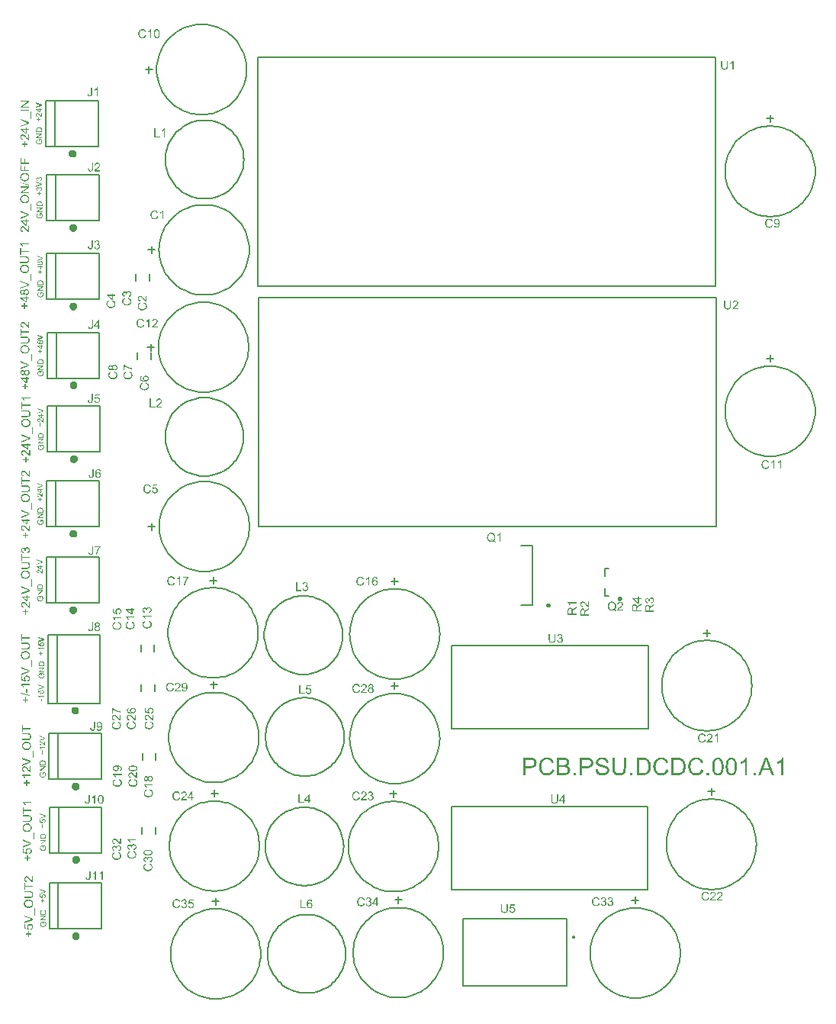
<source format=gbr>
%FSTAX23Y23*%
%MOIN*%
%SFA1B1*%

%IPPOS*%
%ADD48C,0.007874*%
%ADD49C,0.005000*%
%ADD50C,0.015748*%
%ADD51C,0.009843*%
%LNpcb.psu.dcdc.001.a1_legend_top-1*%
%LPD*%
G36*
X00111Y03621D02*
X00111Y0362D01*
X00111Y0362*
X00112Y0362*
X00112Y0362*
X00113Y0362*
X00113Y0362*
X00114Y0362*
X00114Y03619*
X00115Y03619*
X00115Y03619*
X00116Y03618*
X00116Y03618*
X00116Y03618*
X00116Y03618*
X00116Y03618*
X00116Y03617*
X00116Y03617*
X00117Y03617*
X00117Y03616*
X00117Y03616*
X00117Y03616*
X00117Y03615*
X00118Y03615*
X00118Y03614*
X00118Y03613*
X00118Y03613*
X00118Y03612*
Y03612*
Y03612*
Y03612*
X00118Y03612*
X00118Y03611*
X00118Y03611*
X00118Y03611*
X00118Y0361*
X00118Y03609*
X00117Y03608*
X00117Y03608*
X00117Y03607*
X00116Y03607*
X00116Y03607*
X00116Y03607*
X00116Y03607*
X00116Y03606*
X00116Y03606*
X00115Y03606*
X00115Y03606*
X00115Y03606*
X00115Y03605*
X00114Y03605*
X00113Y03605*
X00112Y03604*
X00112Y03604*
X00111Y03604*
X00111Y03607*
X00111*
X00111Y03607*
X00111*
X00111Y03607*
X00111Y03607*
X00112Y03608*
X00113Y03608*
X00113Y03608*
X00114Y03609*
X00114Y03609*
X00114Y03609*
X00114Y03609*
X00115Y03609*
X00115Y0361*
X00115Y0361*
X00115Y03611*
X00115Y03611*
X00115Y03612*
Y03612*
Y03612*
Y03612*
X00115Y03612*
X00115Y03613*
X00115Y03613*
X00115Y03614*
X00115Y03615*
X00114Y03615*
X00114Y03616*
X00114Y03616*
X00114Y03616*
X00113Y03616*
X00113Y03617*
X00112Y03617*
X00112Y03617*
X00111Y03617*
X0011Y03617*
X0011*
X0011Y03617*
X00109Y03617*
X00109Y03617*
X00108Y03617*
X00108Y03617*
X00107Y03616*
X00107Y03616*
X00107Y03616*
X00106Y03616*
X00106Y03615*
X00106Y03615*
X00106Y03614*
X00106Y03614*
X00105Y03613*
X00105Y03612*
Y03612*
Y03612*
Y03612*
X00105Y03612*
X00105Y03611*
X00105Y03611*
X00106Y03611*
X00106Y0361*
X00103Y0361*
Y03611*
Y03611*
X00103Y03611*
Y03611*
Y03611*
Y03611*
Y03611*
Y03611*
X00103Y03612*
X00103Y03612*
X00103Y03613*
X00103Y03613*
X00102Y03614*
X00102Y03615*
X00102Y03615*
X00102Y03615*
X00101Y03615*
X00101Y03615*
X00101Y03616*
X001Y03616*
X001Y03616*
X00099Y03616*
X00098*
X00098Y03616*
X00098Y03616*
X00097Y03616*
X00097Y03616*
X00096Y03615*
X00096Y03615*
X00096Y03615*
X00096Y03615*
X00096Y03615*
X00095Y03614*
X00095Y03614*
X00095Y03613*
X00095Y03613*
X00095Y03612*
Y03612*
Y03612*
Y03612*
X00095Y03611*
X00095Y03611*
X00095Y0361*
X00095Y0361*
X00096Y03609*
X00096Y03609*
X00096Y03609*
X00096Y03609*
X00096Y03609*
X00097Y03608*
X00097Y03608*
X00098Y03608*
X00099Y03608*
X00099Y03608*
X00099Y03604*
X00099*
X00099Y03604*
X00098Y03604*
X00098Y03605*
X00098Y03605*
X00098Y03605*
X00097Y03605*
X00096Y03605*
X00095Y03606*
X00095Y03606*
X00094Y03607*
X00094Y03607*
X00094Y03607*
X00094Y03607*
X00094Y03607*
X00094Y03608*
X00093Y03608*
X00093Y03608*
X00093Y03609*
X00093Y0361*
X00092Y03611*
X00092Y03611*
Y03612*
Y03612*
Y03612*
Y03612*
Y03612*
X00092Y03613*
X00092Y03613*
X00092Y03614*
X00093Y03614*
X00093Y03615*
X00093Y03616*
Y03616*
X00093Y03616*
X00093Y03616*
X00094Y03616*
X00094Y03617*
X00094Y03617*
X00095Y03618*
X00095Y03618*
X00096Y03618*
X00096Y03618*
X00096Y03619*
X00096Y03619*
X00097Y03619*
X00097Y03619*
X00098Y03619*
X00098Y03619*
X00099Y03619*
X00099*
X00099Y03619*
X001Y03619*
X001Y03619*
X00101Y03619*
X00101Y03619*
X00102Y03618*
X00102Y03618*
X00102Y03618*
X00102Y03618*
X00103Y03618*
X00103Y03617*
X00103Y03617*
X00104Y03616*
X00104Y03616*
Y03616*
X00104Y03616*
Y03616*
X00104Y03616*
X00104Y03617*
X00104Y03617*
X00105Y03618*
X00105Y03618*
X00106Y03619*
X00106Y03619*
X00106Y03619*
X00106Y03619*
X00107Y0362*
X00107Y0362*
X00108Y0362*
X00108Y0362*
X00109Y03621*
X0011Y03621*
X0011*
X00111Y03621*
G37*
G36*
X00118Y03592D02*
Y03589D01*
X00092Y03579*
Y03583*
X00111Y03589*
X00111*
X00111Y03589*
X00111Y03589*
X00111Y0359*
X00112Y0359*
X00112Y0359*
X00113Y0359*
X00113Y0359*
X00115Y03591*
X00115*
X00115Y03591*
X00115Y03591*
X00114Y03591*
X00114Y03591*
X00114Y03591*
X00113Y03591*
X00112Y03592*
X00111Y03592*
X00111Y03592*
X00092Y03599*
Y03602*
X00118Y03592*
G37*
G36*
X00111Y03577D02*
X00111Y03577D01*
X00111Y03577*
X00112Y03577*
X00112Y03577*
X00113Y03577*
X00113Y03577*
X00114Y03576*
X00114Y03576*
X00115Y03576*
X00115Y03575*
X00116Y03575*
X00116Y03575*
X00116Y03575*
X00116Y03575*
X00116Y03575*
X00116Y03574*
X00116Y03574*
X00117Y03574*
X00117Y03573*
X00117Y03573*
X00117Y03573*
X00117Y03572*
X00118Y03571*
X00118Y03571*
X00118Y0357*
X00118Y0357*
X00118Y03569*
Y03569*
Y03569*
Y03569*
X00118Y03568*
X00118Y03568*
X00118Y03568*
X00118Y03567*
X00118Y03567*
X00118Y03566*
X00117Y03565*
X00117Y03565*
X00117Y03564*
X00116Y03564*
X00116Y03563*
X00116Y03563*
X00116Y03563*
X00116Y03563*
X00116Y03563*
X00115Y03563*
X00115Y03563*
X00115Y03563*
X00115Y03562*
X00114Y03562*
X00113Y03562*
X00112Y03561*
X00112Y03561*
X00111Y03561*
X00111Y03564*
X00111*
X00111Y03564*
X00111*
X00111Y03564*
X00111Y03564*
X00112Y03565*
X00113Y03565*
X00113Y03565*
X00114Y03565*
X00114Y03566*
X00114Y03566*
X00114Y03566*
X00115Y03566*
X00115Y03567*
X00115Y03567*
X00115Y03568*
X00115Y03568*
X00115Y03569*
Y03569*
Y03569*
Y03569*
X00115Y03569*
X00115Y0357*
X00115Y0357*
X00115Y03571*
X00115Y03571*
X00114Y03572*
X00114Y03573*
X00114Y03573*
X00114Y03573*
X00113Y03573*
X00113Y03573*
X00112Y03574*
X00112Y03574*
X00111Y03574*
X0011Y03574*
X0011*
X0011Y03574*
X00109Y03574*
X00109Y03574*
X00108Y03574*
X00108Y03574*
X00107Y03573*
X00107Y03573*
X00107Y03573*
X00106Y03573*
X00106Y03572*
X00106Y03572*
X00106Y03571*
X00106Y03571*
X00105Y0357*
X00105Y03569*
Y03569*
Y03569*
Y03569*
X00105Y03569*
X00105Y03568*
X00105Y03568*
X00106Y03568*
X00106Y03567*
X00103Y03567*
Y03567*
Y03568*
X00103Y03568*
Y03568*
Y03568*
Y03568*
Y03568*
Y03568*
X00103Y03569*
X00103Y03569*
X00103Y0357*
X00103Y0357*
X00102Y03571*
X00102Y03571*
X00102Y03572*
X00102Y03572*
X00101Y03572*
X00101Y03572*
X00101Y03573*
X001Y03573*
X001Y03573*
X00099Y03573*
X00098*
X00098Y03573*
X00098Y03573*
X00097Y03573*
X00097Y03573*
X00096Y03572*
X00096Y03572*
X00096Y03572*
X00096Y03572*
X00096Y03571*
X00095Y03571*
X00095Y03571*
X00095Y0357*
X00095Y0357*
X00095Y03569*
Y03569*
Y03569*
Y03569*
X00095Y03568*
X00095Y03568*
X00095Y03567*
X00095Y03567*
X00096Y03566*
X00096Y03566*
X00096Y03566*
X00096Y03566*
X00096Y03566*
X00097Y03565*
X00097Y03565*
X00098Y03565*
X00099Y03565*
X00099Y03564*
X00099Y03561*
X00099*
X00099Y03561*
X00098Y03561*
X00098Y03561*
X00098Y03561*
X00098Y03562*
X00097Y03562*
X00096Y03562*
X00095Y03563*
X00095Y03563*
X00094Y03564*
X00094Y03564*
X00094Y03564*
X00094Y03564*
X00094Y03564*
X00094Y03564*
X00093Y03565*
X00093Y03565*
X00093Y03566*
X00093Y03567*
X00092Y03568*
X00092Y03568*
Y03569*
Y03569*
Y03569*
Y03569*
Y03569*
X00092Y0357*
X00092Y0357*
X00092Y03571*
X00093Y03571*
X00093Y03572*
X00093Y03573*
Y03573*
X00093Y03573*
X00093Y03573*
X00094Y03573*
X00094Y03574*
X00094Y03574*
X00095Y03575*
X00095Y03575*
X00096Y03575*
X00096Y03575*
X00096Y03575*
X00096Y03576*
X00097Y03576*
X00097Y03576*
X00098Y03576*
X00098Y03576*
X00099Y03576*
X00099*
X00099Y03576*
X001Y03576*
X001Y03576*
X00101Y03576*
X00101Y03576*
X00102Y03575*
X00102Y03575*
X00102Y03575*
X00102Y03575*
X00103Y03575*
X00103Y03574*
X00103Y03574*
X00104Y03573*
X00104Y03573*
Y03573*
X00104Y03573*
Y03573*
X00104Y03573*
X00104Y03574*
X00104Y03574*
X00105Y03575*
X00105Y03575*
X00106Y03576*
X00106Y03576*
X00106Y03576*
X00106Y03576*
X00107Y03577*
X00107Y03577*
X00108Y03577*
X00108Y03577*
X00109Y03577*
X0011Y03577*
X0011*
X00111Y03577*
G37*
G36*
X00111Y0317D02*
X00111D01*
X00112Y0317*
X00113Y0317*
X00114Y0317*
X00115Y03169*
X00115Y03169*
X00116*
X00116Y03169*
X00116Y03169*
X00116Y03169*
X00116Y03169*
X00117Y03169*
X00117Y03168*
X00118Y03168*
X00119Y03168*
X00119Y03167*
X00119Y03167*
X00119Y03167*
X0012Y03167*
X0012Y03167*
X0012Y03166*
X00121Y03166*
X00121Y03166*
X00121Y03165*
X00122Y03165*
X00122Y03165*
X00122Y03165*
X00122Y03164*
X00122Y03164*
X00122Y03163*
X00123Y03163*
X00123Y03162*
Y03162*
X00123Y03162*
X00123Y03161*
X00123Y03161*
X00123Y0316*
X00123Y0316*
X00123Y03159*
X00123Y03158*
Y03149*
X00098*
Y03158*
Y03158*
Y03158*
Y03158*
Y03158*
Y03158*
Y03159*
X00098Y03159*
X00098Y0316*
X00098Y03161*
X00098Y03162*
X00098Y03162*
Y03162*
X00098Y03162*
Y03162*
X00098Y03162*
X00099Y03163*
X00099Y03163*
X00099Y03164*
X00099Y03165*
X001Y03165*
X001Y03166*
Y03166*
X001Y03166*
X001Y03166*
X00101Y03167*
X00101Y03167*
X00102Y03167*
X00103Y03168*
X00103Y03168*
X00104Y03169*
X00104*
X00105Y03169*
X00105Y03169*
X00105Y03169*
X00105Y03169*
X00105Y03169*
X00106Y03169*
X00106Y03169*
X00107Y03169*
X00107Y0317*
X00108Y0317*
X00109Y0317*
X0011Y0317*
X00111*
X00111Y0317*
G37*
G36*
X00123Y0314D02*
X00103Y03127D01*
X00123*
Y03124*
X00098*
Y03127*
X00118Y0314*
X00098*
Y03143*
X00123*
Y0314*
G37*
G36*
X0012Y03119D02*
X0012Y03119D01*
X0012Y03118*
X0012Y03118*
X0012Y03118*
X0012Y03118*
X00121Y03117*
X00121Y03116*
X00122Y03115*
X00122Y03115*
X00123Y03114*
Y03114*
X00123Y03113*
X00123Y03113*
X00123Y03113*
X00123Y03113*
X00123Y03113*
X00123Y03112*
X00123Y03112*
X00123Y03111*
X00123Y0311*
X00124Y03109*
X00124Y03108*
Y03108*
Y03108*
Y03108*
X00124Y03108*
Y03107*
X00123Y03107*
X00123Y03106*
X00123Y03106*
X00123Y03105*
X00123Y03104*
X00123Y03103*
X00122Y03101*
X00122Y03101*
X00122Y03101*
X00122Y03101*
X00122Y03101*
X00122Y03101*
X00121Y031*
X00121Y031*
X0012Y03099*
X00119Y03098*
X00118Y03098*
X00117Y03097*
X00117*
X00117Y03097*
X00117Y03097*
X00117Y03097*
X00117Y03097*
X00116Y03096*
X00116Y03096*
X00115Y03096*
X00115Y03096*
X00114Y03096*
X00113Y03096*
X00112Y03095*
X00111Y03095*
X0011*
X0011Y03095*
X0011*
X00109Y03095*
X00109Y03095*
X00108Y03096*
X00107Y03096*
X00106Y03096*
X00105Y03096*
X00104Y03097*
X00104*
X00104Y03097*
X00103Y03097*
X00103Y03097*
X00103Y03097*
X00103Y03098*
X00102Y03098*
X00101Y03099*
X001Y03099*
X001Y031*
X00099Y03101*
X00099Y03101*
Y03101*
X00099Y03101*
X00099Y03102*
X00099Y03102*
X00099Y03102*
X00099Y03102*
X00098Y03103*
X00098Y03103*
X00098Y03104*
X00098Y03104*
X00098Y03105*
X00098Y03107*
X00097Y03108*
Y03108*
Y03108*
Y03108*
Y03108*
X00098Y03109*
Y03109*
X00098Y0311*
X00098Y0311*
X00098Y03111*
X00098Y03112*
X00098Y03113*
Y03113*
X00098Y03113*
X00098Y03113*
X00099Y03113*
X00099Y03114*
X00099Y03114*
X00099Y03115*
X001Y03115*
X001Y03116*
X00101Y03116*
X00101Y03116*
X00101Y03117*
X00101Y03117*
X00102Y03117*
X00103Y03117*
X00103Y03118*
X00104Y03118*
X00105Y03118*
X00106Y03115*
X00106*
X00106Y03115*
X00105Y03115*
X00105Y03115*
X00105Y03115*
X00104Y03115*
X00104Y03114*
X00103Y03114*
X00103Y03114*
X00103Y03114*
X00103Y03114*
X00102Y03114*
X00102Y03113*
X00102Y03113*
X00102Y03112*
X00101Y03112*
X00101Y03111*
X00101Y03111*
X00101Y03111*
X00101Y03111*
X00101Y0311*
X00101Y0311*
X001Y03109*
X001Y03109*
X001Y03108*
Y03108*
Y03108*
Y03108*
Y03108*
X001Y03107*
X001Y03107*
X00101Y03106*
X00101Y03105*
X00101Y03105*
X00101Y03104*
X00101Y03104*
X00101Y03104*
X00101Y03103*
X00102Y03103*
X00102Y03103*
X00102Y03102*
X00102Y03102*
X00103Y03101*
X00103Y03101*
X00103Y03101*
X00103Y03101*
X00104Y03101*
X00104Y03101*
X00104Y031*
X00105Y031*
X00105Y031*
X00105*
X00105Y031*
X00106Y031*
X00106Y031*
X00106Y031*
X00106Y03099*
X00107Y03099*
X00108Y03099*
X00108Y03099*
X00109Y03099*
X0011Y03099*
X00111*
X00111Y03099*
X00111*
X00112Y03099*
X00112Y03099*
X00112Y03099*
X00113Y03099*
X00114Y03099*
X00115Y031*
X00116Y031*
X00116*
X00116Y031*
X00116Y031*
X00117Y031*
X00117Y031*
X00117Y03101*
X00118Y03101*
X00119Y03102*
X00119Y03103*
X0012Y03103*
Y03103*
X0012Y03103*
X0012Y03104*
X0012Y03104*
X0012Y03104*
X0012Y03104*
X0012Y03105*
X0012Y03105*
X0012Y03106*
X00121Y03107*
X00121Y03108*
Y03108*
Y03108*
Y03108*
Y03108*
X00121Y03109*
X0012Y03109*
X0012Y0311*
X0012Y03111*
X0012Y03111*
X0012Y03112*
Y03112*
X0012Y03112*
X0012Y03112*
X0012Y03113*
X00119Y03113*
X00119Y03113*
X00119Y03114*
X00119Y03114*
X00118Y03115*
X00118Y03115*
X00113*
Y03108*
X0011*
Y03119*
X0012*
X0012Y03119*
G37*
G36*
X00116Y03463D02*
X00116Y03463D01*
X00116Y03463*
X00116Y03462*
X00117Y03462*
X00117Y03462*
X00117Y03461*
X00118Y0346*
X00118Y0346*
X00119Y03459*
X00119Y03458*
Y03458*
X00119Y03458*
X00119Y03457*
X00119Y03457*
X00119Y03457*
X00119Y03457*
X00119Y03456*
X0012Y03456*
X0012Y03455*
X0012Y03454*
X0012Y03453*
X0012Y03452*
Y03452*
Y03452*
Y03452*
X0012Y03452*
Y03451*
X0012Y03451*
X0012Y03451*
X0012Y0345*
X0012Y03449*
X00119Y03448*
X00119Y03447*
X00118Y03446*
X00118Y03446*
X00118Y03445*
X00118Y03445*
X00118Y03445*
X00118Y03445*
X00118Y03445*
X00117Y03444*
X00117Y03443*
X00116Y03442*
X00115Y03442*
X00114Y03441*
X00114*
X00114Y03441*
X00114Y03441*
X00113Y03441*
X00113Y03441*
X00113Y0344*
X00112Y0344*
X00112Y0344*
X00111Y0344*
X00111Y0344*
X0011Y0344*
X00108Y0344*
X00107Y03439*
X00107*
X00106Y03439*
X00106*
X00106Y0344*
X00105Y0344*
X00105Y0344*
X00104Y0344*
X00103Y0344*
X00101Y0344*
X001Y03441*
X001*
X001Y03441*
X001Y03441*
X001Y03441*
X00099Y03441*
X00099Y03442*
X00098Y03442*
X00098Y03443*
X00097Y03443*
X00096Y03444*
X00096Y03445*
X00096Y03445*
Y03445*
X00095Y03446*
X00095Y03446*
X00095Y03446*
X00095Y03446*
X00095Y03447*
X00095Y03447*
X00095Y03447*
X00095Y03448*
X00094Y03448*
X00094Y03449*
X00094Y03451*
X00094Y03452*
Y03452*
Y03452*
Y03452*
Y03453*
X00094Y03453*
Y03453*
X00094Y03454*
X00094Y03454*
X00094Y03455*
X00095Y03456*
X00095Y03457*
Y03457*
X00095Y03457*
X00095Y03457*
X00095Y03457*
X00095Y03458*
X00096Y03458*
X00096Y03459*
X00096Y03459*
X00097Y0346*
X00097Y0346*
X00097Y03461*
X00098Y03461*
X00098Y03461*
X00098Y03461*
X00099Y03462*
X001Y03462*
X001Y03462*
X00101Y03462*
X00102Y03459*
X00102*
X00102Y03459*
X00102Y03459*
X00102Y03459*
X00101Y03459*
X00101Y03459*
X001Y03459*
X001Y03458*
X00099Y03458*
X00099Y03458*
X00099Y03458*
X00099Y03458*
X00099Y03457*
X00098Y03457*
X00098Y03457*
X00098Y03456*
X00097Y03456*
X00097Y03455*
X00097Y03455*
X00097Y03455*
X00097Y03455*
X00097Y03454*
X00097Y03453*
X00097Y03453*
X00097Y03452*
Y03452*
Y03452*
Y03452*
Y03452*
X00097Y03451*
X00097Y03451*
X00097Y0345*
X00097Y03449*
X00097Y03449*
X00097Y03448*
X00098Y03448*
X00098Y03448*
X00098Y03448*
X00098Y03447*
X00098Y03447*
X00099Y03446*
X00099Y03446*
X00099Y03445*
X00099Y03445*
X001Y03445*
X001Y03445*
X001Y03445*
X001Y03445*
X00101Y03444*
X00101Y03444*
X00102Y03444*
X00102*
X00102Y03444*
X00102Y03444*
X00102Y03444*
X00102Y03444*
X00103Y03444*
X00103Y03443*
X00104Y03443*
X00105Y03443*
X00106Y03443*
X00107Y03443*
X00107*
X00107Y03443*
X00108*
X00108Y03443*
X00108Y03443*
X00109Y03443*
X0011Y03443*
X00111Y03443*
X00112Y03444*
X00113Y03444*
X00113*
X00113Y03444*
X00113Y03444*
X00113Y03444*
X00113Y03445*
X00114Y03445*
X00114Y03445*
X00115Y03446*
X00116Y03447*
X00116Y03447*
Y03447*
X00116Y03448*
X00116Y03448*
X00116Y03448*
X00116Y03448*
X00116Y03448*
X00117Y03449*
X00117Y0345*
X00117Y0345*
X00117Y03451*
X00117Y03452*
Y03452*
Y03452*
Y03452*
Y03453*
X00117Y03453*
X00117Y03453*
X00117Y03454*
X00117Y03455*
X00117Y03456*
X00116Y03456*
Y03456*
X00116Y03456*
X00116Y03457*
X00116Y03457*
X00116Y03457*
X00116Y03458*
X00115Y03458*
X00115Y03459*
X00115Y03459*
X00114Y0346*
X0011*
Y03452*
X00107*
Y03463*
X00116*
X00116Y03463*
G37*
G36*
X00106Y03838D02*
X00106D01*
X00107Y03838*
X00107Y03838*
X00108Y03837*
X00109Y03837*
X0011Y03837*
X0011*
X0011Y03837*
X0011Y03837*
X0011Y03837*
X00111Y03837*
X00111Y03837*
X00112Y03836*
X00112Y03836*
X00113Y03836*
X00114Y03835*
X00114Y03835*
X00114Y03835*
X00114Y03835*
X00114Y03835*
X00115Y03834*
X00115Y03834*
X00116Y03833*
X00116Y03833*
X00116Y03833*
X00116Y03833*
X00116Y03833*
X00116Y03832*
X00117Y03832*
X00117Y03831*
X00117Y03831*
X00117Y0383*
Y0383*
X00117Y0383*
X00117Y03829*
X00117Y03829*
X00117Y03828*
X00118Y03828*
X00118Y03827*
X00118Y03826*
Y03817*
X00092*
Y03826*
Y03826*
Y03826*
Y03826*
Y03826*
Y03826*
Y03827*
X00092Y03827*
X00092Y03828*
X00093Y03829*
X00093Y03829*
X00093Y0383*
Y0383*
X00093Y0383*
Y0383*
X00093Y0383*
X00093Y03831*
X00093Y03831*
X00093Y03832*
X00094Y03833*
X00094Y03833*
X00095Y03834*
Y03834*
X00095Y03834*
X00095Y03834*
X00095Y03834*
X00096Y03835*
X00096Y03835*
X00097Y03836*
X00098Y03836*
X00099Y03837*
X00099*
X00099Y03837*
X00099Y03837*
X00099Y03837*
X001Y03837*
X001Y03837*
X001Y03837*
X00101Y03837*
X00101Y03837*
X00102Y03837*
X00103Y03838*
X00104Y03838*
X00105Y03838*
X00105*
X00106Y03838*
G37*
G36*
X00118Y03808D02*
X00098Y03795D01*
X00118*
Y03791*
X00092*
Y03795*
X00112Y03808*
X00092*
Y03811*
X00118*
Y03808*
G37*
G36*
X00107Y03551D02*
X00114D01*
Y03548*
X00107*
Y03541*
X00104*
Y03548*
X00097*
Y03551*
X00104*
Y03558*
X00107*
Y03551*
G37*
G36*
X00108Y03514D02*
X00108D01*
X00109Y03514*
X00109Y03514*
X0011Y03514*
X00111Y03513*
X00112Y03513*
X00112*
X00112Y03513*
X00112Y03513*
X00112Y03513*
X00113Y03513*
X00113Y03513*
X00114Y03513*
X00114Y03512*
X00115Y03512*
X00116Y03511*
X00116Y03511*
X00116Y03511*
X00116Y03511*
X00116Y03511*
X00117Y03511*
X00117Y0351*
X00118Y0351*
X00118Y03509*
X00118Y03509*
X00118Y03509*
X00118Y03509*
X00118Y03508*
X00119Y03508*
X00119Y03507*
X00119Y03507*
X00119Y03506*
Y03506*
X00119Y03506*
X00119Y03506*
X00119Y03505*
X00119Y03504*
X0012Y03504*
X0012Y03503*
X0012Y03502*
Y03493*
X00094*
Y03502*
Y03502*
Y03502*
Y03502*
Y03502*
Y03502*
Y03503*
X00094Y03503*
X00094Y03504*
X00095Y03505*
X00095Y03506*
X00095Y03506*
Y03506*
X00095Y03506*
Y03506*
X00095Y03507*
X00095Y03507*
X00095Y03508*
X00095Y03508*
X00096Y03509*
X00096Y03509*
X00097Y0351*
Y0351*
X00097Y0351*
X00097Y0351*
X00097Y03511*
X00098Y03511*
X00098Y03512*
X00099Y03512*
X001Y03512*
X00101Y03513*
X00101*
X00101Y03513*
X00101Y03513*
X00101Y03513*
X00102Y03513*
X00102Y03513*
X00102Y03513*
X00103Y03513*
X00103Y03513*
X00103Y03514*
X00104Y03514*
X00106Y03514*
X00107Y03514*
X00107*
X00108Y03514*
G37*
G36*
X0012Y03484D02*
X001Y03471D01*
X0012*
Y03468*
X00094*
Y03471*
X00114Y03484*
X00094*
Y03487*
X0012*
Y03484*
G37*
G36*
X00121Y02773D02*
X00121Y02773D01*
X00121Y02773*
X00121Y02773*
X00121Y02773*
X00121Y02772*
X00122Y02772*
X00122Y02771*
X00123Y0277*
X00123Y02769*
X00124Y02768*
Y02768*
X00124Y02768*
X00124Y02768*
X00124Y02768*
X00124Y02768*
X00124Y02767*
X00124Y02767*
X00124Y02767*
X00124Y02766*
X00125Y02765*
X00125Y02764*
X00125Y02763*
Y02763*
Y02763*
Y02763*
X00125Y02762*
Y02762*
X00125Y02762*
X00125Y02761*
X00125Y02761*
X00124Y0276*
X00124Y02759*
X00124Y02757*
X00123Y02756*
X00123Y02756*
X00123Y02756*
X00123Y02756*
X00123Y02756*
X00123Y02755*
X00122Y02755*
X00122Y02755*
X00121Y02754*
X00121Y02753*
X0012Y02752*
X00119Y02752*
X00119*
X00118Y02752*
X00118Y02751*
X00118Y02751*
X00118Y02751*
X00117Y02751*
X00117Y02751*
X00117Y02751*
X00116Y02751*
X00116Y02751*
X00114Y0275*
X00113Y0275*
X00112Y0275*
X00111*
X00111Y0275*
X00111*
X0011Y0275*
X0011Y0275*
X0011Y0275*
X00109Y0275*
X00107Y02751*
X00106Y02751*
X00105Y02752*
X00105*
X00105Y02752*
X00105Y02752*
X00104Y02752*
X00104Y02752*
X00104Y02752*
X00103Y02753*
X00102Y02753*
X00102Y02754*
X00101Y02755*
X00101Y02756*
X001Y02756*
Y02756*
X001Y02756*
X001Y02756*
X001Y02757*
X001Y02757*
X001Y02757*
X001Y02758*
X00099Y02758*
X00099Y02758*
X00099Y02759*
X00099Y0276*
X00099Y02761*
X00099Y02763*
Y02763*
Y02763*
Y02763*
Y02763*
X00099Y02763*
Y02764*
X00099Y02764*
X00099Y02765*
X00099Y02766*
X00099Y02767*
X001Y02768*
Y02768*
X001Y02768*
X001Y02768*
X001Y02768*
X001Y02768*
X001Y02769*
X00101Y02769*
X00101Y0277*
X00101Y02771*
X00102Y02771*
X00102Y02771*
X00102Y02771*
X00103Y02772*
X00103Y02772*
X00104Y02772*
X00104Y02772*
X00105Y02773*
X00106Y02773*
X00107Y0277*
X00107*
X00107Y0277*
X00107Y0277*
X00106Y0277*
X00106Y0277*
X00105Y02769*
X00105Y02769*
X00104Y02769*
X00104Y02769*
X00104Y02769*
X00104Y02768*
X00104Y02768*
X00103Y02768*
X00103Y02768*
X00103Y02767*
X00102Y02767*
X00102Y02766*
X00102Y02766*
X00102Y02766*
X00102Y02766*
X00102Y02765*
X00102Y02765*
X00102Y02764*
X00102Y02763*
X00101Y02763*
Y02763*
Y02763*
Y02762*
Y02762*
X00102Y02762*
X00102Y02761*
X00102Y02761*
X00102Y0276*
X00102Y02759*
X00102Y02759*
X00102Y02759*
X00102Y02759*
X00102Y02758*
X00103Y02758*
X00103Y02757*
X00103Y02757*
X00104Y02757*
X00104Y02756*
X00104Y02756*
X00104Y02756*
X00104Y02756*
X00105Y02756*
X00105Y02755*
X00106Y02755*
X00106Y02755*
X00107Y02755*
X00107*
X00107Y02754*
X00107Y02754*
X00107Y02754*
X00107Y02754*
X00107Y02754*
X00108Y02754*
X00109Y02754*
X0011Y02754*
X00111Y02754*
X00112Y02754*
X00112*
X00112Y02754*
X00112*
X00113Y02754*
X00113Y02754*
X00114Y02754*
X00115Y02754*
X00115Y02754*
X00116Y02754*
X00117Y02755*
X00117*
X00117Y02755*
X00118Y02755*
X00118Y02755*
X00118Y02755*
X00119Y02756*
X00119Y02756*
X0012Y02757*
X0012Y02757*
X00121Y02758*
Y02758*
X00121Y02758*
X00121Y02758*
X00121Y02758*
X00121Y02759*
X00121Y02759*
X00121Y02759*
X00121Y0276*
X00122Y02761*
X00122Y02762*
X00122Y02763*
Y02763*
Y02763*
Y02763*
Y02763*
X00122Y02764*
X00122Y02764*
X00122Y02765*
X00121Y02765*
X00121Y02766*
X00121Y02767*
Y02767*
X00121Y02767*
X00121Y02767*
X00121Y02767*
X00121Y02768*
X0012Y02768*
X0012Y02769*
X0012Y02769*
X0012Y0277*
X00119Y0277*
X00114*
Y02763*
X00111*
Y02773*
X00121*
X00121Y02773*
G37*
G36*
X00122Y02923D02*
Y02919D01*
X00097Y02909*
Y02913*
X00115Y0292*
X00115*
X00116Y0292*
X00116Y0292*
X00116Y0292*
X00116Y0292*
X00117Y0292*
X00117Y0292*
X00118Y02921*
X0012Y02921*
X0012*
X00119Y02921*
X00119Y02921*
X00119Y02921*
X00119Y02921*
X00118Y02921*
X00118Y02922*
X00117Y02922*
X00116Y02922*
X00115Y02922*
X00097Y02929*
Y02932*
X00122Y02923*
G37*
G36*
X00116Y02908D02*
X00116Y02908D01*
X00116Y02908*
X00117Y02907*
X00118Y02907*
X00118Y02907*
X00119Y02907*
X00119Y02907*
X0012Y02906*
X0012Y02906*
X00121Y02905*
X00121Y02905*
X00121Y02905*
X00121Y02905*
X00121Y02905*
X00121Y02905*
X00121Y02905*
X00121Y02904*
X00122Y02904*
X00122Y02903*
X00122Y02903*
X00122Y02902*
X00122Y02902*
X00123Y02901*
X00123Y02901*
X00123Y029*
X00123Y02899*
Y02899*
Y02899*
Y02899*
X00123Y02899*
X00123Y02899*
X00123Y02898*
X00123Y02898*
X00122Y02897*
X00122Y02896*
X00122Y02896*
X00122Y02895*
X00122Y02895*
X00121Y02894*
X00121Y02894*
X00121Y02893*
X00121Y02893*
X0012Y02893*
X0012Y02893*
X0012Y02893*
X0012Y02893*
X0012Y02893*
X00119Y02892*
X00119Y02892*
X00119Y02892*
X00118Y02892*
X00117Y02891*
X00117Y02891*
X00116Y02891*
X00116Y02891*
X00115Y02891*
X00115*
X00115Y02891*
X00114*
X00114Y02891*
X00114Y02891*
X00113Y02891*
X00112Y02892*
X00112Y02892*
X00111Y02892*
X00111*
X00111Y02892*
X00111Y02893*
X0011Y02893*
X0011Y02893*
X0011Y02894*
X00109Y02894*
X00109Y02895*
X00109Y02896*
Y02896*
X00109Y02896*
X00109Y02896*
X00108Y02895*
X00108Y02895*
X00108Y02894*
X00107Y02894*
X00107Y02893*
X00107Y02893*
X00107Y02893*
X00106Y02893*
X00106Y02893*
X00106Y02893*
X00105Y02892*
X00105Y02892*
X00104Y02892*
X00104Y02892*
X00103*
X00103Y02892*
X00103Y02892*
X00103Y02892*
X00102Y02892*
X00101Y02893*
X001Y02893*
X001Y02893*
X001Y02893*
X00099Y02894*
X00099Y02894*
X00099Y02894*
X00099Y02894*
X00099Y02894*
X00099Y02894*
X00098Y02895*
X00098Y02895*
X00098Y02895*
X00098Y02896*
X00098Y02896*
X00097Y02897*
X00097Y02898*
X00097Y02899*
X00097Y02899*
Y02899*
Y029*
Y029*
X00097Y029*
Y029*
X00097Y02901*
X00097Y02901*
X00097Y02902*
X00098Y02903*
X00098Y02903*
X00098Y02904*
X00099Y02904*
X00099Y02905*
X00099Y02905*
X00099Y02905*
X00099Y02905*
X00099Y02905*
X00099Y02905*
X001Y02905*
X001Y02906*
X00101Y02906*
X00102Y02906*
X00103Y02907*
X00103Y02907*
X00104Y02907*
X00104*
X00104Y02907*
X00105Y02907*
X00105Y02906*
X00106Y02906*
X00106Y02906*
X00107Y02906*
X00107Y02906*
X00107Y02906*
X00107Y02905*
X00107Y02905*
X00108Y02905*
X00108Y02904*
X00108Y02904*
X00109Y02903*
Y02903*
X00109Y02903*
X00109Y02903*
X00109Y02903*
X00109Y02904*
X00109Y02904*
X0011Y02905*
X0011Y02905*
X00111Y02906*
X00111Y02907*
X00111Y02907*
X00111Y02907*
X00112Y02907*
X00112Y02907*
X00113Y02907*
X00114Y02908*
X00114Y02908*
X00115Y02908*
X00115*
X00116Y02908*
G37*
G36*
X00112Y02539D02*
X00119D01*
Y02536*
X00112*
Y0253*
X00109*
Y02536*
X00103*
Y02539*
X00109*
Y02546*
X00112*
Y02539*
G37*
G36*
X00112Y02825D02*
X00113D01*
X00113Y02824*
X00114Y02824*
X00115Y02824*
X00116Y02824*
X00117Y02824*
X00117*
X00117Y02824*
X00117Y02824*
X00117Y02824*
X00117Y02824*
X00118Y02823*
X00119Y02823*
X00119Y02823*
X0012Y02823*
X0012Y02822*
X0012Y02822*
X00121Y02822*
X00121Y02822*
X00121Y02821*
X00122Y02821*
X00122Y02821*
X00122Y0282*
X00123Y0282*
X00123Y0282*
X00123Y0282*
X00123Y02819*
X00123Y02819*
X00123Y02819*
X00123Y02818*
X00124Y02817*
X00124Y02817*
Y02817*
X00124Y02817*
X00124Y02816*
X00124Y02816*
X00124Y02815*
X00124Y02814*
X00124Y02814*
X00124Y02813*
Y02804*
X00099*
Y02812*
Y02812*
Y02812*
Y02813*
Y02813*
Y02813*
Y02813*
X00099Y02814*
X00099Y02815*
X00099Y02816*
X00099Y02816*
X00099Y02817*
Y02817*
X00099Y02817*
Y02817*
X001Y02817*
X001Y02818*
X001Y02818*
X001Y02819*
X001Y02819*
X00101Y0282*
X00101Y02821*
Y02821*
X00101Y02821*
X00102Y02821*
X00102Y02821*
X00102Y02822*
X00103Y02822*
X00104Y02823*
X00105Y02823*
X00106Y02824*
X00106*
X00106Y02824*
X00106Y02824*
X00106Y02824*
X00106Y02824*
X00107Y02824*
X00107Y02824*
X00107Y02824*
X00108Y02824*
X00108Y02824*
X00109Y02824*
X0011Y02825*
X00112Y02825*
X00112*
X00112Y02825*
G37*
G36*
X00124Y02795D02*
X00104Y02781D01*
X00124*
Y02778*
X00099*
Y02782*
X00119Y02795*
X00099*
Y02798*
X00124*
Y02795*
G37*
G36*
X00114Y03253D02*
X00115Y03253D01*
X00115Y03253*
X00116Y03253*
X00117Y03252*
X00117Y03252*
X00118Y03252*
X00118Y03252*
X00119Y03252*
X00119Y03251*
X00119Y03251*
X00119Y03251*
X00119Y03251*
X0012Y03251*
X0012Y0325*
X0012Y0325*
X0012Y0325*
X0012Y0325*
X0012Y03249*
X00121Y03249*
X00121Y03248*
X00121Y03248*
X00121Y03247*
X00121Y03247*
X00121Y03246*
X00122Y03245*
X00122Y03245*
Y03245*
Y03245*
Y03244*
X00122Y03244*
X00121Y03244*
X00121Y03243*
X00121Y03243*
X00121Y03243*
X00121Y03242*
X00121Y03241*
X00121Y03241*
X0012Y0324*
X0012Y0324*
X0012Y03239*
X00119Y03239*
X00119Y03239*
X00119Y03239*
X00119Y03238*
X00119Y03238*
X00119Y03238*
X00119Y03238*
X00118Y03238*
X00118Y03238*
X00117Y03237*
X00117Y03237*
X00116Y03237*
X00116Y03237*
X00115Y03237*
X00114Y03236*
X00114Y03236*
X00114*
X00113Y03236*
X00113*
X00113Y03236*
X00112Y03237*
X00112Y03237*
X00111Y03237*
X0011Y03237*
X0011Y03238*
X0011*
X0011Y03238*
X00109Y03238*
X00109Y03238*
X00109Y03239*
X00108Y03239*
X00108Y0324*
X00108Y0324*
X00107Y03241*
Y03241*
X00107Y03241*
X00107Y03241*
X00107Y03241*
X00107Y0324*
X00107Y0324*
X00106Y03239*
X00106Y03239*
X00105Y03238*
X00105Y03238*
X00105Y03238*
X00105Y03238*
X00105Y03238*
X00104Y03238*
X00104Y03238*
X00103Y03237*
X00102Y03237*
X00102*
X00102Y03237*
X00102Y03237*
X00101Y03238*
X00101Y03238*
X001Y03238*
X00099Y03238*
X00099Y03238*
X00098Y03239*
X00098Y03239*
X00098Y03239*
X00098Y03239*
X00098Y03239*
X00097Y0324*
X00097Y0324*
X00097Y0324*
X00097Y0324*
X00097Y0324*
X00097Y03241*
X00096Y03242*
X00096Y03242*
X00096Y03243*
X00096Y03244*
X00096Y03245*
Y03245*
Y03245*
Y03245*
X00096Y03245*
Y03245*
X00096Y03246*
X00096Y03247*
X00096Y03247*
X00097Y03248*
X00097Y03249*
X00097Y03249*
X00097Y0325*
X00098Y0325*
X00098Y0325*
X00098Y0325*
X00098Y0325*
X00098Y0325*
X00098Y0325*
X00098Y03251*
X00099Y03251*
X001Y03251*
X00101Y03252*
X00101Y03252*
X00102Y03252*
X00102Y03252*
X00103*
X00103Y03252*
X00103Y03252*
X00104Y03252*
X00104Y03252*
X00105Y03251*
X00105Y03251*
X00106Y03251*
X00106Y03251*
X00106Y03251*
X00106Y0325*
X00107Y0325*
X00107Y0325*
X00107Y03249*
X00107Y03248*
Y03248*
X00107Y03248*
X00108Y03249*
X00108Y03249*
X00108Y03249*
X00108Y0325*
X00108Y0325*
X00109Y03251*
X00109Y03251*
X0011Y03252*
X0011Y03252*
X0011Y03252*
X00111Y03252*
X00111Y03252*
X00112Y03253*
X00112Y03253*
X00113Y03253*
X00114Y03253*
X00114*
X00114Y03253*
G37*
G36*
X00115Y0323D02*
X00121D01*
Y03227*
X00115*
Y03216*
X00112*
X00096Y03227*
Y0323*
X00112*
Y03233*
X00115*
Y0323*
G37*
G36*
X0011Y03207D02*
X00117D01*
Y03204*
X0011*
Y03197*
X00107*
Y03204*
X001*
Y03207*
X00107*
Y03213*
X0011*
Y03207*
G37*
G36*
X00116Y02885D02*
X00122D01*
Y02881*
X00116*
Y02871*
X00113*
X00097Y02882*
Y02885*
X00113*
Y02888*
X00116*
Y02885*
G37*
G36*
X00111Y02861D02*
X00118D01*
Y02858*
X00111*
Y02851*
X00108*
Y02858*
X00102*
Y02861*
X00108*
Y02868*
X00111*
Y02861*
G37*
G36*
X00121Y03268D02*
Y03264D01*
X00096Y03255*
Y03258*
X00114Y03265*
X00114*
X00114Y03265*
X00114Y03265*
X00115Y03265*
X00115Y03265*
X00116Y03265*
X00116Y03266*
X00117Y03266*
X00118Y03266*
X00118*
X00118Y03266*
X00118Y03266*
X00118Y03266*
X00118Y03266*
X00117Y03267*
X00116Y03267*
X00116Y03267*
X00115Y03267*
X00114Y03268*
X00096Y03274*
Y03278*
X00121Y03268*
G37*
G36*
X00051Y01154D02*
X00052D01*
X00052Y01154*
X00053Y01154*
X00054Y01154*
X00055Y01154*
X00057Y01153*
X00059Y01153*
X00061Y01152*
X00061*
X00061Y01152*
X00061Y01152*
X00061Y01151*
X00062Y01151*
X00062Y01151*
X00063Y0115*
X00064Y01149*
X00066Y01148*
X00067Y01147*
X00068Y01145*
Y01145*
X00068Y01145*
X00068Y01145*
X00068Y01144*
X00068Y01144*
X00068Y01143*
X00069Y01143*
X00069Y01142*
X00069Y01141*
X0007Y01139*
X0007Y01138*
X0007Y01136*
Y01136*
Y01136*
Y01135*
X0007Y01135*
Y01134*
X0007Y01134*
X0007Y01133*
X0007Y01133*
X00069Y01131*
X00069Y01129*
X00068Y01128*
X00068Y01127*
X00067Y01126*
X00067Y01126*
X00067Y01126*
X00067Y01126*
X00067Y01125*
X00067Y01125*
X00066Y01125*
X00066Y01124*
X00065Y01123*
X00063Y01122*
X00062Y01121*
X0006Y0112*
X0006*
X0006Y01119*
X0006Y01119*
X00059Y01119*
X00059Y01119*
X00059Y01119*
X00058Y01119*
X00057Y01119*
X00057Y01118*
X00056Y01118*
X00054Y01118*
X00053Y01118*
X00051Y01117*
X0005*
X0005Y01117*
X00049*
X00048Y01118*
X00047Y01118*
X00046Y01118*
X00045Y01118*
X00044Y01118*
X00043Y01119*
X00042Y01119*
X0004Y0112*
X00039Y0112*
X00038Y01121*
X00037Y01122*
X00036Y01123*
X00036Y01123*
X00036Y01123*
X00035Y01123*
X00035Y01123*
X00034Y01124*
X00034Y01125*
X00034Y01125*
X00033Y01126*
X00033Y01127*
X00032Y01128*
X00032Y01129*
X00031Y0113*
X00031Y01132*
X00031Y01133*
X0003Y01134*
X0003Y01136*
Y01136*
Y01136*
Y01136*
X0003Y01137*
Y01137*
X0003Y01138*
X00031Y01138*
X00031Y01139*
X00031Y0114*
X00031Y01142*
X00032Y01144*
X00032Y01145*
X00033Y01145*
Y01145*
X00033Y01146*
X00033Y01146*
X00033Y01146*
X00034Y01146*
X00034Y01147*
X00035Y01148*
X00036Y01149*
X00037Y0115*
X00038Y01151*
X0004Y01152*
X0004*
X0004Y01152*
X0004Y01152*
X00041Y01152*
X00041Y01152*
X00042Y01153*
X00042Y01153*
X00043Y01153*
X00044Y01153*
X00044Y01153*
X00046Y01154*
X00048Y01154*
X0005Y01154*
X00051*
X00051Y01154*
G37*
G36*
X0008Y01084D02*
X00077D01*
Y01115*
X0008*
Y01084*
G37*
G36*
X00069Y0107D02*
Y01064D01*
X00031Y01049*
Y01055*
X00059Y01065*
X00059*
X00059Y01065*
X00059Y01065*
X00059Y01065*
X0006Y01065*
X00061Y01066*
X00062Y01066*
X00063Y01066*
X00065Y01067*
X00065*
X00065Y01067*
X00065Y01067*
X00065Y01067*
X00064Y01067*
X00063Y01068*
X00062Y01068*
X00061Y01068*
X0006Y01069*
X00059Y01069*
X00031Y01079*
Y01085*
X00069Y0107*
G37*
G36*
X00056Y00648D02*
X00066D01*
Y00644*
X00056*
Y00633*
X00051*
Y00644*
X00041*
Y00648*
X00051*
Y00659*
X00056*
Y00648*
G37*
G36*
X00035Y01214D02*
X00069D01*
Y01209*
X00035*
Y01197*
X00031*
Y01227*
X00035*
Y01214*
G37*
G36*
X00055Y01191D02*
X00055D01*
X00056Y01191*
X00057Y01191*
X00058Y01191*
X00059Y0119*
X00061Y0119*
X00062Y0119*
X00062*
X00063Y0119*
X00063Y01189*
X00063Y01189*
X00064Y01189*
X00064Y01189*
X00065Y01188*
X00066Y01187*
X00067Y01186*
X00068Y01185*
Y01185*
X00068Y01185*
X00068Y01185*
X00068Y01184*
X00068Y01184*
X00069Y01184*
X00069Y01183*
X00069Y01182*
X00069Y01182*
X00069Y01181*
X0007Y0118*
X0007Y0118*
X0007Y01178*
X0007Y01176*
Y01176*
Y01176*
Y01175*
X0007Y01175*
Y01175*
X0007Y01174*
X0007Y01173*
X0007Y01173*
X0007Y01171*
X00069Y0117*
X00069Y01168*
X00068Y01167*
Y01167*
X00068Y01167*
X00068Y01167*
X00068Y01167*
X00067Y01166*
X00067Y01165*
X00066Y01164*
X00065Y01164*
X00064Y01163*
X00063Y01162*
X00063*
X00063Y01162*
X00062Y01162*
X00062Y01162*
X00062Y01162*
X00061Y01162*
X00061Y01162*
X0006Y01162*
X0006Y01161*
X00059Y01161*
X00058Y01161*
X00057Y01161*
X00056Y01161*
X00055Y01161*
X00054Y01161*
X00031*
Y01166*
X00054*
X00055Y01166*
X00056Y01166*
X00057Y01166*
X00058Y01166*
X0006Y01166*
X0006Y01167*
X00061Y01167*
X00061Y01167*
X00061Y01167*
X00061Y01167*
X00062Y01168*
X00062Y01168*
X00063Y01168*
X00064Y01169*
X00064Y0117*
X00064Y0117*
X00064Y0117*
X00065Y01171*
X00065Y01171*
X00065Y01172*
X00065Y01173*
X00065Y01174*
X00065Y01175*
Y01176*
Y01176*
Y01176*
X00065Y01176*
Y01177*
X00065Y01177*
X00065Y01179*
X00065Y0118*
X00064Y01181*
X00064Y01182*
X00063Y01183*
X00063Y01183*
X00063*
X00063Y01184*
X00063Y01184*
X00062Y01184*
X00062Y01184*
X00062Y01184*
X00061Y01184*
X00061Y01185*
X0006Y01185*
X00059Y01185*
X00059Y01185*
X00058Y01186*
X00057Y01186*
X00056Y01186*
X00054Y01186*
X00031*
Y01191*
X00054*
X00055Y01191*
G37*
G36*
X00031Y0161D02*
X00064D01*
Y01605*
X00031*
Y01593*
X00026*
Y01623*
X00031*
Y0161*
G37*
G36*
X0005Y01587D02*
X0005D01*
X00051Y01587*
X00052Y01587*
X00053Y01587*
X00055Y01586*
X00056Y01586*
X00057Y01586*
X00057*
X00058Y01586*
X00058Y01585*
X00058Y01585*
X00059Y01585*
X00059Y01585*
X0006Y01584*
X00061Y01583*
X00062Y01582*
X00063Y01581*
Y01581*
X00063Y01581*
X00063Y0158*
X00063Y0158*
X00063Y0158*
X00064Y01579*
X00064Y01579*
X00064Y01578*
X00064Y01578*
X00064Y01577*
X00065Y01576*
X00065Y01576*
X00065Y01574*
X00065Y01572*
Y01572*
Y01572*
Y01571*
X00065Y01571*
Y01571*
X00065Y0157*
X00065Y01569*
X00065Y01569*
X00065Y01567*
X00064Y01566*
X00064Y01564*
X00063Y01563*
Y01563*
X00063Y01563*
X00063Y01563*
X00063Y01563*
X00063Y01562*
X00062Y01561*
X00061Y0156*
X0006Y0156*
X00059Y01559*
X00058Y01558*
X00058*
X00058Y01558*
X00058Y01558*
X00057Y01558*
X00057Y01558*
X00056Y01558*
X00056Y01558*
X00055Y01557*
X00055Y01557*
X00054Y01557*
X00053Y01557*
X00052Y01557*
X00051Y01557*
X0005Y01557*
X00049Y01557*
X00026*
Y01562*
X00049*
X0005Y01562*
X00051Y01562*
X00052Y01562*
X00053Y01562*
X00055Y01562*
X00055Y01563*
X00056Y01563*
X00056Y01563*
X00056Y01563*
X00056Y01563*
X00057Y01563*
X00058Y01564*
X00058Y01564*
X00059Y01565*
X00059Y01566*
X00059Y01566*
X00059Y01566*
X0006Y01567*
X0006Y01567*
X0006Y01568*
X0006Y01569*
X0006Y0157*
X00061Y01571*
Y01571*
Y01572*
Y01572*
X0006Y01572*
Y01573*
X0006Y01573*
X0006Y01575*
X0006Y01576*
X00059Y01577*
X00059Y01578*
X00058Y01579*
X00058Y01579*
X00058*
X00058Y0158*
X00058Y0158*
X00057Y0158*
X00057Y0158*
X00057Y0158*
X00056Y0158*
X00056Y01581*
X00055Y01581*
X00055Y01581*
X00054Y01581*
X00053Y01581*
X00052Y01582*
X00051Y01582*
X0005Y01582*
X00026*
Y01587*
X00049*
X0005Y01587*
G37*
G36*
X00046Y0155D02*
X00047D01*
X00047Y0155*
X00048Y0155*
X00049Y0155*
X0005Y0155*
X00052Y01549*
X00054Y01549*
X00056Y01548*
X00056*
X00056Y01548*
X00056Y01547*
X00057Y01547*
X00057Y01547*
X00057Y01547*
X00058Y01546*
X00059Y01545*
X00061Y01544*
X00062Y01543*
X00063Y01541*
Y01541*
X00063Y01541*
X00063Y01541*
X00063Y0154*
X00063Y0154*
X00064Y01539*
X00064Y01539*
X00064Y01538*
X00064Y01537*
X00065Y01535*
X00065Y01534*
X00065Y01532*
Y01532*
Y01532*
Y01531*
X00065Y01531*
Y0153*
X00065Y0153*
X00065Y01529*
X00065Y01528*
X00064Y01527*
X00064Y01525*
X00063Y01524*
X00063Y01523*
X00063Y01522*
X00062Y01522*
X00062Y01522*
X00062Y01522*
X00062Y01521*
X00062Y01521*
X00061Y01521*
X00061Y0152*
X0006Y01519*
X00058Y01517*
X00057Y01516*
X00055Y01516*
X00055*
X00055Y01515*
X00055Y01515*
X00055Y01515*
X00054Y01515*
X00054Y01515*
X00053Y01515*
X00052Y01514*
X00052Y01514*
X00051Y01514*
X00049Y01514*
X00048Y01513*
X00046Y01513*
X00045*
X00045Y01513*
X00044*
X00043Y01514*
X00042Y01514*
X00041Y01514*
X0004Y01514*
X00039Y01514*
X00038Y01515*
X00037Y01515*
X00035Y01516*
X00034Y01516*
X00033Y01517*
X00032Y01518*
X00031Y01518*
X00031Y01519*
X00031Y01519*
X0003Y01519*
X0003Y01519*
X0003Y0152*
X00029Y01521*
X00029Y01521*
X00028Y01522*
X00028Y01523*
X00027Y01524*
X00027Y01525*
X00026Y01526*
X00026Y01527*
X00026Y01529*
X00025Y0153*
X00025Y01532*
Y01532*
Y01532*
Y01532*
X00025Y01533*
Y01533*
X00025Y01534*
X00026Y01534*
X00026Y01535*
X00026Y01536*
X00026Y01538*
X00027Y0154*
X00027Y01541*
X00028Y01541*
Y01541*
X00028Y01542*
X00028Y01542*
X00028Y01542*
X00029Y01542*
X00029Y01543*
X0003Y01544*
X00031Y01545*
X00032Y01546*
X00033Y01547*
X00035Y01548*
X00035*
X00035Y01548*
X00036Y01548*
X00036Y01548*
X00036Y01548*
X00037Y01549*
X00037Y01549*
X00038Y01549*
X00039Y01549*
X0004Y01549*
X00041Y0155*
X00043Y0155*
X00045Y0155*
X00046*
X00046Y0155*
G37*
G36*
X00069Y01021D02*
X00069D01*
X00068Y01021*
X00068Y01021*
X00067Y01021*
X00067Y01021*
X00066Y01021*
X00066*
X00066Y01022*
X00066Y01022*
X00065Y01022*
X00065Y01022*
X00064Y01023*
X00063Y01023*
X00062Y01024*
X00061Y01025*
X00061*
X00061Y01025*
X00061Y01025*
X0006Y01025*
X00059Y01026*
X00059Y01027*
X00058Y01028*
X00056Y01029*
X00055Y01031*
X00055Y01031*
X00055Y01031*
X00055Y01031*
X00054Y01032*
X00054Y01032*
X00053Y01033*
X00052Y01034*
X00051Y01036*
X0005Y01037*
X00049Y01038*
X00048Y01038*
X00048Y01039*
X00047Y01039*
X00047*
X00047Y01039*
X00047Y0104*
X00047Y0104*
X00046Y0104*
X00045Y0104*
X00044Y01041*
X00043Y01041*
X00042Y01041*
X00041Y01041*
X00041*
X00041Y01041*
X0004Y01041*
X0004Y01041*
X00039Y01041*
X00038Y01041*
X00037Y0104*
X00037Y01039*
X00037Y01039*
X00036Y01039*
X00036Y01039*
X00036Y01038*
X00035Y01037*
X00035Y01036*
X00035Y01035*
X00035Y01034*
Y01034*
Y01034*
Y01034*
X00035Y01034*
X00035Y01033*
X00035Y01032*
X00035Y01031*
X00036Y0103*
X00036Y0103*
X00037Y01029*
X00037Y01029*
X00037Y01028*
X00038Y01028*
X00038Y01028*
X00039Y01027*
X0004Y01027*
X00041Y01027*
X00042Y01027*
X00042Y01022*
X00042*
X00041Y01022*
X00041Y01022*
X00041Y01022*
X0004Y01022*
X00039Y01022*
X00037Y01023*
X00036Y01024*
X00035Y01024*
X00034Y01025*
X00034Y01026*
X00034Y01026*
X00034Y01026*
X00033Y01026*
X00033Y01026*
X00033Y01026*
X00033Y01027*
X00032Y01027*
X00032Y01028*
X00032Y01028*
X00032Y01029*
X00031Y0103*
X00031Y01031*
X00031Y01032*
X00031Y01033*
X00031Y01034*
Y01034*
Y01035*
Y01035*
X00031Y01035*
X00031Y01036*
X00031Y01036*
X00031Y01037*
X00031Y01037*
X00032Y01039*
X00032Y0104*
X00032Y01041*
X00033Y01042*
X00033Y01042*
X00034Y01043*
X00034Y01043*
X00034Y01043*
X00034Y01043*
X00034Y01044*
X00035Y01044*
X00035Y01044*
X00036Y01045*
X00037Y01045*
X00038Y01046*
X0004Y01046*
X00041Y01046*
X00041Y01046*
X00042*
X00042Y01046*
X00043Y01046*
X00044Y01046*
X00044Y01046*
X00045Y01046*
X00046Y01045*
X00046Y01045*
X00046Y01045*
X00047Y01045*
X00047Y01045*
X00048Y01044*
X00049Y01044*
X0005Y01043*
X00051Y01042*
X00051Y01042*
X00051Y01042*
X00052Y01041*
X00052Y01041*
X00052Y0104*
X00053Y0104*
X00053Y01039*
X00054Y01039*
X00055Y01038*
X00055Y01038*
X00056Y01037*
X00057Y01036*
X00058Y01035*
X00058Y01035*
X00058Y01035*
X00058Y01035*
X00058Y01034*
X00059Y01034*
X00059Y01033*
X0006Y01032*
X00061Y01031*
X00062Y0103*
X00062Y0103*
X00062Y0103*
X00062Y01029*
X00063Y01029*
X00063Y01029*
X00063Y01029*
X00064Y01028*
X00065Y01028*
Y01046*
X00069*
Y01021*
G37*
G36*
Y01005D02*
X00039D01*
X00039Y01005*
X0004Y01005*
X0004Y01004*
X0004Y01004*
X00041Y01003*
X00041Y01002*
X00042Y01001*
X00043Y01*
Y01*
X00043Y01*
X00043Y01*
X00043Y00999*
X00044Y00999*
X00044Y00998*
X00044Y00997*
X00045Y00996*
X00045Y00995*
X0004*
Y00995*
X0004Y00996*
X0004Y00996*
X0004Y00996*
X0004Y00996*
X0004Y00997*
X00039Y00998*
X00039Y00999*
X00038Y01*
X00037Y01001*
X00036Y01002*
X00036Y01002*
X00036Y01002*
X00036Y01003*
X00035Y01003*
X00034Y01004*
X00034Y01005*
X00033Y01005*
X00032Y01006*
X00031Y01006*
Y0101*
X00069*
Y01005*
G37*
G36*
X00053Y00976D02*
X00063D01*
Y00972*
X00053*
Y00961*
X00048*
Y00972*
X00038*
Y00976*
X00048*
Y00987*
X00053*
Y00976*
G37*
G36*
X00116Y03884D02*
X00115D01*
X00115Y03884*
X00115Y03884*
X00114Y03884*
X00114Y03885*
X00114Y03885*
X00113*
X00113Y03885*
X00113Y03885*
X00113Y03885*
X00112Y03885*
X00112Y03885*
X00111Y03886*
X00111Y03886*
X0011Y03887*
X0011*
X0011Y03887*
X0011Y03887*
X0011Y03887*
X00109Y03888*
X00109Y03888*
X00108Y03889*
X00107Y0389*
X00106Y03891*
X00106Y03891*
X00106Y03891*
X00106Y03891*
X00106Y03891*
X00106Y03892*
X00105Y03892*
X00104Y03893*
X00104Y03894*
X00103Y03895*
X00102Y03895*
X00102Y03896*
X00101Y03896*
X00101Y03896*
X00101*
X00101Y03896*
X00101Y03897*
X00101Y03897*
X001Y03897*
X001Y03897*
X00099Y03897*
X00099Y03898*
X00098Y03898*
X00097Y03898*
X00097*
X00097Y03898*
X00097Y03898*
X00096Y03898*
X00096Y03897*
X00095Y03897*
X00095Y03897*
X00094Y03896*
X00094Y03896*
X00094Y03896*
X00094Y03896*
X00093Y03896*
X00093Y03895*
X00093Y03894*
X00093Y03894*
X00093Y03893*
Y03893*
Y03893*
Y03893*
X00093Y03893*
X00093Y03892*
X00093Y03892*
X00093Y03891*
X00093Y03891*
X00094Y0389*
X00094Y03889*
X00094Y03889*
X00094Y03889*
X00095Y03889*
X00095Y03889*
X00096Y03889*
X00096Y03888*
X00097Y03888*
X00098Y03888*
X00098Y03885*
X00097*
X00097Y03885*
X00097Y03885*
X00097Y03885*
X00096Y03885*
X00096Y03885*
X00095Y03886*
X00094Y03886*
X00093Y03887*
X00093Y03887*
X00092Y03887*
X00092Y03887*
X00092Y03887*
X00092Y03888*
X00092Y03888*
X00092Y03888*
X00092Y03888*
X00091Y03889*
X00091Y03889*
X00091Y03889*
X00091Y0389*
X00091Y0389*
X00091Y03891*
X0009Y03892*
X0009Y03892*
X0009Y03893*
Y03893*
Y03893*
Y03893*
X0009Y03894*
X0009Y03894*
X0009Y03894*
X0009Y03895*
X00091Y03895*
X00091Y03896*
X00091Y03897*
X00091Y03898*
X00092Y03898*
X00092Y03898*
X00092Y03899*
X00092Y03899*
X00092Y03899*
X00093Y03899*
X00093Y03899*
X00093Y03899*
X00093Y039*
X00094Y039*
X00094Y039*
X00095Y03901*
X00096Y03901*
X00097Y03901*
X00097Y03901*
X00098*
X00098Y03901*
X00098Y03901*
X00099Y03901*
X00099Y03901*
X001Y03901*
X001Y039*
X001Y039*
X00101Y039*
X00101Y039*
X00101Y039*
X00102Y039*
X00102Y03899*
X00103Y03899*
X00103Y03898*
X00103Y03898*
X00104Y03898*
X00104Y03898*
X00104Y03897*
X00105Y03897*
X00105Y03897*
X00105Y03896*
X00106Y03896*
X00106Y03896*
X00106Y03895*
X00107Y03895*
X00107Y03894*
X00108Y03894*
X00108Y03893*
X00108Y03893*
X00108Y03893*
X00108Y03893*
X00109Y03893*
X00109Y03892*
X0011Y03891*
X0011Y03891*
X00111Y0389*
X00111Y0389*
X00111Y0389*
X00111Y0389*
X00111Y0389*
X00111Y0389*
X00112Y0389*
X00112Y03889*
X00113Y03889*
Y03901*
X00116*
Y03884*
G37*
G36*
X00105Y03874D02*
X00112D01*
Y03872*
X00105*
Y03865*
X00102*
Y03872*
X00095*
Y03874*
X00102*
Y03881*
X00105*
Y03874*
G37*
G36*
X00072Y00886D02*
X00042D01*
X00042Y00886*
X00043Y00885*
X00043Y00885*
X00043Y00884*
X00044Y00884*
X00044Y00883*
X00045Y00882*
X00046Y00881*
Y00881*
X00046Y00881*
X00046Y00881*
X00046Y0088*
X00046Y0088*
X00047Y00879*
X00047Y00878*
X00048Y00877*
X00048Y00876*
X00043*
Y00876*
X00043Y00876*
X00043Y00877*
X00043Y00877*
X00043Y00877*
X00043Y00878*
X00042Y00879*
X00042Y0088*
X00041Y00881*
X0004Y00882*
X00039Y00883*
X00039Y00883*
X00039Y00883*
X00038Y00884*
X00038Y00884*
X00037Y00885*
X00036Y00885*
X00036Y00886*
X00035Y00887*
X00034Y00887*
Y0089*
X00072*
Y00886*
G37*
G36*
X00114Y03787D02*
X00114Y03786D01*
X00114Y03786*
X00114Y03786*
X00115Y03786*
X00115Y03786*
X00115Y03785*
X00116Y03784*
X00116Y03783*
X00117Y03782*
X00117Y03781*
Y03781*
X00117Y03781*
X00117Y03781*
X00117Y03781*
X00117Y03781*
X00117Y03781*
X00117Y0378*
X00118Y0378*
X00118Y03779*
X00118Y03778*
X00118Y03777*
X00118Y03776*
Y03776*
Y03776*
Y03776*
X00118Y03776*
Y03775*
X00118Y03775*
X00118Y03774*
X00118Y03774*
X00118Y03773*
X00117Y03772*
X00117Y03771*
X00116Y03769*
X00116Y03769*
X00116Y03769*
X00116Y03769*
X00116Y03769*
X00116Y03769*
X00116Y03768*
X00115Y03768*
X00115Y03767*
X00114Y03766*
X00113Y03765*
X00112Y03765*
X00112*
X00112Y03765*
X00112Y03765*
X00111Y03765*
X00111Y03764*
X00111Y03764*
X0011Y03764*
X0011Y03764*
X00109Y03764*
X00109Y03764*
X00108Y03764*
X00106Y03763*
X00105Y03763*
X00105*
X00105Y03763*
X00104*
X00104Y03763*
X00103Y03763*
X00103Y03763*
X00102Y03764*
X00101Y03764*
X00099Y03764*
X00098Y03765*
X00098*
X00098Y03765*
X00098Y03765*
X00098Y03765*
X00097Y03765*
X00097Y03765*
X00096Y03766*
X00096Y03767*
X00095Y03767*
X00094Y03768*
X00094Y03769*
X00094Y03769*
Y03769*
X00093Y03769*
X00093Y0377*
X00093Y0377*
X00093Y0377*
X00093Y0377*
X00093Y03771*
X00093Y03771*
X00093Y03772*
X00092Y03772*
X00092Y03773*
X00092Y03774*
X00092Y03776*
Y03776*
Y03776*
Y03776*
Y03776*
X00092Y03777*
Y03777*
X00092Y03778*
X00092Y03778*
X00092Y03779*
X00093Y0378*
X00093Y03781*
Y03781*
X00093Y03781*
X00093Y03781*
X00093Y03781*
X00093Y03782*
X00094Y03782*
X00094Y03783*
X00094Y03783*
X00095Y03784*
X00095Y03784*
X00095Y03784*
X00096Y03784*
X00096Y03785*
X00096Y03785*
X00097Y03785*
X00098Y03786*
X00099Y03786*
X00099Y03786*
X001Y03783*
X001*
X001Y03783*
X001Y03783*
X001Y03783*
X00099Y03783*
X00099Y03783*
X00098Y03782*
X00098Y03782*
X00097Y03782*
X00097Y03782*
X00097Y03782*
X00097Y03781*
X00097Y03781*
X00096Y03781*
X00096Y0378*
X00096Y0378*
X00095Y03779*
X00095Y03779*
X00095Y03779*
X00095Y03779*
X00095Y03778*
X00095Y03778*
X00095Y03777*
X00095Y03777*
X00095Y03776*
Y03776*
Y03776*
Y03776*
Y03776*
X00095Y03775*
X00095Y03775*
X00095Y03774*
X00095Y03773*
X00095Y03773*
X00096Y03772*
X00096Y03772*
X00096Y03772*
X00096Y03771*
X00096Y03771*
X00096Y03771*
X00097Y0377*
X00097Y0377*
X00097Y03769*
X00097Y03769*
X00098Y03769*
X00098Y03769*
X00098Y03769*
X00098Y03768*
X00099Y03768*
X00099Y03768*
X001Y03768*
X001*
X001Y03768*
X001Y03768*
X001Y03768*
X001Y03767*
X00101Y03767*
X00101Y03767*
X00102Y03767*
X00103Y03767*
X00104Y03767*
X00105Y03767*
X00105*
X00106Y03767*
X00106*
X00106Y03767*
X00107Y03767*
X00107Y03767*
X00108Y03767*
X00109Y03767*
X0011Y03768*
X00111Y03768*
X00111*
X00111Y03768*
X00111Y03768*
X00111Y03768*
X00111Y03768*
X00112Y03769*
X00112Y03769*
X00113Y0377*
X00114Y0377*
X00114Y03771*
Y03771*
X00114Y03771*
X00114Y03771*
X00114Y03772*
X00114Y03772*
X00114Y03772*
X00115Y03773*
X00115Y03773*
X00115Y03774*
X00115Y03775*
X00115Y03776*
Y03776*
Y03776*
Y03776*
Y03776*
X00115Y03777*
X00115Y03777*
X00115Y03778*
X00115Y03779*
X00115Y03779*
X00114Y0378*
Y0378*
X00114Y0378*
X00114Y0378*
X00114Y03781*
X00114Y03781*
X00114Y03781*
X00113Y03782*
X00113Y03782*
X00113Y03783*
X00112Y03783*
X00108*
Y03776*
X00105*
Y03787*
X00114*
X00114Y03787*
G37*
G36*
X00116Y03936D02*
Y03932D01*
X0009Y03923*
Y03926*
X00109Y03933*
X00109*
X00109Y03933*
X00109Y03933*
X00109Y03933*
X0011Y03933*
X0011Y03933*
X00111Y03933*
X00111Y03934*
X00113Y03934*
X00113*
X00113Y03934*
X00113Y03934*
X00113Y03934*
X00112Y03934*
X00112Y03935*
X00111Y03935*
X0011Y03935*
X00109Y03935*
X00109Y03935*
X0009Y03942*
Y03946*
X00116Y03936*
G37*
G36*
X0011Y03917D02*
X00116D01*
Y03914*
X0011*
Y03903*
X00107*
X0009Y03915*
Y03917*
X00107*
Y03921*
X0011*
Y03917*
G37*
G36*
X00083Y00727D02*
X0008D01*
Y00758*
X00083*
Y00727*
G37*
G36*
X00072Y00712D02*
Y00707D01*
X00034Y00692*
Y00697*
X00062Y00707*
X00062*
X00062Y00707*
X00062Y00707*
X00062Y00708*
X00063Y00708*
X00064Y00708*
X00065Y00708*
X00066Y00709*
X00068Y00709*
X00068*
X00068Y00709*
X00068Y00709*
X00068Y0071*
X00067Y0071*
X00066Y0071*
X00065Y0071*
X00064Y00711*
X00063Y00711*
X00062Y00711*
X00034Y00722*
Y00727*
X00072Y00712*
G37*
G36*
X0006Y00689D02*
X00061Y00689D01*
X00061Y00689*
X00062Y00689*
X00062Y00689*
X00064Y00689*
X00065Y00688*
X00066Y00688*
X00067Y00687*
X00068Y00687*
X00068Y00686*
X00068Y00686*
X00069Y00686*
X00069Y00686*
X00069Y00686*
X00069Y00685*
X0007Y00685*
X0007Y00684*
X00071Y00684*
X00071Y00683*
X00072Y00682*
X00072Y00681*
X00072Y00681*
X00073Y0068*
X00073Y00679*
X00073Y00677*
X00073Y00676*
Y00676*
Y00676*
Y00676*
X00073Y00675*
X00073Y00675*
X00073Y00674*
X00073Y00674*
X00073Y00673*
X00072Y00672*
X00072Y00671*
X00071Y0067*
X00071Y00669*
X00071Y00668*
X0007Y00668*
X0007Y00668*
X0007Y00668*
X0007Y00667*
X0007Y00667*
X00069Y00667*
X00069Y00667*
X00068Y00666*
X00068Y00666*
X00067Y00665*
X00066Y00665*
X00064Y00664*
X00063Y00664*
X00062Y00664*
X00062Y00669*
X00062*
X00062Y00669*
X00063Y00669*
X00063Y00669*
X00064Y0067*
X00065Y0067*
X00066Y0067*
X00067Y00671*
X00067Y00672*
X00067Y00672*
X00068Y00672*
X00068Y00672*
X00068Y00673*
X00069Y00674*
X00069Y00674*
X00069Y00675*
X00069Y00676*
Y00676*
Y00676*
Y00677*
X00069Y00677*
X00069Y00678*
X00069Y00678*
X00068Y00679*
X00068Y0068*
X00067Y00681*
X00067Y00682*
X00067Y00682*
X00067*
X00066Y00682*
X00066Y00682*
X00066Y00683*
X00065Y00683*
X00064Y00684*
X00063Y00684*
X00061Y00684*
X0006Y00684*
X00059*
X00059Y00684*
X00059*
X00058Y00684*
X00057Y00684*
X00056Y00684*
X00055Y00683*
X00054Y00683*
X00053Y00682*
X00053Y00682*
X00053Y00682*
X00053Y00681*
X00052Y00681*
X00052Y0068*
X00051Y00679*
X00051Y00678*
X00051Y00676*
Y00676*
Y00676*
X00051Y00675*
X00051Y00675*
X00051Y00674*
X00052Y00673*
X00052Y00673*
X00052Y00672*
X00052Y00672*
X00052Y00672*
X00053Y00671*
X00053Y00671*
X00053Y00671*
X00054Y0067*
X00054Y0067*
X00055Y00669*
X00054Y00665*
X00034Y00669*
Y00688*
X00039*
Y00672*
X00049Y0067*
X00049Y0067*
X00049Y0067*
X00049Y00671*
X00049Y00671*
X00049Y00671*
X00049Y00672*
X00048Y00672*
X00048Y00673*
X00047Y00675*
X00047Y00676*
X00047Y00677*
Y00678*
Y00678*
Y00678*
X00047Y00678*
X00047Y00679*
X00047Y00679*
X00047Y0068*
X00047Y0068*
X00048Y00682*
X00048Y00682*
X00048Y00683*
X00049Y00684*
X00049Y00685*
X0005Y00685*
X0005Y00686*
X0005Y00686*
X00051Y00686*
X00051Y00686*
X00051Y00686*
X00051Y00687*
X00052Y00687*
X00052Y00687*
X00053Y00688*
X00053Y00688*
X00054Y00688*
X00055Y00689*
X00056Y00689*
X00056Y00689*
X00057Y00689*
X00058Y00689*
X00059Y00689*
X0006*
X0006Y00689*
G37*
G36*
X00038Y00857D02*
X00072D01*
Y00852*
X00038*
Y00839*
X00034*
Y00869*
X00038*
Y00857*
G37*
G36*
X00058Y00833D02*
X00058D01*
X00059Y00833*
X00059Y00833*
X00061Y00833*
X00062Y00833*
X00064Y00832*
X00065Y00832*
X00065*
X00065Y00832*
X00066Y00832*
X00066Y00832*
X00066Y00831*
X00067Y00831*
X00068Y0083*
X00069Y0083*
X0007Y00828*
X00071Y00827*
Y00827*
X00071Y00827*
X00071Y00827*
X00071Y00827*
X00071Y00826*
X00072Y00826*
X00072Y00825*
X00072Y00825*
X00072Y00824*
X00072Y00824*
X00073Y00823*
X00073Y00822*
X00073Y0082*
X00073Y00818*
Y00818*
Y00818*
Y00818*
X00073Y00817*
Y00817*
X00073Y00816*
X00073Y00816*
X00073Y00815*
X00073Y00814*
X00072Y00812*
X00072Y00811*
X00071Y0081*
Y00809*
X00071Y00809*
X00071Y00809*
X00071Y00809*
X0007Y00808*
X0007Y00808*
X00069Y00807*
X00068Y00806*
X00067Y00805*
X00066Y00805*
X00066*
X00066Y00805*
X00065Y00805*
X00065Y00804*
X00065Y00804*
X00064Y00804*
X00064Y00804*
X00063Y00804*
X00063Y00804*
X00062Y00804*
X00061Y00804*
X0006Y00803*
X00059Y00803*
X00058Y00803*
X00057Y00803*
X00034*
Y00808*
X00057*
X00058Y00808*
X00059Y00808*
X0006Y00809*
X00061Y00809*
X00063Y00809*
X00063Y00809*
X00064Y00809*
X00064Y00809*
X00064Y00809*
X00064Y0081*
X00065Y0081*
X00065Y0081*
X00066Y00811*
X00067Y00812*
X00067Y00812*
X00067Y00812*
X00067Y00813*
X00068Y00813*
X00068Y00814*
X00068Y00815*
X00068Y00816*
X00068Y00817*
X00068Y00818*
Y00818*
Y00818*
Y00818*
X00068Y00819*
Y00819*
X00068Y0082*
X00068Y00821*
X00068Y00822*
X00067Y00824*
X00067Y00825*
X00066Y00825*
X00066Y00826*
X00066*
X00066Y00826*
X00066Y00826*
X00065Y00826*
X00065Y00826*
X00065Y00827*
X00064Y00827*
X00064Y00827*
X00063Y00827*
X00062Y00828*
X00062Y00828*
X00061Y00828*
X0006Y00828*
X00059Y00828*
X00057Y00828*
X00034*
Y00833*
X00057*
X00058Y00833*
G37*
G36*
X00054Y00797D02*
X00055D01*
X00055Y00796*
X00056Y00796*
X00057Y00796*
X00058Y00796*
X0006Y00796*
X00062Y00795*
X00064Y00794*
X00064*
X00064Y00794*
X00064Y00794*
X00064Y00794*
X00065Y00793*
X00065Y00793*
X00066Y00792*
X00067Y00792*
X00069Y0079*
X0007Y00789*
X00071Y00788*
Y00787*
X00071Y00787*
X00071Y00787*
X00071Y00787*
X00071Y00786*
X00071Y00786*
X00072Y00785*
X00072Y00785*
X00072Y00783*
X00073Y00782*
X00073Y0078*
X00073Y00778*
Y00778*
Y00778*
Y00778*
X00073Y00777*
Y00777*
X00073Y00776*
X00073Y00776*
X00073Y00775*
X00072Y00773*
X00072Y00772*
X00071Y0077*
X00071Y00769*
X0007Y00768*
X0007Y00768*
X0007Y00768*
X0007Y00768*
X0007Y00768*
X0007Y00767*
X00069Y00767*
X00069Y00766*
X00067Y00765*
X00066Y00764*
X00065Y00763*
X00063Y00762*
X00063*
X00063Y00762*
X00063Y00762*
X00062Y00762*
X00062Y00761*
X00062Y00761*
X00061Y00761*
X0006Y00761*
X0006Y00761*
X00059Y00761*
X00057Y0076*
X00056Y0076*
X00054Y0076*
X00053*
X00053Y0076*
X00052*
X00051Y0076*
X0005Y0076*
X00049Y0076*
X00048Y0076*
X00047Y00761*
X00046Y00761*
X00045Y00761*
X00043Y00762*
X00042Y00763*
X00041Y00763*
X0004Y00764*
X00039Y00765*
X00039Y00765*
X00038Y00765*
X00038Y00765*
X00038Y00766*
X00037Y00766*
X00037Y00767*
X00036Y00768*
X00036Y00768*
X00035Y00769*
X00035Y0077*
X00035Y00772*
X00034Y00773*
X00034Y00774*
X00033Y00775*
X00033Y00777*
X00033Y00778*
Y00778*
Y00778*
Y00779*
X00033Y00779*
Y0078*
X00033Y0078*
X00033Y00781*
X00034Y00781*
X00034Y00783*
X00034Y00785*
X00035Y00786*
X00035Y00787*
X00036Y00788*
Y00788*
X00036Y00788*
X00036Y00788*
X00036Y00789*
X00037Y00789*
X00037Y00789*
X00038Y0079*
X00039Y00791*
X0004Y00792*
X00041Y00793*
X00043Y00794*
X00043*
X00043Y00794*
X00043Y00795*
X00044Y00795*
X00044Y00795*
X00045Y00795*
X00045Y00795*
X00046Y00795*
X00047Y00796*
X00047Y00796*
X00049Y00796*
X00051Y00796*
X00053Y00797*
X00054*
X00054Y00797*
G37*
G36*
X00126Y01603D02*
Y01599D01*
X00101Y01589*
Y01593*
X00119Y016*
X00119*
X00119Y016*
X00119Y016*
X0012Y016*
X0012Y016*
X00121Y016*
X00121Y016*
X00122Y016*
X00123Y01601*
X00123*
X00123Y01601*
X00123Y01601*
X00123Y01601*
X00123Y01601*
X00122Y01601*
X00121Y01601*
X00121Y01602*
X0012Y01602*
X00119Y01602*
X00101Y01609*
Y01612*
X00126Y01603*
G37*
G36*
X00118Y01588D02*
X00118Y01588D01*
X00119Y01588*
X00119Y01588*
X0012Y01588*
X00121Y01587*
X00121Y01587*
X00122Y01587*
X00123Y01586*
X00123Y01586*
X00123Y01586*
X00124Y01586*
X00124Y01586*
X00124Y01586*
X00124Y01585*
X00124Y01585*
X00124Y01585*
X00125Y01584*
X00125Y01584*
X00125Y01584*
X00126Y01583*
X00126Y01583*
X00126Y01582*
X00126Y01581*
X00126Y01581*
X00126Y0158*
X00126Y01579*
Y01579*
Y01579*
Y01579*
X00126Y01579*
X00126Y01578*
X00126Y01578*
X00126Y01578*
X00126Y01577*
X00126Y01576*
X00126Y01575*
X00125Y01575*
X00125Y01574*
X00125Y01574*
X00125Y01574*
X00125Y01574*
X00125Y01573*
X00124Y01573*
X00124Y01573*
X00124Y01573*
X00124Y01573*
X00124Y01573*
X00123Y01572*
X00123Y01572*
X00122Y01572*
X00121Y01571*
X0012Y01571*
X00119Y01571*
X00119Y01574*
X00119*
X00119Y01574*
X0012Y01574*
X0012Y01575*
X00121Y01575*
X00121Y01575*
X00122Y01575*
X00122Y01576*
X00123Y01576*
X00123Y01576*
X00123Y01576*
X00123Y01577*
X00123Y01577*
X00124Y01577*
X00124Y01578*
X00124Y01579*
X00124Y01579*
Y01579*
Y01579*
Y01579*
X00124Y0158*
X00124Y0158*
X00124Y01581*
X00124Y01581*
X00123Y01582*
X00123Y01582*
X00123Y01583*
X00122Y01583*
X00122*
X00122Y01583*
X00122Y01583*
X00122Y01583*
X00121Y01584*
X0012Y01584*
X0012Y01584*
X00119Y01584*
X00118Y01584*
X00118*
X00117Y01584*
X00117*
X00117Y01584*
X00116Y01584*
X00116Y01584*
X00115Y01584*
X00114Y01583*
X00114Y01583*
X00114Y01583*
X00113Y01583*
X00113Y01582*
X00113Y01582*
X00113Y01581*
X00112Y01581*
X00112Y0158*
X00112Y01579*
Y01579*
Y01579*
X00112Y01579*
X00112Y01578*
X00112Y01578*
X00112Y01577*
X00113Y01577*
X00113Y01576*
X00113Y01576*
X00113Y01576*
X00113Y01576*
X00113Y01576*
X00114Y01575*
X00114Y01575*
X00114Y01575*
X00115Y01575*
X00114Y01572*
X00101Y01574*
Y01587*
X00104*
Y01577*
X00111Y01575*
X00111Y01575*
X00111Y01575*
X00111Y01575*
X00111Y01576*
X00111Y01576*
X0011Y01576*
X0011Y01577*
X0011Y01577*
X0011Y01578*
X00109Y01579*
X00109Y0158*
Y0158*
Y0158*
Y0158*
X00109Y0158*
X00109Y01581*
X00109Y01581*
X0011Y01581*
X0011Y01582*
X0011Y01583*
X0011Y01583*
X0011Y01584*
X00111Y01584*
X00111Y01585*
X00111Y01585*
X00112Y01585*
X00112Y01586*
X00112Y01586*
X00112Y01586*
X00112Y01586*
X00112Y01586*
X00113Y01586*
X00113Y01586*
X00113Y01587*
X00114Y01587*
X00114Y01587*
X00115Y01587*
X00115Y01587*
X00116Y01588*
X00116Y01588*
X00117Y01588*
X00118Y01588*
X00118*
X00118Y01588*
G37*
G36*
X00126Y0156D02*
X00106D01*
X00106Y0156*
X00107Y0156*
X00107Y0156*
X00107Y01559*
X00107Y01559*
X00108Y01558*
X00108Y01558*
X00108Y01557*
Y01557*
X00109Y01557*
X00109Y01557*
X00109Y01556*
X00109Y01556*
X00109Y01556*
X0011Y01555*
X0011Y01554*
X0011Y01554*
X00107*
Y01554*
X00107Y01554*
X00107Y01554*
X00107Y01554*
X00107Y01555*
X00107Y01555*
X00106Y01555*
X00106Y01556*
X00105Y01557*
X00105Y01558*
X00104Y01558*
X00104Y01558*
X00104Y01558*
X00104Y01559*
X00103Y01559*
X00103Y01559*
X00103Y0156*
X00102Y0156*
X00101Y01561*
X00101Y01561*
Y01563*
X00126*
Y0156*
G37*
G36*
X00118Y0138D02*
X00118Y0138D01*
X00119Y0138*
X00119Y0138*
X0012Y0138*
X00121Y01379*
X00121Y01379*
X00122Y01379*
X00123Y01378*
X00123Y01378*
X00123Y01378*
X00124Y01378*
X00124Y01378*
X00124Y01377*
X00124Y01377*
X00124Y01377*
X00124Y01377*
X00125Y01376*
X00125Y01376*
X00125Y01376*
X00126Y01375*
X00126Y01374*
X00126Y01374*
X00126Y01373*
X00126Y01373*
X00126Y01372*
X00126Y01371*
Y01371*
Y01371*
Y01371*
X00126Y01371*
X00126Y0137*
X00126Y0137*
X00126Y0137*
X00126Y01369*
X00126Y01368*
X00126Y01367*
X00125Y01367*
X00125Y01366*
X00125Y01366*
X00125Y01365*
X00125Y01365*
X00125Y01365*
X00124Y01365*
X00124Y01365*
X00124Y01365*
X00124Y01365*
X00124Y01365*
X00123Y01364*
X00123Y01364*
X00122Y01364*
X00121Y01363*
X0012Y01363*
X00119Y01363*
X00119Y01366*
X00119*
X00119Y01366*
X0012Y01366*
X0012Y01366*
X00121Y01367*
X00121Y01367*
X00122Y01367*
X00122Y01367*
X00123Y01368*
X00123Y01368*
X00123Y01368*
X00123Y01368*
X00123Y01369*
X00124Y01369*
X00124Y0137*
X00124Y0137*
X00124Y01371*
Y01371*
Y01371*
Y01371*
X00124Y01371*
X00124Y01372*
X00124Y01372*
X00124Y01373*
X00123Y01374*
X00123Y01374*
X00123Y01375*
X00122Y01375*
X00122*
X00122Y01375*
X00122Y01375*
X00122Y01375*
X00121Y01376*
X0012Y01376*
X0012Y01376*
X00119Y01376*
X00118Y01376*
X00118*
X00117Y01376*
X00117*
X00117Y01376*
X00116Y01376*
X00116Y01376*
X00115Y01376*
X00114Y01375*
X00114Y01375*
X00114Y01375*
X00113Y01375*
X00113Y01374*
X00113Y01374*
X00113Y01373*
X00112Y01373*
X00112Y01372*
X00112Y01371*
Y01371*
Y01371*
X00112Y01371*
X00112Y0137*
X00112Y0137*
X00112Y01369*
X00113Y01369*
X00113Y01368*
X00113Y01368*
X00113Y01368*
X00113Y01368*
X00113Y01368*
X00114Y01367*
X00114Y01367*
X00114Y01367*
X00115Y01366*
X00114Y01364*
X00101Y01366*
Y01379*
X00104*
Y01368*
X00111Y01367*
X00111Y01367*
X00111Y01367*
X00111Y01367*
X00111Y01367*
X00111Y01368*
X0011Y01368*
X0011Y01369*
X0011Y01369*
X0011Y0137*
X00109Y01371*
X00109Y01372*
Y01372*
Y01372*
Y01372*
X00109Y01372*
X00109Y01373*
X00109Y01373*
X0011Y01373*
X0011Y01374*
X0011Y01375*
X0011Y01375*
X0011Y01376*
X00111Y01376*
X00111Y01377*
X00111Y01377*
X00112Y01377*
X00112Y01377*
X00112Y01378*
X00112Y01378*
X00112Y01378*
X00112Y01378*
X00113Y01378*
X00113Y01378*
X00113Y01379*
X00114Y01379*
X00114Y01379*
X00115Y01379*
X00115Y01379*
X00116Y0138*
X00116Y0138*
X00117Y0138*
X00118Y0138*
X00118*
X00118Y0138*
G37*
G36*
X00126Y01352D02*
X00106D01*
X00106Y01352*
X00107Y01352*
X00107Y01352*
X00107Y01351*
X00107Y01351*
X00108Y0135*
X00108Y0135*
X00108Y01349*
Y01349*
X00109Y01349*
X00109Y01349*
X00109Y01348*
X00109Y01348*
X00109Y01347*
X0011Y01347*
X0011Y01346*
X0011Y01346*
X00107*
Y01346*
X00107Y01346*
X00107Y01346*
X00107Y01346*
X00107Y01346*
X00107Y01347*
X00106Y01347*
X00106Y01348*
X00105Y01349*
X00105Y0135*
X00104Y0135*
X00104Y0135*
X00104Y0135*
X00104Y01351*
X00103Y01351*
X00103Y01351*
X00103Y01352*
X00102Y01352*
X00101Y01353*
X00101Y01353*
Y01355*
X00126*
Y01352*
G37*
G36*
X00119Y01331D02*
X00115D01*
Y01341*
X00119*
Y01331*
G37*
G36*
X00125Y01453D02*
X00125Y01453D01*
X00125Y01453*
X00125Y01453*
X00125Y01453*
X00125Y01452*
X00126Y01452*
X00126Y01451*
X00127Y0145*
X00127Y01449*
X00128Y01448*
Y01448*
X00128Y01448*
X00128Y01448*
X00128Y01448*
X00128Y01448*
X00128Y01447*
X00128Y01447*
X00128Y01447*
X00128Y01446*
X00128Y01445*
X00128Y01444*
X00128Y01443*
Y01443*
Y01443*
Y01443*
X00128Y01442*
Y01442*
X00128Y01442*
X00128Y01441*
X00128Y01441*
X00128Y0144*
X00128Y01438*
X00127Y01437*
X00127Y01436*
X00127Y01436*
X00127Y01436*
X00127Y01436*
X00127Y01436*
X00126Y01435*
X00126Y01435*
X00126Y01434*
X00125Y01434*
X00124Y01433*
X00123Y01432*
X00122Y01432*
X00122*
X00122Y01431*
X00122Y01431*
X00122Y01431*
X00122Y01431*
X00121Y01431*
X00121Y01431*
X0012Y01431*
X0012Y01431*
X00119Y01431*
X00118Y0143*
X00117Y0143*
X00116Y0143*
X00115*
X00115Y0143*
X00115*
X00114Y0143*
X00114Y0143*
X00113Y0143*
X00112Y0143*
X00111Y01431*
X0011Y01431*
X00109Y01432*
X00109*
X00109Y01432*
X00108Y01432*
X00108Y01432*
X00108Y01432*
X00108Y01432*
X00107Y01433*
X00106Y01433*
X00105Y01434*
X00105Y01435*
X00104Y01435*
X00104Y01436*
Y01436*
X00104Y01436*
X00104Y01436*
X00104Y01436*
X00104Y01437*
X00103Y01437*
X00103Y01437*
X00103Y01438*
X00103Y01438*
X00103Y01439*
X00103Y0144*
X00102Y01441*
X00102Y01443*
Y01443*
Y01443*
Y01443*
Y01443*
X00102Y01443*
Y01444*
X00103Y01444*
X00103Y01445*
X00103Y01446*
X00103Y01447*
X00103Y01448*
Y01448*
X00103Y01448*
X00103Y01448*
X00103Y01448*
X00104Y01448*
X00104Y01449*
X00104Y01449*
X00105Y0145*
X00105Y01451*
X00106Y01451*
X00106Y01451*
X00106Y01451*
X00106Y01451*
X00107Y01452*
X00107Y01452*
X00108Y01452*
X00109Y01453*
X0011Y01453*
X00111Y0145*
X00111*
X00111Y0145*
X0011Y0145*
X0011Y0145*
X0011Y0145*
X00109Y01449*
X00109Y01449*
X00108Y01449*
X00108Y01449*
X00108Y01448*
X00107Y01448*
X00107Y01448*
X00107Y01448*
X00107Y01448*
X00106Y01447*
X00106Y01447*
X00106Y01446*
X00106Y01446*
X00106Y01446*
X00106Y01445*
X00106Y01445*
X00105Y01445*
X00105Y01444*
X00105Y01443*
X00105Y01443*
Y01443*
Y01443*
Y01442*
Y01442*
X00105Y01442*
X00105Y01441*
X00105Y01441*
X00106Y0144*
X00106Y01439*
X00106Y01439*
X00106Y01439*
X00106Y01438*
X00106Y01438*
X00106Y01438*
X00107Y01437*
X00107Y01437*
X00107Y01436*
X00108Y01436*
X00108Y01436*
X00108Y01436*
X00108Y01436*
X00109Y01435*
X00109Y01435*
X00109Y01435*
X0011Y01435*
X0011Y01434*
X0011*
X0011Y01434*
X00111Y01434*
X00111Y01434*
X00111Y01434*
X00111Y01434*
X00112Y01434*
X00113Y01434*
X00113Y01434*
X00114Y01434*
X00115Y01433*
X00116*
X00116Y01434*
X00116*
X00117Y01434*
X00117Y01434*
X00117Y01434*
X00118Y01434*
X00119Y01434*
X0012Y01434*
X00121Y01435*
X00121*
X00121Y01435*
X00121Y01435*
X00121Y01435*
X00122Y01435*
X00122Y01435*
X00123Y01436*
X00123Y01437*
X00124Y01437*
X00124Y01438*
Y01438*
X00124Y01438*
X00125Y01438*
X00125Y01438*
X00125Y01439*
X00125Y01439*
X00125Y01439*
X00125Y0144*
X00125Y01441*
X00125Y01442*
X00126Y01443*
Y01443*
Y01443*
Y01443*
Y01443*
X00125Y01443*
X00125Y01444*
X00125Y01445*
X00125Y01445*
X00125Y01446*
X00125Y01447*
Y01447*
X00125Y01447*
X00125Y01447*
X00125Y01447*
X00124Y01448*
X00124Y01448*
X00124Y01449*
X00124Y01449*
X00123Y0145*
X00123Y0145*
X00118*
Y01443*
X00115*
Y01453*
X00125*
X00125Y01453*
G37*
G36*
X00133Y00502D02*
Y00498D01*
X00108Y00489*
Y00492*
X00126Y00499*
X00126*
X00127Y00499*
X00127Y00499*
X00127Y00499*
X00127Y00499*
X00128Y00499*
X00128Y005*
X00129Y005*
X00131Y005*
X00131*
X00131Y005*
X0013Y005*
X0013Y005*
X0013Y005*
X00129Y00501*
X00129Y00501*
X00128Y00501*
X00127Y00501*
X00126Y00502*
X00108Y00508*
Y00512*
X00133Y00502*
G37*
G36*
X00125Y00487D02*
X00126Y00487D01*
X00126Y00487*
X00126Y00487*
X00127Y00487*
X00128Y00487*
X00129Y00486*
X00129Y00486*
X0013Y00486*
X0013Y00485*
X00131Y00485*
X00131Y00485*
X00131Y00485*
X00131Y00485*
X00131Y00485*
X00131Y00484*
X00132Y00484*
X00132Y00484*
X00132Y00483*
X00133Y00483*
X00133Y00482*
X00133Y00482*
X00133Y00481*
X00134Y00481*
X00134Y0048*
X00134Y00479*
X00134Y00478*
Y00478*
Y00478*
Y00478*
X00134Y00478*
X00134Y00478*
X00134Y00477*
X00134Y00477*
X00134Y00476*
X00133Y00476*
X00133Y00475*
X00133Y00474*
X00132Y00474*
X00132Y00473*
X00132Y00473*
X00132Y00473*
X00132Y00473*
X00132Y00473*
X00132Y00473*
X00131Y00472*
X00131Y00472*
X00131Y00472*
X00131Y00472*
X0013Y00471*
X00129Y00471*
X00128Y00471*
X00127Y0047*
X00127Y0047*
X00127Y00474*
X00127*
X00127Y00474*
X00127Y00474*
X00127Y00474*
X00128Y00474*
X00128Y00474*
X00129Y00475*
X0013Y00475*
X0013Y00475*
X0013Y00475*
X0013Y00476*
X0013Y00476*
X00131Y00476*
X00131Y00477*
X00131Y00477*
X00131Y00478*
X00131Y00478*
Y00479*
Y00479*
Y00479*
X00131Y00479*
X00131Y00479*
X00131Y0048*
X00131Y0048*
X00131Y00481*
X0013Y00482*
X0013Y00482*
X0013Y00482*
X0013*
X0013Y00482*
X00129Y00483*
X00129Y00483*
X00128Y00483*
X00128Y00483*
X00127Y00484*
X00126Y00484*
X00125Y00484*
X00125*
X00125Y00484*
X00124*
X00124Y00484*
X00124Y00484*
X00123Y00483*
X00122Y00483*
X00122Y00483*
X00121Y00482*
X00121Y00482*
X00121Y00482*
X0012Y00482*
X0012Y00481*
X0012Y00481*
X0012Y0048*
X00119Y00479*
X00119Y00478*
Y00478*
Y00478*
X00119Y00478*
X00119Y00478*
X0012Y00477*
X0012Y00477*
X0012Y00476*
X0012Y00476*
X0012Y00476*
X0012Y00476*
X0012Y00475*
X00121Y00475*
X00121Y00475*
X00121Y00474*
X00121Y00474*
X00122Y00474*
X00121Y00471*
X00109Y00473*
Y00486*
X00111*
Y00476*
X00118Y00474*
X00118Y00475*
X00118Y00475*
X00118Y00475*
X00118Y00475*
X00118Y00475*
X00118Y00475*
X00117Y00476*
X00117Y00477*
X00117Y00477*
X00117Y00478*
X00117Y00479*
Y00479*
Y00479*
Y0048*
X00117Y0048*
X00117Y0048*
X00117Y0048*
X00117Y00481*
X00117Y00481*
X00117Y00482*
X00117Y00483*
X00118Y00483*
X00118Y00483*
X00118Y00484*
X00119Y00484*
X00119Y00485*
X00119Y00485*
X00119Y00485*
X00119Y00485*
X00119Y00485*
X0012Y00485*
X0012Y00486*
X0012Y00486*
X00121Y00486*
X00121Y00486*
X00121Y00486*
X00122Y00487*
X00122Y00487*
X00123Y00487*
X00124Y00487*
X00124Y00487*
X00125Y00487*
X00125*
X00125Y00487*
G37*
G36*
X00115Y01541D02*
X00122D01*
Y01538*
X00115*
Y01531*
X00112*
Y01538*
X00105*
Y01541*
X00112*
Y01548*
X00115*
Y01541*
G37*
G36*
X00116Y01504D02*
X00116D01*
X00117Y01504*
X00118Y01504*
X00119Y01504*
X0012Y01504*
X0012Y01504*
X0012*
X00121Y01504*
X00121Y01504*
X00121Y01504*
X00121Y01504*
X00122Y01503*
X00122Y01503*
X00123Y01503*
X00124Y01502*
X00124Y01502*
X00124Y01502*
X00124Y01502*
X00125Y01502*
X00125Y01501*
X00125Y01501*
X00126Y01501*
X00126Y015*
X00126Y015*
X00126Y015*
X00127Y015*
X00127Y01499*
X00127Y01499*
X00127Y01498*
X00127Y01498*
X00127Y01497*
X00128Y01497*
Y01497*
X00128Y01496*
X00128Y01496*
X00128Y01496*
X00128Y01495*
X00128Y01494*
X00128Y01494*
X00128Y01493*
Y01484*
X00103*
Y01492*
Y01492*
Y01492*
Y01493*
Y01493*
Y01493*
Y01493*
X00103Y01494*
X00103Y01495*
X00103Y01495*
X00103Y01496*
X00103Y01497*
Y01497*
X00103Y01497*
Y01497*
X00103Y01497*
X00103Y01498*
X00104Y01498*
X00104Y01499*
X00104Y01499*
X00105Y015*
X00105Y015*
Y01501*
X00105Y01501*
X00105Y01501*
X00106Y01501*
X00106Y01502*
X00107Y01502*
X00108Y01503*
X00108Y01503*
X00109Y01503*
X00109*
X00109Y01504*
X0011Y01504*
X0011Y01504*
X0011Y01504*
X0011Y01504*
X00111Y01504*
X00111Y01504*
X00111Y01504*
X00112Y01504*
X00113Y01504*
X00114Y01504*
X00115Y01504*
X00116*
X00116Y01504*
G37*
G36*
X00128Y01475D02*
X00108Y01461D01*
X00128*
Y01458*
X00103*
Y01462*
X00123Y01475*
X00103*
Y01478*
X00128*
Y01475*
G37*
G36*
X00122Y00789D02*
X00129D01*
Y00786*
X00122*
Y00779*
X00119*
Y00786*
X00112*
Y00789*
X00119*
Y00795*
X00122*
Y00789*
G37*
G36*
X00121Y01073D02*
X00121D01*
X00122Y01073*
X00123Y01072*
X00124Y01072*
X00125Y01072*
X00126Y01072*
X00126*
X00126Y01072*
X00126Y01072*
X00126Y01072*
X00126Y01072*
X00127Y01071*
X00127Y01071*
X00128Y01071*
X00129Y01071*
X00129Y0107*
X00129Y0107*
X00129Y0107*
X0013Y0107*
X0013Y01069*
X0013Y01069*
X00131Y01069*
X00131Y01068*
X00132Y01068*
X00132Y01068*
X00132Y01068*
X00132Y01067*
X00132Y01067*
X00132Y01067*
X00132Y01066*
X00133Y01066*
X00133Y01065*
Y01065*
X00133Y01065*
X00133Y01064*
X00133Y01064*
X00133Y01063*
X00133Y01062*
X00133Y01062*
X00133Y01061*
Y01052*
X00108*
Y0106*
Y0106*
Y01061*
Y01061*
Y01061*
Y01061*
Y01061*
X00108Y01062*
X00108Y01063*
X00108Y01064*
X00108Y01064*
X00108Y01065*
Y01065*
X00108Y01065*
Y01065*
X00108Y01065*
X00109Y01066*
X00109Y01066*
X00109Y01067*
X00109Y01067*
X0011Y01068*
X0011Y01069*
Y01069*
X0011Y01069*
X0011Y01069*
X00111Y01069*
X00111Y0107*
X00112Y0107*
X00113Y01071*
X00114Y01071*
X00114Y01072*
X00114*
X00115Y01072*
X00115Y01072*
X00115Y01072*
X00115Y01072*
X00115Y01072*
X00116Y01072*
X00116Y01072*
X00117Y01072*
X00117Y01072*
X00118Y01072*
X00119Y01073*
X0012Y01073*
X00121*
X00121Y01073*
G37*
G36*
X00133Y01043D02*
X00113Y01029D01*
X00133*
Y01026*
X00108*
Y0103*
X00128Y01043*
X00108*
Y01046*
X00133*
Y01043*
G37*
G36*
X00131Y00701D02*
X00132Y00701D01*
X00132Y00701*
X00132Y007*
X00132Y007*
X00132Y007*
X00133Y00699*
X00133Y00698*
X00134Y00698*
X00134Y00697*
X00134Y00696*
Y00696*
X00134Y00696*
X00134Y00695*
X00135Y00695*
X00135Y00695*
X00135Y00695*
X00135Y00694*
X00135Y00694*
X00135Y00693*
X00135Y00692*
X00135Y00691*
X00135Y0069*
Y0069*
Y0069*
Y0069*
X00135Y0069*
Y00689*
X00135Y00689*
X00135Y00689*
X00135Y00688*
X00135Y00687*
X00135Y00686*
X00134Y00685*
X00134Y00684*
X00134Y00684*
X00134Y00683*
X00134Y00683*
X00133Y00683*
X00133Y00683*
X00133Y00683*
X00133Y00682*
X00132Y00681*
X00131Y0068*
X0013Y0068*
X00129Y00679*
X00129*
X00129Y00679*
X00129Y00679*
X00129Y00679*
X00128Y00679*
X00128Y00678*
X00128Y00678*
X00127Y00678*
X00127Y00678*
X00126Y00678*
X00125Y00678*
X00124Y00678*
X00122Y00677*
X00122*
X00122Y00677*
X00121*
X00121Y00678*
X00121Y00678*
X0012Y00678*
X00119Y00678*
X00118Y00678*
X00117Y00678*
X00116Y00679*
X00116*
X00115Y00679*
X00115Y00679*
X00115Y00679*
X00115Y00679*
X00115Y0068*
X00114Y0068*
X00113Y00681*
X00112Y00681*
X00112Y00682*
X00111Y00683*
X00111Y00683*
Y00683*
X00111Y00684*
X00111Y00684*
X00111Y00684*
X0011Y00684*
X0011Y00685*
X0011Y00685*
X0011Y00685*
X0011Y00686*
X0011Y00686*
X0011Y00687*
X00109Y00689*
X00109Y0069*
Y0069*
Y0069*
Y0069*
Y00691*
X00109Y00691*
Y00691*
X00109Y00692*
X0011Y00692*
X0011Y00693*
X0011Y00694*
X0011Y00695*
Y00695*
X0011Y00695*
X0011Y00695*
X0011Y00695*
X00111Y00696*
X00111Y00696*
X00111Y00697*
X00112Y00697*
X00112Y00698*
X00113Y00698*
X00113Y00698*
X00113Y00699*
X00113Y00699*
X00114Y00699*
X00114Y00699*
X00115Y007*
X00116Y007*
X00117Y007*
X00118Y00697*
X00118*
X00118Y00697*
X00117Y00697*
X00117Y00697*
X00117Y00697*
X00116Y00697*
X00116Y00697*
X00115Y00696*
X00115Y00696*
X00115Y00696*
X00114Y00696*
X00114Y00696*
X00114Y00695*
X00114Y00695*
X00113Y00695*
X00113Y00694*
X00113Y00694*
X00113Y00693*
X00113Y00693*
X00113Y00693*
X00112Y00693*
X00112Y00692*
X00112Y00691*
X00112Y00691*
X00112Y0069*
Y0069*
Y0069*
Y0069*
Y0069*
X00112Y00689*
X00112Y00689*
X00112Y00688*
X00112Y00687*
X00113Y00687*
X00113Y00686*
X00113Y00686*
X00113Y00686*
X00113Y00686*
X00113Y00685*
X00114Y00685*
X00114Y00684*
X00114Y00684*
X00115Y00683*
X00115Y00683*
X00115Y00683*
X00115Y00683*
X00115Y00683*
X00116Y00683*
X00116Y00682*
X00117Y00682*
X00117Y00682*
X00117*
X00117Y00682*
X00117Y00682*
X00118Y00682*
X00118Y00682*
X00118Y00682*
X00119Y00681*
X00119Y00681*
X0012Y00681*
X00121Y00681*
X00122Y00681*
X00123*
X00123Y00681*
X00123*
X00123Y00681*
X00124Y00681*
X00124Y00681*
X00125Y00681*
X00126Y00681*
X00127Y00682*
X00128Y00682*
X00128*
X00128Y00682*
X00128Y00682*
X00128Y00682*
X00129Y00683*
X00129Y00683*
X0013Y00683*
X0013Y00684*
X00131Y00685*
X00131Y00685*
Y00685*
X00131Y00686*
X00131Y00686*
X00131Y00686*
X00132Y00686*
X00132Y00686*
X00132Y00687*
X00132Y00688*
X00132Y00688*
X00132Y00689*
X00132Y0069*
Y0069*
Y0069*
Y0069*
Y00691*
X00132Y00691*
X00132Y00691*
X00132Y00692*
X00132Y00693*
X00132Y00694*
X00132Y00694*
Y00694*
X00132Y00694*
X00132Y00695*
X00131Y00695*
X00131Y00695*
X00131Y00696*
X00131Y00696*
X0013Y00697*
X0013Y00697*
X0013Y00697*
X00125*
Y0069*
X00122*
Y00701*
X00131*
X00131Y00701*
G37*
G36*
X00133Y0083D02*
Y00827D01*
X00108Y00817*
Y00821*
X00126Y00827*
X00126*
X00126Y00827*
X00126Y00827*
X00126Y00828*
X00127Y00828*
X00127Y00828*
X00128Y00828*
X00129Y00828*
X0013Y00829*
X0013*
X0013Y00829*
X0013Y00829*
X0013Y00829*
X00129Y00829*
X00129Y00829*
X00128Y00829*
X00128Y0083*
X00127Y0083*
X00126Y0083*
X00108Y00837*
Y0084*
X00133Y0083*
G37*
G36*
X00125Y00816D02*
X00125Y00816D01*
X00126Y00816*
X00126Y00816*
X00126Y00815*
X00127Y00815*
X00128Y00815*
X00129Y00815*
X00129Y00814*
X0013Y00814*
X0013Y00814*
X0013Y00814*
X0013Y00814*
X00131Y00813*
X00131Y00813*
X00131Y00813*
X00131Y00813*
X00132Y00812*
X00132Y00812*
X00132Y00811*
X00132Y00811*
X00133Y0081*
X00133Y0081*
X00133Y00809*
X00133Y00809*
X00133Y00808*
X00133Y00807*
Y00807*
Y00807*
Y00807*
X00133Y00806*
X00133Y00806*
X00133Y00806*
X00133Y00805*
X00133Y00805*
X00133Y00804*
X00133Y00803*
X00132Y00803*
X00132Y00802*
X00132Y00802*
X00131Y00801*
X00131Y00801*
X00131Y00801*
X00131Y00801*
X00131Y00801*
X00131Y00801*
X00131Y00801*
X0013Y00801*
X0013Y008*
X00129Y008*
X00129Y00799*
X00128Y00799*
X00127Y00799*
X00126Y00799*
X00126Y00802*
X00126*
X00126Y00802*
X00127Y00802*
X00127Y00802*
X00127Y00803*
X00128Y00803*
X00129Y00803*
X00129Y00803*
X0013Y00804*
X0013Y00804*
X0013Y00804*
X0013Y00804*
X0013Y00805*
X0013Y00805*
X00131Y00806*
X00131Y00806*
X00131Y00807*
Y00807*
Y00807*
Y00807*
X00131Y00807*
X00131Y00808*
X00131Y00808*
X0013Y00809*
X0013Y0081*
X0013Y0081*
X0013Y00811*
X00129Y00811*
X00129*
X00129Y00811*
X00129Y00811*
X00129Y00811*
X00128Y00812*
X00127Y00812*
X00127Y00812*
X00126Y00812*
X00125Y00812*
X00124*
X00124Y00812*
X00124*
X00124Y00812*
X00123Y00812*
X00123Y00812*
X00122Y00812*
X00121Y00811*
X00121Y00811*
X0012Y00811*
X0012Y00811*
X0012Y0081*
X0012Y0081*
X00119Y00809*
X00119Y00809*
X00119Y00808*
X00119Y00807*
Y00807*
Y00807*
X00119Y00806*
X00119Y00806*
X00119Y00806*
X00119Y00805*
X00119Y00805*
X0012Y00804*
X0012Y00804*
X0012Y00804*
X0012Y00804*
X0012Y00804*
X0012Y00803*
X00121Y00803*
X00121Y00803*
X00121Y00802*
X00121Y00799*
X00108Y00802*
Y00814*
X00111*
Y00804*
X00118Y00803*
X00118Y00803*
X00118Y00803*
X00118Y00803*
X00118Y00803*
X00117Y00804*
X00117Y00804*
X00117Y00804*
X00117Y00805*
X00117Y00806*
X00116Y00807*
X00116Y00808*
Y00808*
Y00808*
Y00808*
X00116Y00808*
X00116Y00809*
X00116Y00809*
X00116Y00809*
X00117Y0081*
X00117Y00811*
X00117Y00811*
X00117Y00812*
X00117Y00812*
X00118Y00812*
X00118Y00813*
X00119Y00813*
X00119Y00813*
X00119Y00813*
X00119Y00814*
X00119Y00814*
X00119Y00814*
X00119Y00814*
X0012Y00814*
X0012Y00815*
X00121Y00815*
X00121Y00815*
X00121Y00815*
X00122Y00815*
X00123Y00815*
X00123Y00816*
X00124Y00816*
X00124Y00816*
X00125*
X00125Y00816*
G37*
G36*
X00131Y01128D02*
X00111D01*
X00111Y01128*
X00112Y01128*
X00112Y01128*
X00112Y01127*
X00112Y01127*
X00113Y01126*
X00113Y01126*
X00114Y01125*
Y01125*
X00114Y01125*
X00114Y01125*
X00114Y01125*
X00114Y01124*
X00114Y01124*
X00115Y01123*
X00115Y01123*
X00115Y01122*
X00112*
Y01122*
X00112Y01122*
X00112Y01122*
X00112Y01122*
X00112Y01123*
X00112Y01123*
X00111Y01124*
X00111Y01124*
X0011Y01125*
X0011Y01126*
X00109Y01126*
X00109Y01127*
X00109Y01127*
X00109Y01127*
X00109Y01127*
X00108Y01128*
X00108Y01128*
X00107Y01128*
X00106Y01129*
X00106Y01129*
Y01131*
X00131*
Y01128*
G37*
G36*
X0012Y01109D02*
X00127D01*
Y01106*
X0012*
Y01099*
X00117*
Y01106*
X0011*
Y01109*
X00117*
Y01116*
X0012*
Y01109*
G37*
G36*
X00126Y01394D02*
Y01391D01*
X00101Y01381*
Y01385*
X00119Y01391*
X00119*
X00119Y01391*
X00119Y01392*
X0012Y01392*
X0012Y01392*
X00121Y01392*
X00121Y01392*
X00122Y01392*
X00123Y01393*
X00123*
X00123Y01393*
X00123Y01393*
X00123Y01393*
X00123Y01393*
X00122Y01393*
X00121Y01393*
X00121Y01394*
X0012Y01394*
X00119Y01394*
X00101Y01401*
Y01404*
X00126Y01394*
G37*
G36*
X0013Y01021D02*
X0013Y01021D01*
X0013Y01021*
X0013Y01021*
X0013Y01021*
X0013Y01021*
X00131Y0102*
X00131Y01019*
X00132Y01018*
X00132Y01017*
X00133Y01016*
Y01016*
X00133Y01016*
X00133Y01016*
X00133Y01016*
X00133Y01016*
X00133Y01015*
X00133Y01015*
X00133Y01015*
X00133Y01014*
X00133Y01013*
X00134Y01012*
X00134Y01011*
Y01011*
Y01011*
Y01011*
X00134Y0101*
Y0101*
X00134Y0101*
X00133Y01009*
X00133Y01009*
X00133Y01008*
X00133Y01007*
X00133Y01005*
X00132Y01004*
X00132Y01004*
X00132Y01004*
X00132Y01004*
X00132Y01004*
X00132Y01003*
X00131Y01003*
X00131Y01003*
X0013Y01002*
X00129Y01001*
X00128Y01*
X00127Y01*
X00127*
X00127Y01*
X00127Y01*
X00127Y00999*
X00127Y00999*
X00126Y00999*
X00126Y00999*
X00125Y00999*
X00125Y00999*
X00124Y00999*
X00123Y00998*
X00122Y00998*
X00121Y00998*
X0012*
X0012Y00998*
X0012*
X00119Y00998*
X00119Y00998*
X00118Y00998*
X00117Y00999*
X00116Y00999*
X00115Y00999*
X00114Y01*
X00114*
X00114Y01*
X00114Y01*
X00113Y01*
X00113Y01*
X00113Y01*
X00112Y01001*
X00111Y01001*
X0011Y01002*
X0011Y01003*
X00109Y01004*
X00109Y01004*
Y01004*
X00109Y01004*
X00109Y01004*
X00109Y01005*
X00109Y01005*
X00109Y01005*
X00108Y01006*
X00108Y01006*
X00108Y01006*
X00108Y01007*
X00108Y01008*
X00108Y01009*
X00108Y01011*
Y01011*
Y01011*
Y01011*
Y01011*
X00108Y01011*
Y01012*
X00108Y01012*
X00108Y01013*
X00108Y01014*
X00108Y01015*
X00108Y01016*
Y01016*
X00108Y01016*
X00109Y01016*
X00109Y01016*
X00109Y01016*
X00109Y01017*
X00109Y01017*
X0011Y01018*
X0011Y01019*
X00111Y01019*
X00111Y01019*
X00111Y01019*
X00112Y0102*
X00112Y0102*
X00113Y0102*
X00113Y0102*
X00114Y01021*
X00115Y01021*
X00116Y01018*
X00116*
X00116Y01018*
X00116Y01018*
X00115Y01018*
X00115Y01018*
X00114Y01017*
X00114Y01017*
X00113Y01017*
X00113Y01017*
X00113Y01017*
X00113Y01016*
X00112Y01016*
X00112Y01016*
X00112Y01016*
X00112Y01015*
X00111Y01015*
X00111Y01014*
X00111Y01014*
X00111Y01014*
X00111Y01014*
X00111Y01013*
X00111Y01013*
X0011Y01012*
X0011Y01011*
X0011Y01011*
Y01011*
Y01011*
Y01011*
Y0101*
X0011Y0101*
X0011Y01009*
X00111Y01009*
X00111Y01008*
X00111Y01007*
X00111Y01007*
X00111Y01007*
X00111Y01007*
X00111Y01006*
X00112Y01006*
X00112Y01005*
X00112Y01005*
X00113Y01005*
X00113Y01004*
X00113Y01004*
X00113Y01004*
X00113Y01004*
X00114Y01004*
X00114Y01003*
X00114Y01003*
X00115Y01003*
X00115Y01003*
X00115*
X00116Y01002*
X00116Y01002*
X00116Y01002*
X00116Y01002*
X00116Y01002*
X00117Y01002*
X00118Y01002*
X00119Y01002*
X00119Y01002*
X0012Y01002*
X00121*
X00121Y01002*
X00121*
X00122Y01002*
X00122Y01002*
X00122Y01002*
X00123Y01002*
X00124Y01002*
X00125Y01002*
X00126Y01003*
X00126*
X00126Y01003*
X00126Y01003*
X00127Y01003*
X00127Y01003*
X00127Y01004*
X00128Y01004*
X00129Y01005*
X00129Y01005*
X0013Y01006*
Y01006*
X0013Y01006*
X0013Y01006*
X0013Y01006*
X0013Y01007*
X0013Y01007*
X0013Y01007*
X0013Y01008*
X0013Y01009*
X00131Y0101*
X00131Y01011*
Y01011*
Y01011*
Y01011*
Y01011*
X00131Y01012*
X00131Y01012*
X0013Y01013*
X0013Y01013*
X0013Y01014*
X0013Y01015*
Y01015*
X0013Y01015*
X0013Y01015*
X0013Y01015*
X0013Y01016*
X00129Y01016*
X00129Y01017*
X00129Y01017*
X00128Y01018*
X00128Y01018*
X00123*
Y01011*
X0012*
Y01021*
X0013*
X0013Y01021*
G37*
G36*
X00131Y01171D02*
Y01167D01*
X00106Y01157*
Y01161*
X00124Y01168*
X00124*
X00124Y01168*
X00125Y01168*
X00125Y01168*
X00125Y01168*
X00126Y01168*
X00126Y01168*
X00127Y01169*
X00128Y01169*
X00128*
X00128Y01169*
X00128Y01169*
X00128Y01169*
X00128Y01169*
X00127Y01169*
X00127Y0117*
X00126Y0117*
X00125Y0117*
X00124Y0117*
X00106Y01177*
Y01181*
X00131Y01171*
G37*
G36*
Y01139D02*
X00131D01*
X00131Y01139*
X0013Y01139*
X0013Y01139*
X00129Y01139*
X00129Y01139*
X00129*
X00129Y01139*
X00129Y01139*
X00128Y01139*
X00128Y0114*
X00128Y0114*
X00127Y0114*
X00126Y01141*
X00126Y01141*
X00126*
X00126Y01141*
X00125Y01141*
X00125Y01142*
X00125Y01142*
X00124Y01143*
X00123Y01143*
X00123Y01144*
X00122Y01145*
X00122Y01145*
X00122Y01145*
X00122Y01146*
X00121Y01146*
X00121Y01146*
X00121Y01147*
X0012Y01147*
X00119Y01148*
X00118Y01149*
X00118Y0115*
X00117Y0115*
X00117Y0115*
X00117Y01151*
X00117*
X00116Y01151*
X00116Y01151*
X00116Y01151*
X00116Y01151*
X00115Y01152*
X00115Y01152*
X00114Y01152*
X00113Y01152*
X00113Y01152*
X00113*
X00112Y01152*
X00112Y01152*
X00112Y01152*
X00111Y01152*
X00111Y01152*
X0011Y01151*
X0011Y01151*
X0011Y01151*
X00109Y01151*
X00109Y0115*
X00109Y0115*
X00109Y01149*
X00109Y01149*
X00108Y01148*
X00108Y01147*
Y01147*
Y01147*
Y01147*
X00108Y01147*
X00108Y01147*
X00109Y01146*
X00109Y01146*
X00109Y01145*
X00109Y01144*
X0011Y01144*
X0011Y01144*
X0011Y01144*
X0011Y01143*
X00111Y01143*
X00111Y01143*
X00112Y01143*
X00113Y01143*
X00113Y01143*
X00113Y01139*
X00113*
X00113Y01139*
X00113Y01139*
X00112Y0114*
X00112Y0114*
X00111Y0114*
X0011Y0114*
X00109Y01141*
X00108Y01141*
X00108Y01141*
X00108Y01142*
X00108Y01142*
X00108Y01142*
X00108Y01142*
X00107Y01142*
X00107Y01142*
X00107Y01143*
X00107Y01143*
X00107Y01143*
X00107Y01144*
X00106Y01144*
X00106Y01145*
X00106Y01145*
X00106Y01146*
X00106Y01147*
X00106Y01148*
Y01148*
Y01148*
Y01148*
X00106Y01148*
X00106Y01148*
X00106Y01149*
X00106Y01149*
X00106Y0115*
X00106Y01151*
X00107Y01151*
X00107Y01152*
X00107Y01152*
X00108Y01153*
X00108Y01153*
X00108Y01153*
X00108Y01153*
X00108Y01153*
X00108Y01154*
X00108Y01154*
X00109Y01154*
X00109Y01154*
X0011Y01155*
X00111Y01155*
X00112Y01155*
X00112Y01155*
X00113Y01155*
X00113*
X00113Y01155*
X00114Y01155*
X00114Y01155*
X00115Y01155*
X00115Y01155*
X00116Y01155*
X00116Y01155*
X00116Y01155*
X00116Y01155*
X00117Y01154*
X00117Y01154*
X00118Y01154*
X00118Y01153*
X00119Y01153*
X00119Y01153*
X00119Y01152*
X0012Y01152*
X0012Y01152*
X0012Y01152*
X0012Y01151*
X00121Y01151*
X00121Y01151*
X00122Y0115*
X00122Y0115*
X00122Y01149*
X00123Y01149*
X00123Y01148*
X00123Y01148*
X00124Y01148*
X00124Y01148*
X00124Y01147*
X00124Y01147*
X00125Y01146*
X00125Y01146*
X00126Y01145*
X00126Y01145*
X00126Y01145*
X00127Y01144*
X00127Y01144*
X00127Y01144*
X00127Y01144*
X00127Y01144*
X00128Y01144*
X00128Y01143*
Y01155*
X00131*
Y01139*
G37*
G36*
X00111Y02176D02*
X00111D01*
X00112Y02176*
X00113Y02176*
X00114Y02176*
X00115Y02176*
X00115Y02175*
X00116*
X00116Y02175*
X00116Y02175*
X00116Y02175*
X00116Y02175*
X00117Y02175*
X00117Y02175*
X00118Y02174*
X00119Y02174*
X00119Y02174*
X00119Y02174*
X00119Y02174*
X0012Y02173*
X0012Y02173*
X0012Y02173*
X00121Y02172*
X00121Y02172*
X00121Y02171*
X00122Y02171*
X00122Y02171*
X00122Y02171*
X00122Y02171*
X00122Y0217*
X00122Y0217*
X00123Y02169*
X00123Y02168*
Y02168*
X00123Y02168*
X00123Y02168*
X00123Y02167*
X00123Y02167*
X00123Y02166*
X00123Y02165*
X00123Y02164*
Y02155*
X00098*
Y02164*
Y02164*
Y02164*
Y02164*
Y02164*
Y02165*
Y02165*
X00098Y02166*
X00098Y02166*
X00098Y02167*
X00098Y02168*
X00098Y02168*
Y02168*
X00098Y02169*
Y02169*
X00098Y02169*
X00099Y02169*
X00099Y0217*
X00099Y0217*
X00099Y02171*
X001Y02172*
X001Y02172*
Y02172*
X001Y02172*
X001Y02172*
X00101Y02173*
X00101Y02173*
X00102Y02174*
X00103Y02174*
X00103Y02175*
X00104Y02175*
X00104*
X00105Y02175*
X00105Y02175*
X00105Y02175*
X00105Y02175*
X00105Y02175*
X00106Y02176*
X00106Y02176*
X00107Y02176*
X00107Y02176*
X00108Y02176*
X00109Y02176*
X0011Y02176*
X00111*
X00111Y02176*
G37*
G36*
X00123Y02146D02*
X00103Y02133D01*
X00123*
Y0213*
X00098*
Y02133*
X00118Y02147*
X00098*
Y0215*
X00123*
Y02146*
G37*
G36*
X0012Y02125D02*
X0012Y02125D01*
X0012Y02125*
X0012Y02125*
X0012Y02124*
X0012Y02124*
X00121Y02123*
X00121Y02123*
X00122Y02122*
X00122Y02121*
X00123Y0212*
Y0212*
X00123Y0212*
X00123Y0212*
X00123Y02119*
X00123Y02119*
X00123Y02119*
X00123Y02119*
X00123Y02118*
X00123Y02117*
X00123Y02117*
X00124Y02116*
X00124Y02115*
Y02114*
Y02114*
Y02114*
X00124Y02114*
Y02114*
X00123Y02113*
X00123Y02113*
X00123Y02112*
X00123Y02111*
X00123Y0211*
X00123Y02109*
X00122Y02108*
X00122Y02108*
X00122Y02108*
X00122Y02107*
X00122Y02107*
X00122Y02107*
X00121Y02107*
X00121Y02106*
X0012Y02105*
X00119Y02105*
X00118Y02104*
X00117Y02103*
X00117*
X00117Y02103*
X00117Y02103*
X00117Y02103*
X00117Y02103*
X00116Y02103*
X00116Y02103*
X00115Y02102*
X00115Y02102*
X00114Y02102*
X00113Y02102*
X00112Y02102*
X00111Y02102*
X0011*
X0011Y02102*
X0011*
X00109Y02102*
X00109Y02102*
X00108Y02102*
X00107Y02102*
X00106Y02102*
X00105Y02103*
X00104Y02103*
X00104*
X00104Y02103*
X00103Y02103*
X00103Y02103*
X00103Y02104*
X00103Y02104*
X00102Y02104*
X00101Y02105*
X001Y02106*
X001Y02107*
X00099Y02107*
X00099Y02108*
Y02108*
X00099Y02108*
X00099Y02108*
X00099Y02108*
X00099Y02108*
X00099Y02109*
X00098Y02109*
X00098Y0211*
X00098Y0211*
X00098Y0211*
X00098Y02112*
X00098Y02113*
X00097Y02114*
Y02114*
Y02114*
Y02115*
Y02115*
X00098Y02115*
Y02115*
X00098Y02116*
X00098Y02117*
X00098Y02117*
X00098Y02118*
X00098Y02119*
Y02119*
X00098Y02119*
X00098Y02119*
X00099Y0212*
X00099Y0212*
X00099Y0212*
X00099Y02121*
X001Y02122*
X001Y02122*
X00101Y02123*
X00101Y02123*
X00101Y02123*
X00101Y02123*
X00102Y02123*
X00103Y02124*
X00103Y02124*
X00104Y02124*
X00105Y02125*
X00106Y02122*
X00106*
X00106Y02122*
X00105Y02121*
X00105Y02121*
X00105Y02121*
X00104Y02121*
X00104Y02121*
X00103Y0212*
X00103Y0212*
X00103Y0212*
X00103Y0212*
X00102Y0212*
X00102Y0212*
X00102Y02119*
X00102Y02119*
X00101Y02118*
X00101Y02118*
X00101Y02118*
X00101Y02117*
X00101Y02117*
X00101Y02117*
X00101Y02116*
X001Y02116*
X001Y02115*
X001Y02114*
Y02114*
Y02114*
Y02114*
Y02114*
X001Y02113*
X001Y02113*
X00101Y02112*
X00101Y02112*
X00101Y02111*
X00101Y0211*
X00101Y0211*
X00101Y0211*
X00101Y0211*
X00102Y02109*
X00102Y02109*
X00102Y02109*
X00102Y02108*
X00103Y02108*
X00103Y02108*
X00103Y02108*
X00103Y02107*
X00104Y02107*
X00104Y02107*
X00104Y02107*
X00105Y02106*
X00105Y02106*
X00105*
X00105Y02106*
X00106Y02106*
X00106Y02106*
X00106Y02106*
X00106Y02106*
X00107Y02106*
X00108Y02105*
X00108Y02105*
X00109Y02105*
X0011Y02105*
X00111*
X00111Y02105*
X00111*
X00112Y02105*
X00112Y02105*
X00112Y02105*
X00113Y02105*
X00114Y02106*
X00115Y02106*
X00116Y02106*
X00116*
X00116Y02106*
X00116Y02106*
X00117Y02107*
X00117Y02107*
X00117Y02107*
X00118Y02108*
X00119Y02108*
X00119Y02109*
X0012Y0211*
Y0211*
X0012Y0211*
X0012Y0211*
X0012Y0211*
X0012Y0211*
X0012Y0211*
X0012Y02111*
X0012Y02112*
X0012Y02113*
X00121Y02113*
X00121Y02114*
Y02114*
Y02114*
Y02115*
Y02115*
X00121Y02115*
X0012Y02116*
X0012Y02116*
X0012Y02117*
X0012Y02118*
X0012Y02119*
Y02119*
X0012Y02119*
X0012Y02119*
X0012Y02119*
X00119Y02119*
X00119Y0212*
X00119Y0212*
X00119Y02121*
X00118Y02121*
X00118Y02122*
X00113*
Y02114*
X0011*
Y02125*
X0012*
X0012Y02125*
G37*
G36*
X00115Y02256D02*
X00121D01*
Y02253*
X00115*
Y02242*
X00112*
X00096Y02253*
Y02256*
X00112*
Y02259*
X00115*
Y02256*
G37*
G36*
X00121Y02223D02*
X00121D01*
X0012Y02223*
X0012Y02223*
X0012Y02223*
X00119Y02223*
X00119Y02223*
X00119*
X00119Y02223*
X00119Y02223*
X00118Y02223*
X00118Y02224*
X00117Y02224*
X00117Y02224*
X00116Y02225*
X00116Y02225*
X00116*
X00116Y02225*
X00115Y02225*
X00115Y02226*
X00115Y02226*
X00114Y02227*
X00113Y02227*
X00113Y02228*
X00112Y02229*
X00112Y02229*
X00112Y02229*
X00112Y0223*
X00111Y0223*
X00111Y0223*
X00111Y02231*
X0011Y02231*
X00109Y02232*
X00108Y02233*
X00108Y02234*
X00107Y02234*
X00107Y02234*
X00107Y02235*
X00106*
X00106Y02235*
X00106Y02235*
X00106Y02235*
X00106Y02235*
X00105Y02235*
X00105Y02236*
X00104Y02236*
X00103Y02236*
X00103Y02236*
X00103*
X00102Y02236*
X00102Y02236*
X00102Y02236*
X00101Y02236*
X00101Y02236*
X001Y02235*
X001Y02235*
X001Y02235*
X00099Y02235*
X00099Y02234*
X00099Y02234*
X00099Y02233*
X00099Y02233*
X00098Y02232*
X00098Y02231*
Y02231*
Y02231*
Y02231*
X00098Y02231*
X00098Y02231*
X00099Y0223*
X00099Y0223*
X00099Y02229*
X00099Y02228*
X001Y02228*
X001Y02228*
X001Y02228*
X001Y02227*
X00101Y02227*
X00101Y02227*
X00102Y02227*
X00103Y02227*
X00103Y02227*
X00103Y02223*
X00103*
X00103Y02223*
X00103Y02223*
X00102Y02223*
X00102Y02224*
X00101Y02224*
X001Y02224*
X00099Y02224*
X00098Y02225*
X00098Y02225*
X00098Y02226*
X00098Y02226*
X00098Y02226*
X00097Y02226*
X00097Y02226*
X00097Y02226*
X00097Y02227*
X00097Y02227*
X00097Y02227*
X00097Y02228*
X00096Y02228*
X00096Y02229*
X00096Y02229*
X00096Y0223*
X00096Y02231*
X00096Y02231*
Y02232*
Y02232*
Y02232*
X00096Y02232*
X00096Y02232*
X00096Y02233*
X00096Y02233*
X00096Y02234*
X00096Y02234*
X00097Y02235*
X00097Y02236*
X00097Y02236*
X00097Y02237*
X00098Y02237*
X00098Y02237*
X00098Y02237*
X00098Y02237*
X00098Y02238*
X00098Y02238*
X00099Y02238*
X00099Y02238*
X001Y02239*
X00101Y02239*
X00102Y02239*
X00102Y02239*
X00103Y02239*
X00103*
X00103Y02239*
X00104Y02239*
X00104Y02239*
X00105Y02239*
X00105Y02239*
X00106Y02239*
X00106Y02239*
X00106Y02239*
X00106Y02238*
X00107Y02238*
X00107Y02238*
X00108Y02238*
X00108Y02237*
X00109Y02237*
X00109Y02237*
X00109Y02236*
X0011Y02236*
X0011Y02236*
X0011Y02236*
X0011Y02235*
X00111Y02235*
X00111Y02234*
X00111Y02234*
X00112Y02234*
X00112Y02233*
X00113Y02233*
X00113Y02232*
X00113Y02232*
X00113Y02232*
X00114Y02232*
X00114Y02231*
X00114Y02231*
X00115Y0223*
X00115Y0223*
X00116Y02229*
X00116Y02229*
X00116Y02229*
X00117Y02228*
X00117Y02228*
X00117Y02228*
X00117Y02228*
X00117Y02228*
X00118Y02227*
X00118Y02227*
Y02239*
X00121*
Y02223*
G37*
G36*
X0011Y02213D02*
X00117D01*
Y0221*
X0011*
Y02203*
X00107*
Y0221*
X001*
Y02213*
X00107*
Y0222*
X0011*
Y02213*
G37*
G36*
X00123Y02601D02*
Y02597D01*
X00098Y02588*
Y02591*
X00116Y02598*
X00116*
X00117Y02598*
X00117Y02598*
X00117Y02598*
X00117Y02598*
X00118Y02598*
X00118Y02598*
X00119Y02599*
X00121Y02599*
X00121*
X0012Y02599*
X0012Y02599*
X0012Y02599*
X0012Y02599*
X00119Y02599*
X00119Y026*
X00118Y026*
X00117Y026*
X00116Y026*
X00098Y02607*
Y02611*
X00123Y02601*
G37*
G36*
X00117Y02582D02*
X00123D01*
Y02579*
X00117*
Y02568*
X00114*
X00098Y0258*
Y02582*
X00114*
Y02586*
X00117*
Y02582*
G37*
G36*
X00123Y02549D02*
X00123D01*
X00123Y02549*
X00122Y02549*
X00122Y02549*
X00122Y0255*
X00121Y0255*
X00121*
X00121Y0255*
X00121Y0255*
X00121Y0255*
X0012Y0255*
X0012Y0255*
X00119Y02551*
X00118Y02551*
X00118Y02552*
X00118*
X00118Y02552*
X00118Y02552*
X00117Y02552*
X00117Y02553*
X00116Y02553*
X00116Y02554*
X00115Y02555*
X00114Y02556*
X00114Y02556*
X00114Y02556*
X00114Y02556*
X00113Y02556*
X00113Y02557*
X00113Y02557*
X00112Y02558*
X00111Y02559*
X0011Y0256*
X0011Y0256*
X00109Y02561*
X00109Y02561*
X00109Y02561*
X00109*
X00109Y02561*
X00108Y02561*
X00108Y02562*
X00108Y02562*
X00107Y02562*
X00107Y02562*
X00106Y02563*
X00106Y02563*
X00105Y02563*
X00105*
X00105Y02563*
X00104Y02563*
X00104Y02563*
X00103Y02562*
X00103Y02562*
X00102Y02562*
X00102Y02561*
X00102Y02561*
X00102Y02561*
X00101Y02561*
X00101Y02561*
X00101Y0256*
X00101Y02559*
X00101Y02559*
X00101Y02558*
Y02558*
Y02558*
Y02558*
X00101Y02558*
X00101Y02557*
X00101Y02557*
X00101Y02556*
X00101Y02556*
X00101Y02555*
X00102Y02554*
X00102Y02554*
X00102Y02554*
X00102Y02554*
X00103Y02554*
X00103Y02554*
X00104Y02553*
X00105Y02553*
X00106Y02553*
X00105Y0255*
X00105*
X00105Y0255*
X00105Y0255*
X00104Y0255*
X00104Y0255*
X00103Y0255*
X00102Y02551*
X00102Y02551*
X00101Y02552*
X001Y02552*
X001Y02552*
X001Y02552*
X001Y02552*
X001Y02553*
X001Y02553*
X00099Y02553*
X00099Y02553*
X00099Y02554*
X00099Y02554*
X00099Y02554*
X00099Y02555*
X00098Y02555*
X00098Y02556*
X00098Y02557*
X00098Y02557*
X00098Y02558*
Y02558*
Y02558*
Y02558*
X00098Y02559*
X00098Y02559*
X00098Y02559*
X00098Y0256*
X00098Y0256*
X00098Y02561*
X00099Y02562*
X00099Y02563*
X00099Y02563*
X001Y02563*
X001Y02564*
X001Y02564*
X001Y02564*
X001Y02564*
X001Y02564*
X00101Y02564*
X00101Y02565*
X00101Y02565*
X00102Y02565*
X00103Y02566*
X00104Y02566*
X00104Y02566*
X00105Y02566*
X00105*
X00106Y02566*
X00106Y02566*
X00106Y02566*
X00107Y02566*
X00107Y02566*
X00108Y02565*
X00108Y02565*
X00108Y02565*
X00109Y02565*
X00109Y02565*
X00109Y02565*
X0011Y02564*
X0011Y02564*
X00111Y02563*
X00111Y02563*
X00111Y02563*
X00112Y02563*
X00112Y02562*
X00112Y02562*
X00113Y02562*
X00113Y02561*
X00113Y02561*
X00114Y02561*
X00114Y0256*
X00115Y0256*
X00115Y02559*
X00116Y02558*
X00116Y02558*
X00116Y02558*
X00116Y02558*
X00116Y02558*
X00116Y02558*
X00117Y02557*
X00117Y02556*
X00118Y02556*
X00118Y02555*
X00119Y02555*
X00119Y02555*
X00119Y02555*
X00119Y02555*
X00119Y02555*
X00119Y02554*
X0012Y02554*
X0012Y02554*
Y02566*
X00123*
Y02549*
G37*
G36*
X00113Y02503D02*
X00114D01*
X00114Y02503*
X00115Y02503*
X00116Y02502*
X00117Y02502*
X00118Y02502*
X00118*
X00118Y02502*
X00118Y02502*
X00118Y02502*
X00118Y02502*
X00119Y02502*
X0012Y02501*
X0012Y02501*
X00121Y02501*
X00121Y025*
X00121Y025*
X00122Y025*
X00122Y025*
X00122Y025*
X00123Y02499*
X00123Y02499*
X00123Y02498*
X00124Y02498*
X00124Y02498*
X00124Y02498*
X00124Y02497*
X00124Y02497*
X00124Y02497*
X00124Y02496*
X00125Y02496*
X00125Y02495*
Y02495*
X00125Y02495*
X00125Y02494*
X00125Y02494*
X00125Y02493*
X00125Y02493*
X00125Y02492*
X00125Y02491*
Y02482*
X001*
Y02491*
Y02491*
Y02491*
Y02491*
Y02491*
Y02491*
Y02492*
X001Y02492*
X001Y02493*
X001Y02494*
X001Y02494*
X001Y02495*
Y02495*
X001Y02495*
Y02495*
X00101Y02495*
X00101Y02496*
X00101Y02496*
X00101Y02497*
X00101Y02497*
X00102Y02498*
X00102Y02499*
Y02499*
X00102Y02499*
X00103Y02499*
X00103Y02499*
X00103Y025*
X00104Y025*
X00105Y02501*
X00106Y02501*
X00107Y02502*
X00107*
X00107Y02502*
X00107Y02502*
X00107Y02502*
X00107Y02502*
X00108Y02502*
X00108Y02502*
X00108Y02502*
X00109Y02502*
X00109Y02502*
X0011Y02503*
X00111Y02503*
X00113Y02503*
X00113*
X00113Y02503*
G37*
G36*
X00125Y02473D02*
X00105Y0246D01*
X00125*
Y02456*
X001*
Y0246*
X0012Y02473*
X001*
Y02476*
X00125*
Y02473*
G37*
G36*
X00122Y02452D02*
X00122Y02451D01*
X00122Y02451*
X00122Y02451*
X00122Y02451*
X00122Y02451*
X00123Y0245*
X00123Y02449*
X00124Y02448*
X00124Y02447*
X00125Y02446*
Y02446*
X00125Y02446*
X00125Y02446*
X00125Y02446*
X00125Y02446*
X00125Y02445*
X00125Y02445*
X00125Y02445*
X00125Y02444*
X00126Y02443*
X00126Y02442*
X00126Y02441*
Y02441*
Y02441*
Y02441*
X00126Y0244*
Y0244*
X00126Y0244*
X00126Y02439*
X00126Y02439*
X00125Y02438*
X00125Y02437*
X00125Y02435*
X00124Y02434*
X00124Y02434*
X00124Y02434*
X00124Y02434*
X00124Y02434*
X00124Y02434*
X00123Y02433*
X00123Y02433*
X00122Y02432*
X00122Y02431*
X00121Y0243*
X0012Y0243*
X0012*
X00119Y0243*
X00119Y0243*
X00119Y0243*
X00119Y02429*
X00118Y02429*
X00118Y02429*
X00118Y02429*
X00117Y02429*
X00117Y02429*
X00115Y02428*
X00114Y02428*
X00113Y02428*
X00112*
X00112Y02428*
X00112*
X00111Y02428*
X00111Y02428*
X00111Y02428*
X0011Y02429*
X00108Y02429*
X00107Y02429*
X00106Y0243*
X00106*
X00106Y0243*
X00106Y0243*
X00105Y0243*
X00105Y0243*
X00105Y0243*
X00104Y02431*
X00103Y02432*
X00103Y02432*
X00102Y02433*
X00102Y02434*
X00101Y02434*
Y02434*
X00101Y02434*
X00101Y02434*
X00101Y02435*
X00101Y02435*
X00101Y02435*
X00101Y02436*
X001Y02436*
X001Y02437*
X001Y02437*
X001Y02438*
X001Y02439*
X001Y02441*
Y02441*
Y02441*
Y02441*
Y02441*
X001Y02442*
Y02442*
X001Y02442*
X001Y02443*
X001Y02444*
X001Y02445*
X00101Y02446*
Y02446*
X00101Y02446*
X00101Y02446*
X00101Y02446*
X00101Y02447*
X00101Y02447*
X00102Y02448*
X00102Y02448*
X00102Y02449*
X00103Y02449*
X00103Y02449*
X00103Y02449*
X00104Y0245*
X00104Y0245*
X00105Y0245*
X00105Y02451*
X00106Y02451*
X00107Y02451*
X00108Y02448*
X00108*
X00108Y02448*
X00108Y02448*
X00107Y02448*
X00107Y02448*
X00106Y02448*
X00106Y02447*
X00105Y02447*
X00105Y02447*
X00105Y02447*
X00105Y02447*
X00105Y02446*
X00104Y02446*
X00104Y02446*
X00104Y02445*
X00103Y02445*
X00103Y02444*
X00103Y02444*
X00103Y02444*
X00103Y02444*
X00103Y02443*
X00103Y02443*
X00103Y02442*
X00103Y02442*
X00102Y02441*
Y02441*
Y02441*
Y02441*
Y0244*
X00103Y0244*
X00103Y0244*
X00103Y02439*
X00103Y02438*
X00103Y02438*
X00103Y02437*
X00103Y02437*
X00103Y02437*
X00103Y02436*
X00104Y02436*
X00104Y02436*
X00104Y02435*
X00105Y02435*
X00105Y02434*
X00105Y02434*
X00105Y02434*
X00105Y02434*
X00106Y02434*
X00106Y02433*
X00107Y02433*
X00107Y02433*
X00108Y02433*
X00108*
X00108Y02433*
X00108Y02433*
X00108Y02433*
X00108Y02432*
X00108Y02432*
X00109Y02432*
X0011Y02432*
X00111Y02432*
X00112Y02432*
X00113Y02432*
X00113*
X00113Y02432*
X00113*
X00114Y02432*
X00114Y02432*
X00115Y02432*
X00115Y02432*
X00116Y02432*
X00117Y02432*
X00118Y02433*
X00118*
X00118Y02433*
X00119Y02433*
X00119Y02433*
X00119Y02433*
X0012Y02434*
X0012Y02434*
X00121Y02435*
X00121Y02435*
X00122Y02436*
Y02436*
X00122Y02436*
X00122Y02436*
X00122Y02437*
X00122Y02437*
X00122Y02437*
X00122Y02438*
X00122Y02438*
X00123Y02439*
X00123Y0244*
X00123Y02441*
Y02441*
Y02441*
Y02441*
Y02441*
X00123Y02442*
X00123Y02442*
X00123Y02443*
X00122Y02444*
X00122Y02444*
X00122Y02445*
Y02445*
X00122Y02445*
X00122Y02445*
X00122Y02445*
X00122Y02446*
X00121Y02446*
X00121Y02447*
X00121Y02447*
X0012Y02448*
X0012Y02448*
X00115*
Y02441*
X00112*
Y02452*
X00122*
X00122Y02452*
G37*
G36*
X00132Y00368D02*
X00132Y00368D01*
X00132Y00368*
X00132Y00368*
X00132Y00368*
X00132Y00367*
X00133Y00367*
X00133Y00366*
X00134Y00365*
X00134Y00364*
X00135Y00363*
Y00363*
X00135Y00363*
X00135Y00363*
X00135Y00363*
X00135Y00362*
X00135Y00362*
X00135Y00362*
X00135Y00362*
X00135Y00361*
X00136Y0036*
X00136Y00359*
X00136Y00358*
Y00358*
Y00358*
Y00357*
X00136Y00357*
Y00357*
X00136Y00356*
X00136Y00356*
X00136Y00356*
X00135Y00355*
X00135Y00353*
X00135Y00352*
X00134Y00351*
X00134Y00351*
X00134Y00351*
X00134Y00351*
X00134Y00351*
X00134Y0035*
X00134Y0035*
X00133Y00349*
X00132Y00349*
X00132Y00348*
X00131Y00347*
X0013Y00347*
X0013*
X00129Y00346*
X00129Y00346*
X00129Y00346*
X00129Y00346*
X00128Y00346*
X00128Y00346*
X00128Y00346*
X00127Y00346*
X00127Y00345*
X00125Y00345*
X00124Y00345*
X00123Y00345*
X00123*
X00122Y00345*
X00122*
X00122Y00345*
X00121Y00345*
X00121Y00345*
X0012Y00345*
X00118Y00346*
X00117Y00346*
X00116Y00347*
X00116*
X00116Y00347*
X00116Y00347*
X00115Y00347*
X00115Y00347*
X00115Y00347*
X00114Y00348*
X00113Y00348*
X00113Y00349*
X00112Y0035*
X00112Y0035*
X00111Y00351*
Y00351*
X00111Y00351*
X00111Y00351*
X00111Y00351*
X00111Y00352*
X00111Y00352*
X00111Y00352*
X0011Y00353*
X0011Y00353*
X0011Y00354*
X0011Y00355*
X0011Y00356*
X0011Y00358*
Y00358*
Y00358*
Y00358*
Y00358*
X0011Y00358*
Y00359*
X0011Y00359*
X0011Y0036*
X0011Y00361*
X0011Y00362*
X00111Y00362*
Y00363*
X00111Y00363*
X00111Y00363*
X00111Y00363*
X00111Y00363*
X00111Y00364*
X00112Y00364*
X00112Y00365*
X00112Y00365*
X00113Y00366*
X00113Y00366*
X00113Y00366*
X00114Y00366*
X00114Y00367*
X00115Y00367*
X00115Y00367*
X00116Y00368*
X00117Y00368*
X00118Y00365*
X00118*
X00118Y00365*
X00118Y00365*
X00117Y00365*
X00117Y00364*
X00116Y00364*
X00116Y00364*
X00115Y00364*
X00115Y00363*
X00115Y00363*
X00115Y00363*
X00115Y00363*
X00114Y00363*
X00114Y00363*
X00114Y00362*
X00113Y00362*
X00113Y00361*
X00113Y00361*
X00113Y00361*
X00113Y0036*
X00113Y0036*
X00113Y0036*
X00113Y00359*
X00113Y00358*
X00113Y00358*
Y00358*
Y00357*
Y00357*
Y00357*
X00113Y00357*
X00113Y00356*
X00113Y00356*
X00113Y00355*
X00113Y00354*
X00113Y00354*
X00113Y00354*
X00113Y00353*
X00114Y00353*
X00114Y00353*
X00114Y00352*
X00114Y00352*
X00115Y00351*
X00115Y00351*
X00115Y00351*
X00115Y00351*
X00116Y00351*
X00116Y0035*
X00116Y0035*
X00117Y0035*
X00117Y0035*
X00118Y00349*
X00118*
X00118Y00349*
X00118Y00349*
X00118Y00349*
X00118Y00349*
X00118Y00349*
X00119Y00349*
X0012Y00349*
X00121Y00349*
X00122Y00348*
X00123Y00348*
X00123*
X00123Y00348*
X00123*
X00124Y00349*
X00124Y00349*
X00125Y00349*
X00126Y00349*
X00126Y00349*
X00127Y00349*
X00128Y0035*
X00128*
X00128Y0035*
X00129Y0035*
X00129Y0035*
X00129Y0035*
X0013Y0035*
X0013Y00351*
X00131Y00351*
X00131Y00352*
X00132Y00353*
Y00353*
X00132Y00353*
X00132Y00353*
X00132Y00353*
X00132Y00353*
X00132Y00354*
X00132Y00354*
X00132Y00355*
X00133Y00356*
X00133Y00357*
X00133Y00358*
Y00358*
Y00358*
Y00358*
Y00358*
X00133Y00358*
X00133Y00359*
X00133Y0036*
X00132Y0036*
X00132Y00361*
X00132Y00362*
Y00362*
X00132Y00362*
X00132Y00362*
X00132Y00362*
X00132Y00363*
X00131Y00363*
X00131Y00364*
X00131Y00364*
X00131Y00365*
X0013Y00365*
X00125*
Y00358*
X00122*
Y00368*
X00132*
X00132Y00368*
G37*
G36*
X0012Y0194D02*
Y01937D01*
X00095Y01927*
Y01931*
X00113Y01937*
X00113*
X00114Y01937*
X00114Y01937*
X00114Y01937*
X00114Y01938*
X00115Y01938*
X00115Y01938*
X00116Y01938*
X00118Y01939*
X00118*
X00118Y01939*
X00117Y01939*
X00117Y01939*
X00117Y01939*
X00116Y01939*
X00116Y01939*
X00115Y01939*
X00114Y0194*
X00113Y0194*
X00095Y01947*
Y0195*
X0012Y0194*
G37*
G36*
X00114Y01922D02*
X0012D01*
Y01919*
X00114*
Y01908*
X00111*
X00095Y01919*
Y01922*
X00111*
Y01925*
X00114*
Y01922*
G37*
G36*
X00122Y0046D02*
X00129D01*
Y00457*
X00122*
Y0045*
X00119*
Y00457*
X00113*
Y0046*
X00119*
Y00467*
X00122*
Y0046*
G37*
G36*
X00123Y00419D02*
X00124D01*
X00124Y00419*
X00125Y00419*
X00126Y00419*
X00127Y00419*
X00128Y00419*
X00128*
X00128Y00419*
X00128Y00419*
X00128Y00419*
X00128Y00418*
X00129Y00418*
X0013Y00418*
X0013Y00418*
X00131Y00417*
X00131Y00417*
X00131Y00417*
X00132Y00417*
X00132Y00417*
X00132Y00416*
X00133Y00416*
X00133Y00416*
X00133Y00415*
X00134Y00415*
X00134Y00415*
X00134Y00414*
X00134Y00414*
X00134Y00414*
X00134Y00413*
X00135Y00413*
X00135Y00412*
X00135Y00412*
Y00412*
X00135Y00411*
X00135Y00411*
X00135Y00411*
X00135Y0041*
X00135Y00409*
X00135Y00409*
X00135Y00408*
Y00399*
X0011*
Y00407*
Y00407*
Y00407*
Y00408*
Y00408*
Y00408*
Y00408*
X0011Y00409*
X0011Y0041*
X0011Y0041*
X0011Y00411*
X0011Y00412*
Y00412*
X00111Y00412*
Y00412*
X00111Y00412*
X00111Y00413*
X00111Y00413*
X00111Y00414*
X00111Y00414*
X00112Y00415*
X00112Y00415*
Y00415*
X00112Y00416*
X00113Y00416*
X00113Y00416*
X00113Y00417*
X00114Y00417*
X00115Y00418*
X00116Y00418*
X00117Y00418*
X00117*
X00117Y00418*
X00117Y00419*
X00117Y00419*
X00117Y00419*
X00118Y00419*
X00118Y00419*
X00118Y00419*
X00119Y00419*
X00119Y00419*
X0012Y00419*
X00121Y00419*
X00123Y00419*
X00123*
X00123Y00419*
G37*
G36*
X00135Y0039D02*
X00116Y00376D01*
X00135*
Y00373*
X0011*
Y00377*
X0013Y0039*
X0011*
Y00393*
X00135*
Y0039*
G37*
G36*
X00122Y01812D02*
X00103Y01799D01*
X00122*
Y01796*
X00097*
Y01799*
X00117Y01813*
X00097*
Y01816*
X00122*
Y01812*
G37*
G36*
X00119Y01791D02*
X00119Y01791D01*
X00119Y01791*
X00119Y01791*
X00119Y0179*
X00119Y0179*
X0012Y0179*
X0012Y01789*
X00121Y01788*
X00121Y01787*
X00122Y01786*
Y01786*
X00122Y01786*
X00122Y01786*
X00122Y01786*
X00122Y01785*
X00122Y01785*
X00122Y01785*
X00122Y01784*
X00122Y01784*
X00123Y01783*
X00123Y01782*
X00123Y01781*
Y01781*
Y01781*
Y0178*
X00123Y0178*
Y0178*
X00123Y01779*
X00123Y01779*
X00123Y01778*
X00122Y01777*
X00122Y01776*
X00122Y01775*
X00121Y01774*
X00121Y01774*
X00121Y01774*
X00121Y01774*
X00121Y01773*
X00121Y01773*
X00121Y01773*
X0012Y01772*
X00119Y01771*
X00119Y01771*
X00118Y0177*
X00117Y01769*
X00117*
X00116Y01769*
X00116Y01769*
X00116Y01769*
X00116Y01769*
X00115Y01769*
X00115Y01769*
X00115Y01769*
X00114Y01768*
X00114Y01768*
X00112Y01768*
X00111Y01768*
X0011Y01768*
X0011*
X00109Y01768*
X00109*
X00109Y01768*
X00108Y01768*
X00108Y01768*
X00107Y01768*
X00105Y01768*
X00104Y01769*
X00103Y01769*
X00103*
X00103Y01769*
X00103Y01769*
X00102Y0177*
X00102Y0177*
X00102Y0177*
X00101Y0177*
X001Y01771*
X001Y01772*
X00099Y01773*
X00099Y01773*
X00098Y01774*
Y01774*
X00098Y01774*
X00098Y01774*
X00098Y01774*
X00098Y01775*
X00098Y01775*
X00098Y01775*
X00097Y01776*
X00097Y01776*
X00097Y01777*
X00097Y01778*
X00097Y01779*
X00097Y0178*
Y0178*
Y01781*
Y01781*
Y01781*
X00097Y01781*
Y01781*
X00097Y01782*
X00097Y01783*
X00097Y01784*
X00097Y01784*
X00098Y01785*
Y01785*
X00098Y01785*
X00098Y01786*
X00098Y01786*
X00098Y01786*
X00098Y01787*
X00099Y01787*
X00099Y01788*
X00099Y01788*
X001Y01789*
X001Y01789*
X001Y01789*
X00101Y01789*
X00101Y0179*
X00102Y0179*
X00102Y0179*
X00103Y0179*
X00104Y01791*
X00105Y01788*
X00105*
X00105Y01788*
X00105Y01788*
X00104Y01787*
X00104Y01787*
X00103Y01787*
X00103Y01787*
X00102Y01787*
X00102Y01786*
X00102Y01786*
X00102Y01786*
X00102Y01786*
X00101Y01786*
X00101Y01785*
X00101Y01785*
X001Y01784*
X001Y01784*
X001Y01784*
X001Y01784*
X001Y01783*
X001Y01783*
X001Y01782*
X001Y01782*
X001Y01781*
X001Y0178*
Y0178*
Y0178*
Y0178*
Y0178*
X001Y0178*
X001Y01779*
X001Y01778*
X001Y01778*
X001Y01777*
X001Y01776*
X001Y01776*
X001Y01776*
X00101Y01776*
X00101Y01776*
X00101Y01775*
X00101Y01775*
X00102Y01774*
X00102Y01774*
X00102Y01774*
X00102Y01774*
X00103Y01773*
X00103Y01773*
X00103Y01773*
X00104Y01773*
X00104Y01772*
X00105Y01772*
X00105*
X00105Y01772*
X00105Y01772*
X00105Y01772*
X00105Y01772*
X00105Y01772*
X00106Y01772*
X00107Y01772*
X00108Y01771*
X00109Y01771*
X0011Y01771*
X0011*
X0011Y01771*
X00111*
X00111Y01771*
X00111Y01771*
X00112Y01771*
X00113Y01772*
X00114Y01772*
X00114Y01772*
X00115Y01772*
X00115*
X00115Y01772*
X00116Y01773*
X00116Y01773*
X00116Y01773*
X00117Y01773*
X00117Y01774*
X00118Y01774*
X00118Y01775*
X00119Y01776*
Y01776*
X00119Y01776*
X00119Y01776*
X00119Y01776*
X00119Y01776*
X00119Y01777*
X00119Y01777*
X00119Y01778*
X0012Y01779*
X0012Y0178*
X0012Y0178*
Y01781*
Y01781*
Y01781*
Y01781*
X0012Y01781*
X0012Y01782*
X0012Y01782*
X00119Y01783*
X00119Y01784*
X00119Y01785*
Y01785*
X00119Y01785*
X00119Y01785*
X00119Y01785*
X00119Y01785*
X00118Y01786*
X00118Y01786*
X00118Y01787*
X00118Y01787*
X00117Y01788*
X00112*
Y0178*
X00109*
Y01791*
X00119*
X00119Y01791*
G37*
G36*
X00121Y02274D02*
Y02271D01*
X00096Y02261*
Y02265*
X00114Y02271*
X00114*
X00114Y02271*
X00114Y02271*
X00115Y02271*
X00115Y02271*
X00116Y02272*
X00116Y02272*
X00117Y02272*
X00118Y02273*
X00118*
X00118Y02273*
X00118Y02273*
X00118Y02273*
X00118Y02273*
X00117Y02273*
X00116Y02273*
X00116Y02273*
X00115Y02274*
X00114Y02274*
X00096Y02281*
Y02284*
X00121Y02274*
G37*
G36*
X0012Y01889D02*
X0012D01*
X0012Y01889*
X00119Y01889*
X00119Y01889*
X00119Y01889*
X00118Y01889*
X00118*
X00118Y01889*
X00118Y01889*
X00118Y01889*
X00117Y0189*
X00117Y0189*
X00116Y0189*
X00116Y01891*
X00115Y01891*
X00115*
X00115Y01891*
X00115Y01892*
X00114Y01892*
X00114Y01892*
X00113Y01893*
X00113Y01894*
X00112Y01894*
X00111Y01895*
X00111Y01895*
X00111Y01896*
X00111Y01896*
X0011Y01896*
X0011Y01896*
X0011Y01897*
X00109Y01898*
X00108Y01898*
X00107Y01899*
X00107Y019*
X00107Y019*
X00106Y01901*
X00106Y01901*
X00106*
X00106Y01901*
X00106Y01901*
X00105Y01901*
X00105Y01901*
X00105Y01902*
X00104Y01902*
X00103Y01902*
X00103Y01902*
X00102Y01902*
X00102*
X00102Y01902*
X00101Y01902*
X00101Y01902*
X001Y01902*
X001Y01902*
X00099Y01901*
X00099Y01901*
X00099Y01901*
X00099Y01901*
X00098Y019*
X00098Y019*
X00098Y019*
X00098Y01899*
X00098Y01898*
X00098Y01898*
Y01898*
Y01897*
Y01897*
X00098Y01897*
X00098Y01897*
X00098Y01896*
X00098Y01896*
X00098Y01895*
X00099Y01895*
X00099Y01894*
X00099Y01894*
X00099Y01894*
X001Y01894*
X001Y01893*
X001Y01893*
X00101Y01893*
X00102Y01893*
X00103Y01893*
X00102Y01889*
X00102*
X00102Y01889*
X00102Y0189*
X00101Y0189*
X00101Y0189*
X001Y0189*
X00099Y0189*
X00099Y01891*
X00098Y01891*
X00097Y01891*
X00097Y01892*
X00097Y01892*
X00097Y01892*
X00097Y01892*
X00097Y01892*
X00096Y01892*
X00096Y01893*
X00096Y01893*
X00096Y01893*
X00096Y01894*
X00096Y01894*
X00095Y01895*
X00095Y01895*
X00095Y01896*
X00095Y01897*
X00095Y01898*
Y01898*
Y01898*
Y01898*
X00095Y01898*
X00095Y01899*
X00095Y01899*
X00095Y01899*
X00095Y019*
X00096Y01901*
X00096Y01902*
X00096Y01902*
X00096Y01903*
X00097Y01903*
X00097Y01903*
X00097Y01903*
X00097Y01903*
X00097Y01904*
X00097Y01904*
X00098Y01904*
X00098Y01904*
X00098Y01904*
X00099Y01905*
X001Y01905*
X00101Y01905*
X00102Y01906*
X00102Y01906*
X00102*
X00103Y01906*
X00103Y01905*
X00103Y01905*
X00104Y01905*
X00105Y01905*
X00105Y01905*
X00105Y01905*
X00105Y01905*
X00106Y01905*
X00106Y01904*
X00106Y01904*
X00107Y01904*
X00108Y01903*
X00108Y01903*
X00108Y01903*
X00108Y01903*
X00109Y01902*
X00109Y01902*
X00109Y01902*
X0011Y01901*
X0011Y01901*
X0011Y01901*
X00111Y019*
X00111Y019*
X00112Y01899*
X00112Y01899*
X00113Y01898*
X00113Y01898*
X00113Y01898*
X00113Y01898*
X00113Y01898*
X00113Y01897*
X00114Y01897*
X00114Y01896*
X00115Y01895*
X00115Y01895*
X00116Y01895*
X00116Y01894*
X00116Y01894*
X00116Y01894*
X00116Y01894*
X00116Y01894*
X00117Y01894*
X00117Y01893*
Y01906*
X0012*
Y01889*
G37*
G36*
X00109Y01879D02*
X00116D01*
Y01876*
X00109*
Y01869*
X00107*
Y01876*
X001*
Y01879*
X00107*
Y01886*
X00109*
Y01879*
G37*
G36*
X0011Y01842D02*
X00111D01*
X00111Y01842*
X00112Y01842*
X00113Y01842*
X00114Y01842*
X00115Y01842*
X00115*
X00115Y01842*
X00115Y01841*
X00115Y01841*
X00115Y01841*
X00116Y01841*
X00117Y01841*
X00117Y01841*
X00118Y0184*
X00118Y0184*
X00118Y0184*
X00119Y0184*
X00119Y01839*
X00119Y01839*
X0012Y01839*
X0012Y01838*
X0012Y01838*
X00121Y01838*
X00121Y01838*
X00121Y01837*
X00121Y01837*
X00121Y01837*
X00121Y01836*
X00122Y01836*
X00122Y01835*
X00122Y01835*
Y01834*
X00122Y01834*
X00122Y01834*
X00122Y01833*
X00122Y01833*
X00122Y01832*
X00122Y01831*
X00122Y01831*
Y01821*
X00097*
Y0183*
Y0183*
Y0183*
Y0183*
Y01831*
Y01831*
Y01831*
X00097Y01832*
X00097Y01832*
X00097Y01833*
X00097Y01834*
X00097Y01835*
Y01835*
X00098Y01835*
Y01835*
X00098Y01835*
X00098Y01835*
X00098Y01836*
X00098Y01836*
X00098Y01837*
X00099Y01838*
X00099Y01838*
Y01838*
X00099Y01838*
X001Y01839*
X001Y01839*
X001Y01839*
X00101Y0184*
X00102Y0184*
X00103Y01841*
X00104Y01841*
X00104*
X00104Y01841*
X00104Y01841*
X00104Y01841*
X00104Y01841*
X00105Y01842*
X00105Y01842*
X00105Y01842*
X00106Y01842*
X00106Y01842*
X00107Y01842*
X00108Y01842*
X0011Y01842*
X0011*
X0011Y01842*
G37*
G36*
X00062Y03588D02*
Y03585D01*
X00022Y03596*
Y03599*
X00062Y03588*
G37*
G36*
X00062Y03575D02*
X00031Y03555D01*
X00062*
Y0355*
X00023*
Y03555*
X00053Y03575*
X00023*
Y0358*
X00062*
Y03575*
G37*
G36*
X00043Y03543D02*
X00044D01*
X00044Y03543*
X00045Y03543*
X00046Y03543*
X00048Y03543*
X00049Y03543*
X00051Y03542*
X00053Y03541*
X00053*
X00053Y03541*
X00053Y03541*
X00054Y03541*
X00054Y0354*
X00054Y0354*
X00055Y03539*
X00057Y03538*
X00058Y03537*
X00059Y03536*
X0006Y03534*
Y03534*
X0006Y03534*
X0006Y03534*
X0006Y03534*
X0006Y03533*
X00061Y03533*
X00061Y03532*
X00061Y03532*
X00061Y0353*
X00062Y03529*
X00062Y03527*
X00062Y03525*
Y03525*
Y03525*
Y03525*
X00062Y03524*
Y03524*
X00062Y03523*
X00062Y03523*
X00062Y03522*
X00062Y0352*
X00061Y03519*
X0006Y03517*
X0006Y03516*
X0006Y03515*
X0006Y03515*
X00059Y03515*
X00059Y03515*
X00059Y03515*
X00059Y03514*
X00059Y03514*
X00058Y03513*
X00057Y03512*
X00055Y03511*
X00054Y0351*
X00052Y03509*
X00052*
X00052Y03509*
X00052Y03509*
X00052Y03509*
X00051Y03508*
X00051Y03508*
X0005Y03508*
X0005Y03508*
X00049Y03508*
X00048Y03507*
X00046Y03507*
X00045Y03507*
X00043Y03507*
X00042*
X00042Y03507*
X00041*
X0004Y03507*
X0004Y03507*
X00039Y03507*
X00037Y03507*
X00036Y03508*
X00035Y03508*
X00034Y03508*
X00032Y03509*
X00031Y0351*
X0003Y0351*
X00029Y03511*
X00028Y03512*
X00028Y03512*
X00028Y03512*
X00027Y03512*
X00027Y03513*
X00027Y03513*
X00026Y03514*
X00026Y03515*
X00025Y03515*
X00025Y03516*
X00024Y03517*
X00024Y03518*
X00023Y0352*
X00023Y03521*
X00023Y03522*
X00022Y03524*
X00022Y03525*
Y03525*
Y03525*
Y03526*
X00022Y03526*
Y03526*
X00023Y03527*
X00023Y03528*
X00023Y03528*
X00023Y0353*
X00024Y03531*
X00024Y03533*
X00025Y03534*
X00025Y03535*
Y03535*
X00025Y03535*
X00025Y03535*
X00025Y03535*
X00026Y03536*
X00026Y03536*
X00027Y03537*
X00028Y03538*
X00029Y03539*
X0003Y0354*
X00032Y03541*
X00032*
X00032Y03541*
X00033Y03541*
X00033Y03542*
X00033Y03542*
X00034Y03542*
X00034Y03542*
X00035Y03542*
X00036Y03543*
X00037Y03543*
X00038Y03543*
X0004Y03543*
X00042Y03544*
X00043*
X00043Y03543*
G37*
G36*
X00028Y03683D02*
X0004D01*
Y03702*
X00044*
Y03683*
X00062*
Y03678*
X00023*
Y03704*
X00028*
Y03683*
G37*
G36*
Y03651D02*
X0004D01*
Y03669*
X00044*
Y03651*
X00062*
Y03646*
X00023*
Y03672*
X00028*
Y03651*
G37*
G36*
X00043Y03639D02*
X00044D01*
X00044Y03639*
X00045Y03639*
X00046Y03639*
X00048Y03638*
X00049Y03638*
X00051Y03637*
X00053Y03636*
X00053*
X00053Y03636*
X00053Y03636*
X00054Y03636*
X00054Y03636*
X00054Y03635*
X00055Y03635*
X00057Y03634*
X00058Y03633*
X00059Y03631*
X0006Y0363*
Y0363*
X0006Y0363*
X0006Y03629*
X0006Y03629*
X0006Y03629*
X00061Y03628*
X00061Y03628*
X00061Y03627*
X00061Y03626*
X00062Y03624*
X00062Y03622*
X00062Y0362*
Y0362*
Y0362*
Y0362*
X00062Y0362*
Y03619*
X00062Y03619*
X00062Y03618*
X00062Y03617*
X00062Y03616*
X00061Y03614*
X0006Y03612*
X0006Y03612*
X0006Y03611*
X0006Y03611*
X00059Y03611*
X00059Y0361*
X00059Y0361*
X00059Y0361*
X00059Y03609*
X00058Y03608*
X00057Y03607*
X00055Y03606*
X00054Y03605*
X00052Y03604*
X00052*
X00052Y03604*
X00052Y03604*
X00052Y03604*
X00051Y03604*
X00051Y03604*
X0005Y03603*
X0005Y03603*
X00049Y03603*
X00048Y03603*
X00046Y03602*
X00045Y03602*
X00043Y03602*
X00042*
X00042Y03602*
X00041*
X0004Y03602*
X0004Y03602*
X00039Y03603*
X00037Y03603*
X00036Y03603*
X00035Y03603*
X00034Y03604*
X00032Y03604*
X00031Y03605*
X0003Y03606*
X00029Y03606*
X00028Y03607*
X00028Y03607*
X00028Y03607*
X00027Y03608*
X00027Y03608*
X00027Y03609*
X00026Y03609*
X00026Y0361*
X00025Y03611*
X00025Y03612*
X00024Y03613*
X00024Y03614*
X00023Y03615*
X00023Y03616*
X00023Y03618*
X00022Y03619*
X00022Y0362*
Y03621*
Y03621*
Y03621*
X00022Y03621*
Y03622*
X00023Y03622*
X00023Y03623*
X00023Y03624*
X00023Y03625*
X00024Y03627*
X00024Y03628*
X00025Y03629*
X00025Y0363*
Y0363*
X00025Y0363*
X00025Y0363*
X00025Y03631*
X00026Y03631*
X00026Y03632*
X00027Y03632*
X00028Y03634*
X00029Y03635*
X0003Y03636*
X00032Y03637*
X00032*
X00032Y03637*
X00033Y03637*
X00033Y03637*
X00033Y03637*
X00034Y03637*
X00034Y03638*
X00035Y03638*
X00036Y03638*
X00037Y03638*
X00038Y03639*
X0004Y03639*
X00042Y03639*
X00043*
X00043Y03639*
G37*
G36*
X00062Y0338D02*
X00061D01*
X0006Y03381*
X0006Y03381*
X00059Y03381*
X00059Y03381*
X00058Y03381*
X00058*
X00058Y03381*
X00058Y03381*
X00057Y03381*
X00057Y03382*
X00056Y03382*
X00055Y03383*
X00054Y03383*
X00053Y03384*
X00053*
X00053Y03384*
X00053Y03385*
X00052Y03385*
X00052Y03386*
X00051Y03387*
X0005Y03388*
X00049Y03389*
X00047Y0339*
X00047Y0339*
X00047Y03391*
X00047Y03391*
X00046Y03391*
X00046Y03392*
X00046Y03392*
X00044Y03394*
X00043Y03395*
X00042Y03396*
X00041Y03397*
X0004Y03398*
X0004Y03398*
X00039Y03399*
X00039*
X00039Y03399*
X00039Y03399*
X00039Y03399*
X00038Y03399*
X00037Y034*
X00036Y034*
X00036Y03401*
X00034Y03401*
X00033Y03401*
X00033*
X00033Y03401*
X00032Y03401*
X00032Y03401*
X00031Y034*
X0003Y034*
X0003Y034*
X00029Y03399*
X00029Y03399*
X00028Y03399*
X00028Y03398*
X00028Y03398*
X00027Y03397*
X00027Y03396*
X00027Y03395*
X00027Y03394*
Y03394*
Y03394*
Y03393*
X00027Y03393*
X00027Y03393*
X00027Y03392*
X00027Y03391*
X00028Y0339*
X00028Y03389*
X00029Y03388*
X00029Y03388*
X00029Y03388*
X0003Y03388*
X0003Y03387*
X00031Y03387*
X00032Y03387*
X00033Y03386*
X00035Y03386*
X00034Y03381*
X00034*
X00033Y03381*
X00033Y03381*
X00033Y03382*
X00032Y03382*
X00031Y03382*
X0003Y03382*
X00028Y03383*
X00027Y03384*
X00026Y03384*
X00026Y03385*
X00026Y03385*
X00026Y03385*
X00025Y03385*
X00025Y03386*
X00025Y03386*
X00025Y03386*
X00025Y03387*
X00024Y03387*
X00024Y03388*
X00024Y03389*
X00024Y03389*
X00023Y0339*
X00023Y03392*
X00023Y03393*
X00023Y03394*
Y03394*
Y03394*
Y03394*
X00023Y03395*
X00023Y03395*
X00023Y03396*
X00023Y03396*
X00023Y03397*
X00024Y03398*
X00024Y034*
X00025Y03401*
X00025Y03401*
X00025Y03402*
X00026Y03403*
X00026Y03403*
X00026Y03403*
X00026Y03403*
X00027Y03403*
X00027Y03403*
X00027Y03404*
X00028Y03404*
X00029Y03405*
X00031Y03405*
X00032Y03406*
X00033Y03406*
X00034Y03406*
X00034*
X00034Y03406*
X00035Y03406*
X00036Y03406*
X00037Y03405*
X00037Y03405*
X00038Y03405*
X00038Y03405*
X00039Y03405*
X00039Y03404*
X0004Y03404*
X0004Y03404*
X00041Y03403*
X00042Y03402*
X00043Y03402*
X00043Y03402*
X00043Y03401*
X00044Y03401*
X00044Y034*
X00045Y034*
X00045Y034*
X00046Y03399*
X00046Y03398*
X00047Y03398*
X00047Y03397*
X00048Y03396*
X00049Y03395*
X0005Y03394*
X0005Y03394*
X0005Y03394*
X0005Y03394*
X0005Y03394*
X00051Y03393*
X00052Y03392*
X00052Y03391*
X00053Y0339*
X00054Y0339*
X00054Y03389*
X00054Y03389*
X00055Y03389*
X00055Y03389*
X00055Y03389*
X00055Y03388*
X00056Y03388*
X00057Y03387*
Y03406*
X00062*
Y0338*
G37*
G36*
Y03949D02*
X00031Y03929D01*
X00062*
Y03924*
X00023*
Y03929*
X00053Y0395*
X00023*
Y03954*
X00062*
Y03949*
G37*
G36*
Y0391D02*
X00023D01*
Y03915*
X00062*
Y0391*
G37*
G36*
X00072Y03474D02*
X00069D01*
Y03505*
X00072*
Y03474*
G37*
G36*
X00062Y03459D02*
Y03454D01*
X00023Y03439*
Y03444*
X00051Y03454*
X00051*
X00051Y03454*
X00051Y03454*
X00052Y03454*
X00052Y03455*
X00053Y03455*
X00054Y03455*
X00055Y03456*
X00057Y03456*
X00057*
X00057Y03456*
X00057Y03456*
X00057Y03456*
X00056Y03457*
X00055Y03457*
X00054Y03457*
X00053Y03458*
X00052Y03458*
X00051Y03458*
X00023Y03469*
Y03474*
X00062Y03459*
G37*
G36*
X00052Y03431D02*
X00062D01*
Y03426*
X00052*
Y03409*
X00048*
X00023Y03427*
Y03431*
X00048*
Y03436*
X00052*
Y03431*
G37*
G36*
X00061Y03327D02*
X0003D01*
X00031Y03327*
X00031Y03327*
X00031Y03326*
X00031Y03326*
X00032Y03325*
X00033Y03324*
X00033Y03323*
X00034Y03322*
Y03322*
X00034Y03322*
X00034Y03322*
X00034Y03321*
X00035Y03321*
X00035Y0332*
X00035Y03319*
X00036Y03318*
X00036Y03318*
X00032*
Y03318*
X00032Y03318*
X00031Y03318*
X00031Y03318*
X00031Y03319*
X00031Y03319*
X0003Y0332*
X0003Y03321*
X00029Y03322*
X00028Y03323*
X00027Y03324*
X00027Y03324*
X00027Y03325*
X00027Y03325*
X00026Y03325*
X00025Y03326*
X00025Y03327*
X00024Y03327*
X00023Y03328*
X00022Y03329*
Y03332*
X00061*
Y03327*
G37*
G36*
X00027Y03298D02*
X00061D01*
Y03293*
X00027*
Y0328*
X00022*
Y03311*
X00027*
Y03298*
G37*
G36*
X00046Y03275D02*
X00046D01*
X00047Y03275*
X00048Y03274*
X00049Y03274*
X00051Y03274*
X00052Y03274*
X00054Y03273*
X00054*
X00054Y03273*
X00054Y03273*
X00054Y03273*
X00055Y03273*
X00055Y03272*
X00056Y03272*
X00057Y03271*
X00058Y0327*
X00059Y03269*
Y03268*
X00059Y03268*
X00059Y03268*
X00059Y03268*
X0006Y03268*
X0006Y03267*
X0006Y03267*
X0006Y03266*
X0006Y03266*
X00061Y03265*
X00061Y03264*
X00061Y03263*
X00061Y03262*
X00061Y0326*
Y0326*
Y03259*
Y03259*
X00061Y03259*
Y03258*
X00061Y03258*
X00061Y03257*
X00061Y03256*
X00061Y03255*
X0006Y03254*
X0006Y03252*
X00059Y03251*
Y03251*
X00059Y03251*
X00059Y0325*
X00059Y0325*
X00059Y0325*
X00058Y03249*
X00057Y03248*
X00056Y03247*
X00055Y03247*
X00054Y03246*
X00054*
X00054Y03246*
X00054Y03246*
X00053Y03246*
X00053Y03246*
X00053Y03245*
X00052Y03245*
X00051Y03245*
X00051Y03245*
X0005Y03245*
X00049Y03245*
X00048Y03245*
X00047Y03245*
X00046Y03244*
X00045Y03244*
X00022*
Y0325*
X00046*
X00046Y0325*
X00047Y0325*
X00048Y0325*
X0005Y0325*
X00051Y0325*
X00051Y0325*
X00052Y0325*
X00052Y0325*
X00052Y03251*
X00053Y03251*
X00053Y03251*
X00054Y03252*
X00054Y03252*
X00055Y03253*
X00055Y03254*
X00055Y03254*
X00056Y03254*
X00056Y03254*
X00056Y03255*
X00056Y03256*
X00056Y03257*
X00057Y03258*
X00057Y03259*
Y03259*
Y03259*
Y0326*
X00057Y0326*
Y03261*
X00056Y03261*
X00056Y03262*
X00056Y03264*
X00056Y03265*
X00055Y03266*
X00055Y03267*
X00054Y03267*
X00054*
X00054Y03267*
X00054Y03267*
X00054Y03267*
X00053Y03268*
X00053Y03268*
X00052Y03268*
X00052Y03268*
X00051Y03269*
X00051Y03269*
X0005Y03269*
X00049Y03269*
X00048Y03269*
X00047Y03269*
X00046Y0327*
X00022*
Y03275*
X00045*
X00046Y03275*
G37*
G36*
X00052Y02779D02*
X00053Y02779D01*
X00053Y02779*
X00054Y02779*
X00056Y02778*
X00056Y02778*
X00057Y02778*
X00058Y02777*
X00059Y02777*
X00059Y02776*
X0006Y02776*
X0006Y02776*
X0006Y02775*
X0006Y02775*
X0006Y02775*
X00061Y02775*
X00061Y02774*
X00061Y02774*
X00061Y02773*
X00062Y02773*
X00062Y02772*
X00062Y02771*
X00063Y0277*
X00063Y02769*
X00063Y02769*
X00063Y02768*
X00063Y02766*
Y02766*
Y02766*
Y02766*
X00063Y02766*
X00063Y02765*
X00063Y02764*
X00063Y02764*
X00063Y02763*
X00062Y02762*
X00062Y02761*
X00062Y0276*
X00061Y02759*
X00061Y02759*
X0006Y02758*
X0006Y02757*
X0006Y02757*
X0006Y02757*
X00059Y02757*
X00059Y02757*
X00059Y02756*
X00058Y02756*
X00058Y02756*
X00057Y02756*
X00057Y02755*
X00056Y02755*
X00055Y02754*
X00054Y02754*
X00053Y02754*
X00052Y02754*
X00051Y02754*
X00051*
X00051Y02754*
X0005*
X0005Y02754*
X00049Y02754*
X00048Y02754*
X00047Y02755*
X00046Y02755*
X00045Y02756*
X00045*
X00045Y02756*
X00045Y02756*
X00044Y02757*
X00044Y02757*
X00043Y02758*
X00043Y02759*
X00042Y0276*
X00042Y02761*
Y02761*
X00042Y02761*
X00041Y02761*
X00041Y0276*
X00041Y0276*
X0004Y02759*
X0004Y02758*
X00039Y02757*
X00039Y02757*
X00038Y02757*
X00038Y02757*
X00038Y02756*
X00037Y02756*
X00037Y02756*
X00036Y02756*
X00035Y02755*
X00034Y02755*
X00033*
X00033Y02755*
X00033Y02755*
X00032Y02756*
X00031Y02756*
X0003Y02756*
X00029Y02757*
X00028Y02757*
X00028Y02757*
X00027Y02758*
X00027Y02758*
X00027Y02758*
X00027Y02758*
X00026Y02759*
X00026Y02759*
X00026Y02759*
X00026Y0276*
X00026Y0276*
X00025Y0276*
X00025Y02762*
X00024Y02763*
X00024Y02765*
X00024Y02765*
X00024Y02766*
Y02766*
Y02767*
Y02767*
X00024Y02767*
Y02768*
X00024Y02768*
X00024Y02769*
X00025Y02771*
X00025Y02772*
X00025Y02773*
X00026Y02773*
X00026Y02774*
X00027Y02774*
X00027Y02775*
X00027Y02775*
X00027Y02775*
X00027Y02775*
X00028Y02775*
X00028Y02775*
X00029Y02776*
X0003Y02777*
X00031Y02777*
X00032Y02777*
X00033Y02778*
X00034Y02778*
X00034*
X00035Y02778*
X00036Y02777*
X00036Y02777*
X00037Y02777*
X00038Y02777*
X00039Y02776*
X00039Y02776*
X00039Y02776*
X00039Y02776*
X0004Y02775*
X0004Y02775*
X00041Y02774*
X00041Y02773*
X00042Y02772*
Y02772*
X00042Y02772*
X00042Y02772*
X00042Y02772*
X00042Y02773*
X00042Y02774*
X00043Y02775*
X00044Y02776*
X00044Y02777*
X00045Y02777*
X00045Y02777*
X00046Y02778*
X00046Y02778*
X00047Y02778*
X00048Y02779*
X00049Y02779*
X0005Y02779*
X00051Y02779*
X00052*
X00052Y02779*
G37*
G36*
X00053Y02744D02*
X00062D01*
Y02739*
X00053*
Y02722*
X00049*
X00024Y0274*
Y02744*
X00049*
Y02749*
X00053*
Y02744*
G37*
G36*
X00046Y02708D02*
X00056D01*
Y02704*
X00046*
Y02693*
X00041*
Y02704*
X00031*
Y02708*
X00041*
Y02719*
X00046*
Y02708*
G37*
G36*
X0005Y0313D02*
X00051Y0313D01*
X00051Y0313*
X00052Y0313*
X00054Y0313*
X00054Y03129*
X00055Y03129*
X00056Y03129*
X00057Y03128*
X00057Y03128*
X00058Y03127*
X00058Y03127*
X00058Y03127*
X00058Y03127*
X00058Y03126*
X00059Y03126*
X00059Y03126*
X00059Y03125*
X00059Y03125*
X0006Y03124*
X0006Y03123*
X0006Y03122*
X00061Y03122*
X00061Y03121*
X00061Y0312*
X00061Y03119*
X00061Y03118*
Y03118*
Y03118*
Y03117*
X00061Y03117*
X00061Y03116*
X00061Y03116*
X00061Y03115*
X00061Y03115*
X0006Y03113*
X0006Y03112*
X0006Y03112*
X00059Y03111*
X00059Y0311*
X00058Y03109*
X00058Y03109*
X00058Y03109*
X00058Y03108*
X00057Y03108*
X00057Y03108*
X00057Y03108*
X00056Y03108*
X00056Y03107*
X00055Y03107*
X00055Y03107*
X00054Y03106*
X00053Y03106*
X00052Y03105*
X00051Y03105*
X0005Y03105*
X00049Y03105*
X00049*
X00049Y03105*
X00048*
X00048Y03105*
X00047Y03105*
X00046Y03106*
X00045Y03106*
X00044Y03106*
X00043Y03107*
X00043*
X00043Y03107*
X00043Y03107*
X00042Y03108*
X00042Y03108*
X00041Y03109*
X00041Y0311*
X0004Y03111*
X0004Y03113*
Y03112*
X0004Y03112*
X00039Y03112*
X00039Y03112*
X00039Y03111*
X00038Y0311*
X00038Y03109*
X00037Y03109*
X00037Y03108*
X00036Y03108*
X00036Y03108*
X00036Y03108*
X00035Y03107*
X00035Y03107*
X00034Y03107*
X00033Y03107*
X00032Y03107*
X00031*
X00031Y03107*
X00031Y03107*
X0003Y03107*
X00029Y03107*
X00028Y03107*
X00027Y03108*
X00026Y03108*
X00026Y03109*
X00025Y03109*
X00025Y0311*
X00025Y0311*
X00025Y0311*
X00024Y0311*
X00024Y0311*
X00024Y03111*
X00024Y03111*
X00024Y03111*
X00023Y03112*
X00023Y03113*
X00022Y03114*
X00022Y03116*
X00022Y03117*
X00022Y03118*
Y03118*
Y03118*
Y03118*
X00022Y03119*
Y03119*
X00022Y03119*
X00022Y03121*
X00023Y03122*
X00023Y03123*
X00023Y03124*
X00024Y03125*
X00024Y03125*
X00025Y03126*
X00025Y03126*
X00025Y03126*
X00025Y03126*
X00025Y03126*
X00026Y03127*
X00026Y03127*
X00027Y03127*
X00028Y03128*
X00029Y03128*
X0003Y03129*
X00031Y03129*
X00032Y03129*
X00032*
X00033Y03129*
X00034Y03129*
X00034Y03129*
X00035Y03128*
X00036Y03128*
X00037Y03128*
X00037Y03127*
X00037Y03127*
X00037Y03127*
X00038Y03127*
X00038Y03126*
X00039Y03125*
X00039Y03124*
X0004Y03123*
Y03123*
X0004Y03123*
X0004Y03124*
X0004Y03124*
X0004Y03125*
X00041Y03125*
X00041Y03126*
X00042Y03127*
X00043Y03128*
X00043Y03129*
X00044Y03129*
X00044Y03129*
X00044Y03129*
X00045Y0313*
X00046Y0313*
X00047Y0313*
X00048Y0313*
X0005Y03131*
X0005*
X0005Y0313*
G37*
G36*
X00051Y03095D02*
X00061D01*
Y03091*
X00051*
Y03074*
X00047*
X00022Y03091*
Y03095*
X00047*
Y031*
X00051*
Y03095*
G37*
G36*
X00044Y0306D02*
X00054D01*
Y03055*
X00044*
Y03045*
X00039*
Y03055*
X00029*
Y0306*
X00039*
Y0307*
X00044*
Y0306*
G37*
G36*
X00042Y03238D02*
X00043D01*
X00044Y03238*
X00044Y03238*
X00045Y03238*
X00047Y03237*
X00048Y03237*
X0005Y03236*
X00052Y03235*
X00052*
X00052Y03235*
X00052Y03235*
X00053Y03235*
X00053Y03235*
X00053Y03234*
X00054Y03234*
X00056Y03233*
X00057Y03232*
X00058Y0323*
X00059Y03229*
Y03229*
X00059Y03229*
X00059Y03228*
X00059Y03228*
X00059Y03228*
X0006Y03227*
X0006Y03227*
X0006Y03226*
X0006Y03225*
X00061Y03223*
X00061Y03221*
X00061Y03219*
Y03219*
Y03219*
Y03219*
X00061Y03219*
Y03218*
X00061Y03218*
X00061Y03217*
X00061Y03216*
X00061Y03215*
X0006Y03213*
X00059Y03211*
X00059Y03211*
X00059Y0321*
X00059Y0321*
X00058Y0321*
X00058Y03209*
X00058Y03209*
X00058Y03209*
X00058Y03208*
X00057Y03207*
X00056Y03206*
X00054Y03205*
X00053Y03204*
X00051Y03203*
X00051*
X00051Y03203*
X00051Y03203*
X00051Y03203*
X0005Y03203*
X0005Y03203*
X00049Y03202*
X00049Y03202*
X00048Y03202*
X00047Y03202*
X00045Y03201*
X00044Y03201*
X00042Y03201*
X00041*
X00041Y03201*
X0004*
X00039Y03201*
X00039Y03201*
X00038Y03201*
X00036Y03202*
X00035Y03202*
X00034Y03202*
X00033Y03203*
X00032Y03203*
X0003Y03204*
X00029Y03204*
X00028Y03205*
X00027Y03206*
X00027Y03206*
X00027Y03206*
X00026Y03207*
X00026Y03207*
X00026Y03208*
X00025Y03208*
X00025Y03209*
X00024Y0321*
X00024Y03211*
X00023Y03212*
X00023Y03213*
X00022Y03214*
X00022Y03215*
X00022Y03217*
X00022Y03218*
X00021Y03219*
Y0322*
Y0322*
Y0322*
X00022Y0322*
Y03221*
X00022Y03221*
X00022Y03222*
X00022Y03223*
X00022Y03224*
X00023Y03226*
X00023Y03227*
X00024Y03228*
X00024Y03229*
Y03229*
X00024Y03229*
X00024Y03229*
X00024Y0323*
X00025Y0323*
X00025Y03231*
X00026Y03231*
X00027Y03233*
X00028Y03234*
X00029Y03235*
X00031Y03236*
X00031*
X00031Y03236*
X00032Y03236*
X00032Y03236*
X00032Y03236*
X00033Y03236*
X00033Y03236*
X00034Y03237*
X00035Y03237*
X00036Y03237*
X00037Y03237*
X00039Y03238*
X00041Y03238*
X00042*
X00042Y03238*
G37*
G36*
X00071Y03168D02*
X00068D01*
Y03199*
X00071*
Y03168*
G37*
G36*
X00061Y03153D02*
Y03148D01*
X00022Y03133*
Y03139*
X0005Y03149*
X0005*
X0005Y03149*
X0005Y03149*
X00051Y03149*
X00051Y03149*
X00052Y03149*
X00053Y0315*
X00054Y0315*
X00056Y03151*
X00056*
X00056Y03151*
X00056Y03151*
X00056Y03151*
X00055Y03151*
X00054Y03151*
X00053Y03151*
X00052Y03152*
X00051Y03152*
X0005Y03153*
X00022Y03163*
Y03168*
X00061Y03153*
G37*
G36*
X02899Y01084D02*
X02901Y01084D01*
X02904Y01084*
X02906Y01083*
X02908Y01083*
X02908*
X02908Y01083*
X02908*
X02909Y01083*
X0291Y01082*
X02912Y01082*
X02913Y01081*
X02915Y0108*
X02917Y01079*
X02919Y01078*
X02919*
X02919Y01077*
X0292Y01077*
X02921Y01075*
X02922Y01074*
X02924Y01072*
X02925Y0107*
X02927Y01067*
X02928Y01065*
Y01064*
X02928Y01064*
X02928Y01064*
X02928Y01063*
X02928Y01062*
X02929Y01062*
X02929Y0106*
X02929Y01059*
X0293Y01058*
X0293Y01057*
X0293Y01054*
X02931Y0105*
X02931Y01047*
Y01047*
Y01046*
Y01046*
Y01045*
X02931Y01044*
Y01044*
X02931Y01041*
X0293Y01039*
X0293Y01036*
X02929Y01034*
X02929Y01031*
Y01031*
X02929Y01031*
X02928Y01031*
X02928Y0103*
X02928Y01029*
X02927Y01027*
X02927Y01026*
X02926Y01024*
X02925Y01022*
X02924Y0102*
X02923Y0102*
X02923Y0102*
X02922Y01019*
X02921Y01018*
X02921Y01017*
X02919Y01016*
X02918Y01014*
X02917Y01013*
X02917Y01013*
X02916Y01013*
X02915Y01013*
X02914Y01012*
X02913Y01011*
X02911Y01011*
X0291Y0101*
X02908Y0101*
X02907*
X02907Y01009*
X02906Y01009*
X02904Y01009*
X02902Y01009*
X029Y01009*
X02898Y01008*
X02896Y01008*
X02868*
Y01084*
X02897*
X02899Y01084*
G37*
G36*
X02747D02*
X02749Y01084D01*
X02751Y01084*
X02753Y01083*
X02755Y01083*
X02755*
X02755Y01083*
X02756*
X02756Y01083*
X02757Y01082*
X02759Y01082*
X02761Y01081*
X02762Y0108*
X02764Y01079*
X02766Y01078*
X02766*
X02766Y01077*
X02767Y01077*
X02768Y01075*
X0277Y01074*
X02771Y01072*
X02772Y0107*
X02774Y01067*
X02775Y01065*
Y01064*
X02775Y01064*
X02775Y01064*
X02776Y01063*
X02776Y01062*
X02776Y01062*
X02776Y0106*
X02777Y01059*
X02777Y01058*
X02777Y01057*
X02778Y01054*
X02778Y0105*
X02778Y01047*
Y01047*
Y01046*
Y01046*
Y01045*
X02778Y01044*
Y01044*
X02778Y01041*
X02778Y01039*
X02777Y01036*
X02777Y01034*
X02776Y01031*
Y01031*
X02776Y01031*
X02776Y01031*
X02776Y0103*
X02775Y01029*
X02775Y01027*
X02774Y01026*
X02773Y01024*
X02772Y01022*
X02771Y0102*
X02771Y0102*
X0277Y0102*
X0277Y01019*
X02769Y01018*
X02768Y01017*
X02767Y01016*
X02765Y01014*
X02764Y01013*
X02764Y01013*
X02763Y01013*
X02762Y01013*
X02761Y01012*
X0276Y01011*
X02759Y01011*
X02757Y0101*
X02755Y0101*
X02755*
X02754Y01009*
X02753Y01009*
X02752Y01009*
X0275Y01009*
X02748Y01009*
X02745Y01008*
X02743Y01008*
X02716*
Y01084*
X02745*
X02747Y01084*
G37*
G36*
X02698Y01008D02*
X02688D01*
Y01019*
X02698*
Y01008*
G37*
G36*
X03239D02*
X03228D01*
Y01019*
X03239*
Y01008*
G37*
G36*
X03199D02*
X0319D01*
Y01068*
X0319Y01068*
X03189Y01067*
X03189Y01066*
X03187Y01066*
X03186Y01065*
X03185Y01064*
X03183Y01062*
X03181Y01061*
X03181*
X03181Y01061*
X0318Y01061*
X03179Y0106*
X03178Y01059*
X03176Y01059*
X03175Y01058*
X03173Y01057*
X03171Y01056*
Y01065*
X03171*
X03172Y01066*
X03172Y01066*
X03173Y01066*
X03173Y01066*
X03174Y01067*
X03176Y01068*
X03178Y01069*
X0318Y01071*
X03183Y01072*
X03185Y01074*
X03185Y01074*
X03185Y01074*
X03186Y01075*
X03187Y01076*
X03188Y01077*
X03189Y01079*
X03191Y01081*
X03192Y01083*
X03193Y01084*
X03199*
Y01008*
G37*
G36*
X03033D02*
X03022D01*
Y01019*
X03033*
Y01008*
G37*
G36*
X02255Y01084D02*
X02257Y01084D01*
X02258Y01084*
X0226Y01084*
X02262Y01083*
X02262*
X02263Y01083*
X02264Y01083*
X02265Y01082*
X02267Y01082*
X02268Y01081*
X0227Y01081*
X02271Y0108*
X02271Y0108*
X02272Y01079*
X02273Y01079*
X02273Y01078*
X02274Y01077*
X02275Y01076*
X02276Y01074*
X02277Y01072*
X02278Y01072*
X02278Y01072*
X02278Y01071*
X02279Y01069*
X02279Y01068*
X02279Y01066*
X0228Y01064*
X0228Y01062*
Y01062*
Y01062*
Y01061*
X0228Y01061*
X02279Y0106*
X02279Y01059*
X02279Y01058*
X02279Y01057*
X02278Y01054*
X02277Y01051*
X02276Y0105*
X02276Y01048*
X02275Y01047*
X02273Y01046*
X02273Y01046*
X02273Y01046*
X02273Y01045*
X02272Y01045*
X02272Y01044*
X02271Y01044*
X0227Y01043*
X02268Y01043*
X02267Y01042*
X02265Y01041*
X02264Y01041*
X02262Y0104*
X02259Y0104*
X02257Y01039*
X02254Y01039*
X02251Y01039*
X02232*
Y01008*
X02222*
Y01084*
X02253*
X02255Y01084*
G37*
G36*
X03132Y01084D02*
X03134Y01084D01*
X03135Y01084*
X03137Y01083*
X03139Y01083*
X03141Y01082*
X03141Y01082*
X03141Y01081*
X03142Y01081*
X03143Y0108*
X03145Y01079*
X03146Y01078*
X03147Y01077*
X03148Y01075*
X03148Y01075*
X03149Y01074*
X03149Y01073*
X0315Y01072*
X03151Y0107*
X03151Y01068*
X03152Y01066*
X03153Y01064*
Y01063*
X03153Y01063*
Y01063*
X03153Y01062*
X03153Y01062*
X03154Y01061*
X03154Y0106*
X03154Y01059*
X03154Y01058*
X03154Y01056*
X03154Y01055*
X03154Y01053*
X03155Y01051*
Y0105*
X03155Y01046*
Y01046*
Y01045*
Y01044*
Y01044*
X03155Y01042*
Y01041*
X03154Y0104*
X03154Y01038*
X03154Y01035*
X03154Y01031*
X03153Y01027*
X03152Y01026*
X03152Y01024*
Y01024*
X03152Y01024*
X03152Y01023*
X03151Y01023*
X03151Y01022*
X03151Y01021*
X0315Y0102*
X03149Y01017*
X03147Y01015*
X03146Y01013*
X03144Y01011*
X03144*
X03144Y01011*
X03143Y01011*
X03143Y01011*
X03142Y0101*
X0314Y01009*
X03138Y01008*
X03136Y01008*
X03133Y01007*
X0313Y01007*
X03129*
X03128Y01007*
X03127Y01007*
X03126Y01008*
X03125Y01008*
X03124Y01008*
X03121Y01009*
X0312Y0101*
X03118Y0101*
X03117Y01011*
X03115Y01012*
X03114Y01013*
X03113Y01015*
X03113Y01015*
X03112Y01015*
X03112Y01016*
X03112Y01017*
X03111Y01018*
X0311Y01019*
X0311Y0102*
X03109Y01022*
X03108Y01024*
X03108Y01027*
X03107Y01029*
X03107Y01032*
X03106Y01035*
X03106Y01038*
X03105Y01042*
X03105Y01046*
Y01046*
Y01046*
Y01047*
Y01048*
X03105Y01049*
Y0105*
X03106Y01052*
X03106Y01053*
X03106Y01057*
X03107Y0106*
X03107Y01064*
X03108Y01066*
X03108Y01067*
Y01067*
X03108Y01068*
X03108Y01068*
X03109Y01069*
X03109Y01069*
X03109Y0107*
X0311Y01072*
X03111Y01074*
X03113Y01076*
X03114Y01078*
X03116Y0108*
X03116*
X03116Y0108*
X03117Y0108*
X03117Y01081*
X03118Y01081*
X0312Y01082*
X03122Y01083*
X03124Y01084*
X03127Y01084*
X0313Y01084*
X03131*
X03132Y01084*
G37*
G36*
X03073D02*
X03075Y01084D01*
X03076Y01084*
X03078Y01083*
X0308Y01083*
X03082Y01082*
X03082Y01082*
X03083Y01081*
X03083Y01081*
X03085Y0108*
X03086Y01079*
X03087Y01078*
X03088Y01077*
X03089Y01075*
X0309Y01075*
X0309Y01074*
X0309Y01073*
X03091Y01072*
X03092Y0107*
X03093Y01068*
X03093Y01066*
X03094Y01064*
Y01063*
X03094Y01063*
Y01063*
X03094Y01062*
X03095Y01062*
X03095Y01061*
X03095Y0106*
X03095Y01059*
X03095Y01058*
X03095Y01056*
X03096Y01055*
X03096Y01053*
X03096Y01051*
Y0105*
X03096Y01046*
Y01046*
Y01045*
Y01044*
Y01044*
X03096Y01042*
Y01041*
X03096Y0104*
X03096Y01038*
X03095Y01035*
X03095Y01031*
X03094Y01027*
X03094Y01026*
X03093Y01024*
Y01024*
X03093Y01024*
X03093Y01023*
X03093Y01023*
X03092Y01022*
X03092Y01021*
X03091Y0102*
X0309Y01017*
X03089Y01015*
X03087Y01013*
X03085Y01011*
X03085*
X03085Y01011*
X03084Y01011*
X03084Y01011*
X03083Y0101*
X03081Y01009*
X03079Y01008*
X03077Y01008*
X03074Y01007*
X03071Y01007*
X0307*
X03069Y01007*
X03068Y01007*
X03067Y01008*
X03066Y01008*
X03065Y01008*
X03062Y01009*
X03061Y0101*
X03059Y0101*
X03058Y01011*
X03056Y01012*
X03055Y01013*
X03054Y01015*
X03054Y01015*
X03054Y01015*
X03053Y01016*
X03053Y01017*
X03052Y01018*
X03052Y01019*
X03051Y0102*
X0305Y01022*
X0305Y01024*
X03049Y01027*
X03048Y01029*
X03048Y01032*
X03047Y01035*
X03047Y01038*
X03047Y01042*
X03047Y01046*
Y01046*
Y01046*
Y01047*
Y01048*
X03047Y01049*
Y0105*
X03047Y01052*
X03047Y01053*
X03047Y01057*
X03048Y0106*
X03048Y01064*
X03049Y01066*
X03049Y01067*
Y01067*
X03049Y01068*
X0305Y01068*
X0305Y01069*
X0305Y01069*
X0305Y0107*
X03051Y01072*
X03052Y01074*
X03054Y01076*
X03055Y01078*
X03057Y0108*
X03058*
X03058Y0108*
X03058Y0108*
X03058Y01081*
X0306Y01081*
X03061Y01082*
X03063Y01083*
X03066Y01084*
X03068Y01084*
X03071Y01084*
X03072*
X03073Y01084*
G37*
G36*
X02502Y01084D02*
X02503Y01084D01*
X02505Y01084*
X02507Y01084*
X02509Y01083*
X02509*
X0251Y01083*
X02511Y01083*
X02512Y01082*
X02514Y01082*
X02515Y01081*
X02517Y01081*
X02518Y0108*
X02518Y0108*
X02519Y01079*
X0252Y01079*
X0252Y01078*
X02521Y01077*
X02522Y01076*
X02523Y01074*
X02524Y01072*
X02524Y01072*
X02525Y01072*
X02525Y01071*
X02525Y01069*
X02526Y01068*
X02526Y01066*
X02526Y01064*
X02527Y01062*
Y01062*
Y01062*
Y01061*
X02526Y01061*
X02526Y0106*
X02526Y01059*
X02526Y01058*
X02526Y01057*
X02525Y01054*
X02524Y01051*
X02523Y0105*
X02522Y01048*
X02521Y01047*
X0252Y01046*
X0252Y01046*
X0252Y01046*
X0252Y01045*
X02519Y01045*
X02518Y01044*
X02518Y01044*
X02517Y01043*
X02515Y01043*
X02514Y01042*
X02512Y01041*
X0251Y01041*
X02508Y0104*
X02506Y0104*
X02504Y01039*
X02501Y01039*
X02498Y01039*
X02479*
Y01008*
X02469*
Y01084*
X025*
X02502Y01084*
G37*
G36*
X02451Y01008D02*
X02441D01*
Y01019*
X02451*
Y01008*
G37*
G36*
X02399Y01084D02*
X024D01*
X02402Y01084*
X02404Y01084*
X02406Y01083*
X02408Y01083*
X02411Y01082*
X02411*
X02411Y01082*
X02411Y01081*
X02412Y01081*
X02414Y0108*
X02415Y01079*
X02416Y01078*
X02418Y01076*
X02419Y01075*
X02419Y01074*
X02419Y01074*
X0242Y01073*
X0242Y01072*
X02421Y0107*
X02421Y01068*
X02422Y01067*
X02422Y01065*
Y01064*
Y01064*
X02422Y01063*
X02422Y01062*
X02421Y0106*
X02421Y01059*
X0242Y01057*
X02419Y01055*
X02419Y01055*
X02419Y01055*
X02418Y01054*
X02417Y01053*
X02416Y01052*
X02415Y01051*
X02413Y0105*
X02411Y01049*
X02411*
X02411Y01048*
X02412Y01048*
X02412Y01048*
X02414Y01048*
X02415Y01047*
X02417Y01046*
X02419Y01045*
X0242Y01043*
X02422Y01042*
X02422Y01041*
X02422Y01041*
X02423Y0104*
X02424Y01038*
X02424Y01037*
X02425Y01035*
X02425Y01033*
X02426Y0103*
Y0103*
Y01029*
X02425Y01028*
X02425Y01027*
X02425Y01026*
X02425Y01024*
X02424Y01022*
X02423Y0102*
X02423Y0102*
X02423Y0102*
X02422Y01019*
X02422Y01018*
X02421Y01017*
X0242Y01015*
X02419Y01014*
X02418Y01013*
X02418Y01013*
X02417Y01013*
X02416Y01012*
X02415Y01012*
X02414Y01011*
X02413Y01011*
X02411Y0101*
X02409Y0101*
X02409*
X02408Y01009*
X02407Y01009*
X02406Y01009*
X02404Y01009*
X02402Y01009*
X024Y01008*
X02368*
Y01084*
X02398*
X02399Y01084*
G37*
G36*
X00062Y03781D02*
X00061D01*
X0006Y03782*
X0006Y03782*
X00059Y03782*
X00059Y03782*
X00058Y03782*
X00058*
X00058Y03782*
X00058Y03782*
X00057Y03782*
X00057Y03783*
X00056Y03783*
X00055Y03784*
X00054Y03784*
X00053Y03785*
X00053*
X00053Y03785*
X00053Y03786*
X00052Y03786*
X00052Y03787*
X00051Y03788*
X0005Y03789*
X00049Y0379*
X00047Y03791*
X00047Y03791*
X00047Y03792*
X00047Y03792*
X00046Y03792*
X00046Y03793*
X00046Y03793*
X00044Y03795*
X00043Y03796*
X00042Y03798*
X00041Y03798*
X0004Y03799*
X0004Y03799*
X00039Y038*
X00039*
X00039Y038*
X00039Y038*
X00039Y038*
X00038Y038*
X00037Y03801*
X00036Y03801*
X00036Y03802*
X00034Y03802*
X00033Y03802*
X00033*
X00033Y03802*
X00032Y03802*
X00032Y03802*
X00031Y03801*
X0003Y03801*
X0003Y03801*
X00029Y038*
X00029Y038*
X00028Y038*
X00028Y03799*
X00028Y03799*
X00027Y03798*
X00027Y03797*
X00027Y03796*
X00027Y03795*
Y03795*
Y03795*
Y03794*
X00027Y03794*
X00027Y03794*
X00027Y03793*
X00027Y03792*
X00028Y03791*
X00028Y0379*
X00029Y03789*
X00029Y03789*
X00029Y03789*
X0003Y03789*
X0003Y03788*
X00031Y03788*
X00032Y03788*
X00033Y03787*
X00035Y03787*
X00034Y03782*
X00034*
X00033Y03782*
X00033Y03782*
X00033Y03783*
X00032Y03783*
X00031Y03783*
X0003Y03783*
X00028Y03784*
X00027Y03785*
X00026Y03785*
X00026Y03786*
X00026Y03786*
X00026Y03786*
X00025Y03786*
X00025Y03787*
X00025Y03787*
X00025Y03787*
X00025Y03788*
X00024Y03788*
X00024Y03789*
X00024Y0379*
X00024Y0379*
X00023Y03791*
X00023Y03793*
X00023Y03794*
X00023Y03795*
Y03795*
Y03795*
Y03795*
X00023Y03796*
X00023Y03796*
X00023Y03797*
X00023Y03797*
X00023Y03798*
X00024Y03799*
X00024Y03801*
X00025Y03802*
X00025Y03802*
X00025Y03803*
X00026Y03804*
X00026Y03804*
X00026Y03804*
X00026Y03804*
X00027Y03804*
X00027Y03804*
X00027Y03805*
X00028Y03805*
X00029Y03806*
X00031Y03806*
X00032Y03807*
X00033Y03807*
X00034Y03807*
X00034*
X00034Y03807*
X00035Y03807*
X00036Y03807*
X00037Y03806*
X00037Y03806*
X00038Y03806*
X00038Y03806*
X00039Y03806*
X00039Y03805*
X0004Y03805*
X0004Y03805*
X00041Y03804*
X00042Y03803*
X00043Y03803*
X00043Y03803*
X00043Y03802*
X00044Y03802*
X00044Y03801*
X00045Y03801*
X00045Y03801*
X00046Y038*
X00046Y03799*
X00047Y03799*
X00047Y03798*
X00048Y03797*
X00049Y03796*
X0005Y03795*
X0005Y03795*
X0005Y03795*
X0005Y03795*
X0005Y03795*
X00051Y03794*
X00052Y03793*
X00052Y03792*
X00053Y03791*
X00054Y03791*
X00054Y0379*
X00054Y0379*
X00055Y0379*
X00055Y0379*
X00055Y0379*
X00055Y03789*
X00056Y03789*
X00057Y03788*
Y03807*
X00062*
Y03781*
G37*
G36*
X00045Y03766D02*
X00055D01*
Y03762*
X00045*
Y03751*
X0004*
Y03762*
X0003*
Y03766*
X0004*
Y03777*
X00045*
Y03766*
G37*
G36*
X02568Y01085D02*
X02568D01*
X0257Y01085*
X02573Y01085*
X02575Y01084*
X02578Y01084*
X0258Y01083*
X0258*
X0258Y01082*
X02581Y01082*
X02581Y01082*
X02582Y01081*
X02584Y01081*
X02585Y01079*
X02587Y01078*
X02589Y01077*
X0259Y01075*
X0259Y01074*
X02591Y01074*
X02591Y01073*
X02592Y01071*
X02593Y01069*
X02593Y01067*
X02594Y01065*
X02594Y01063*
X02584Y01062*
Y01062*
Y01062*
X02584Y01063*
X02584Y01063*
X02584Y01065*
X02583Y01066*
X02583Y01068*
X02582Y0107*
X02581Y01071*
X02579Y01073*
X02579Y01073*
X02578Y01073*
X02577Y01074*
X02576Y01075*
X02574Y01075*
X02572Y01076*
X02569Y01076*
X02566Y01077*
X02564*
X02564Y01076*
X02563*
X02561Y01076*
X02559Y01076*
X02556Y01075*
X02554Y01074*
X02553Y01074*
X02553Y01073*
X02553Y01073*
X02552Y01073*
X02551Y01072*
X02551Y01071*
X0255Y0107*
X02549Y01068*
X02549Y01067*
X02549Y01065*
Y01065*
Y01064*
X02549Y01064*
X02549Y01063*
X02549Y01062*
X0255Y0106*
X02551Y01059*
X02551Y01058*
X02552Y01058*
X02552Y01058*
X02553Y01058*
X02553Y01057*
X02554Y01057*
X02554Y01057*
X02555Y01056*
X02556Y01056*
X02558Y01056*
X02559Y01055*
X02561Y01054*
X02562Y01054*
X02564Y01054*
X02566Y01053*
X02567*
X02567Y01053*
X02568Y01053*
X02568Y01053*
X02569Y01052*
X02571Y01052*
X02573Y01051*
X02576Y01051*
X02579Y0105*
X0258Y01049*
X02581Y01049*
X02582Y01048*
X02583Y01048*
X02583*
X02584Y01048*
X02584Y01048*
X02584Y01048*
X02585Y01047*
X02587Y01046*
X02589Y01045*
X0259Y01044*
X02592Y01042*
X02593Y0104*
X02593Y0104*
X02593Y0104*
X02594Y01039*
X02595Y01037*
X02595Y01036*
X02596Y01034*
X02596Y01032*
X02596Y0103*
Y0103*
Y01029*
Y01029*
Y01029*
X02596Y01027*
X02596Y01026*
X02595Y01024*
X02595Y01022*
X02594Y0102*
X02593Y01018*
X02593Y01018*
X02592Y01017*
X02591Y01016*
X0259Y01015*
X02589Y01014*
X02587Y01013*
X02585Y01011*
X02583Y0101*
X02583*
X02582Y0101*
X02582Y0101*
X02582Y0101*
X02581Y01009*
X0258Y01009*
X02578Y01009*
X02576Y01008*
X02574Y01008*
X02571Y01007*
X02568Y01007*
X02566*
X02566Y01007*
X02565*
X02563Y01007*
X02562Y01007*
X0256Y01008*
X02557Y01008*
X02554Y01009*
X02551Y0101*
X02551*
X02551Y0101*
X0255Y0101*
X0255Y01011*
X02549Y01011*
X02547Y01012*
X02545Y01014*
X02544Y01015*
X02542Y01017*
X0254Y01019*
Y01019*
X0254Y01019*
X0254Y0102*
X02539Y0102*
X02539Y01021*
X02539Y01021*
X02538Y01023*
X02537Y01025*
X02537Y01027*
X02536Y0103*
X02536Y01033*
X02545Y01033*
Y01033*
Y01033*
X02546Y01033*
X02546Y01032*
X02546Y0103*
X02547Y01029*
X02547Y01027*
X02548Y01026*
X02548Y01024*
X02549Y01024*
X02549Y01023*
X0255Y01023*
X0255Y01022*
X02551Y01021*
X02553Y0102*
X02554Y01019*
X02556Y01018*
X02556*
X02556Y01018*
X02557Y01018*
X02558Y01017*
X0256Y01017*
X02561Y01017*
X02563Y01016*
X02565Y01016*
X02568Y01016*
X02569*
X0257Y01016*
X02571Y01016*
X02573Y01016*
X02574Y01017*
X02576Y01017*
X02578Y01018*
X02578Y01018*
X02578Y01018*
X02579Y01018*
X0258Y01019*
X02581Y0102*
X02582Y0102*
X02583Y01021*
X02584Y01022*
X02584Y01022*
X02585Y01023*
X02585Y01023*
X02585Y01024*
X02586Y01025*
X02586Y01026*
X02586Y01027*
X02587Y01029*
Y01029*
Y01029*
X02586Y0103*
X02586Y01031*
X02586Y01032*
X02586Y01033*
X02585Y01034*
X02584Y01035*
X02584Y01035*
X02584Y01035*
X02584Y01036*
X02583Y01037*
X02582Y01037*
X02581Y01038*
X02579Y01039*
X02578Y01039*
X02578Y0104*
X02577Y0104*
X02576Y0104*
X02576Y0104*
X02575Y0104*
X02574Y01041*
X02573Y01041*
X02572Y01041*
X02571Y01042*
X02569Y01042*
X02568Y01042*
X02566Y01043*
X02564Y01043*
X02564*
X02564Y01043*
X02563Y01043*
X02562Y01044*
X02562Y01044*
X02561Y01044*
X02559Y01045*
X02556Y01045*
X02554Y01046*
X02551Y01047*
X0255Y01047*
X0255Y01048*
X0255*
X02549Y01048*
X02549Y01048*
X02548Y01049*
X02547Y0105*
X02545Y01051*
X02544Y01052*
X02543Y01053*
X02542Y01055*
X02541Y01055*
X02541Y01056*
X02541Y01057*
X0254Y01058*
X0254Y01059*
X02539Y01061*
X02539Y01063*
X02539Y01064*
Y01065*
Y01065*
Y01065*
Y01065*
X02539Y01066*
X02539Y01068*
X0254Y0107*
X0254Y01071*
X02541Y01073*
X02542Y01075*
Y01075*
X02542Y01075*
X02543Y01076*
X02544Y01077*
X02545Y01078*
X02546Y01079*
X02547Y0108*
X02549Y01082*
X02552Y01083*
X02552*
X02552Y01083*
X02552Y01083*
X02553Y01083*
X02553Y01083*
X02554Y01084*
X02556Y01084*
X02558Y01085*
X0256Y01085*
X02563Y01085*
X02565Y01085*
X02567*
X02568Y01085*
G37*
G36*
X00072Y03875D02*
X00069D01*
Y03906*
X00072*
Y03875*
G37*
G36*
X00062Y0386D02*
Y03855D01*
X00023Y0384*
Y03845*
X00051Y03855*
X00051*
X00051Y03855*
X00051Y03855*
X00052Y03855*
X00052Y03856*
X00053Y03856*
X00054Y03856*
X00055Y03857*
X00057Y03857*
X00057*
X00057Y03857*
X00057Y03857*
X00057Y03857*
X00056Y03858*
X00055Y03858*
X00054Y03858*
X00053Y03859*
X00052Y03859*
X00051Y03859*
X00023Y0387*
Y03875*
X00062Y0386*
G37*
G36*
X00052Y03832D02*
X00062D01*
Y03827*
X00052*
Y0381*
X00048*
X00023Y03828*
Y03832*
X00048*
Y03837*
X00052*
Y03832*
G37*
G36*
X0267Y0104D02*
Y0104D01*
Y0104*
Y01039*
Y01038*
X02669Y01037*
Y01036*
X02669Y01035*
X02669Y01034*
X02669Y01031*
X02668Y01028*
X02668Y01025*
X02667Y01022*
Y01022*
X02667Y01022*
X02667Y01022*
X02666Y01021*
X02666Y0102*
X02665Y01018*
X02664Y01017*
X02662Y01015*
X0266Y01013*
X02658Y01011*
X02657*
X02657Y01011*
X02657Y01011*
X02656Y01011*
X02656Y0101*
X02655Y0101*
X02654Y0101*
X02653Y01009*
X02652Y01009*
X0265Y01008*
X02649Y01008*
X02647Y01008*
X02644Y01007*
X0264Y01007*
X02639*
X02638Y01007*
X02637*
X02636Y01007*
X02635Y01007*
X02634Y01008*
X02631Y01008*
X02628Y01009*
X02625Y0101*
X02622Y01011*
X02622*
X02622Y01011*
X02622Y01011*
X02621Y01011*
X0262Y01012*
X02619Y01013*
X02617Y01015*
X02616Y01017*
X02614Y01019*
X02613Y01021*
Y01021*
X02613Y01022*
X02613Y01022*
X02612Y01023*
X02612Y01023*
X02612Y01024*
X02612Y01025*
X02612Y01026*
X02611Y01028*
X02611Y01029*
X02611Y01031*
X02611Y01032*
X0261Y01034*
X0261Y01036*
X0261Y01038*
Y0104*
Y01084*
X0262*
Y0104*
Y0104*
Y0104*
Y01039*
Y01039*
Y01038*
X0262Y01037*
X0262Y01035*
X02621Y01032*
X02621Y0103*
X02621Y01028*
X02621Y01027*
X02622Y01026*
X02622Y01026*
X02622Y01025*
X02623Y01024*
X02623Y01023*
X02624Y01022*
X02625Y01021*
X02627Y0102*
X02628Y01019*
X02628Y01018*
X02629Y01018*
X0263Y01018*
X02631Y01017*
X02633Y01017*
X02635Y01016*
X02637Y01016*
X02639Y01016*
X0264*
X02641Y01016*
X02642*
X02643Y01016*
X02645Y01017*
X02648Y01017*
X0265Y01018*
X02653Y01019*
X02654Y0102*
X02655Y01021*
Y01021*
X02655Y01021*
X02655Y01022*
X02655Y01022*
X02656Y01023*
X02656Y01023*
X02657Y01024*
X02657Y01025*
X02658Y01027*
X02658Y01028*
X02658Y01029*
X02659Y01031*
X02659Y01033*
X02659Y01035*
X0266Y01038*
Y0104*
Y01084*
X0267*
Y0104*
G37*
G36*
X03358Y01008D02*
X03349D01*
Y01068*
X03349Y01068*
X03348Y01067*
X03347Y01066*
X03346Y01066*
X03345Y01065*
X03343Y01064*
X03342Y01062*
X0334Y01061*
X0334*
X0334Y01061*
X03339Y01061*
X03338Y0106*
X03337Y01059*
X03335Y01059*
X03333Y01058*
X03332Y01057*
X0333Y01056*
Y01065*
X0333*
X0333Y01066*
X03331Y01066*
X03331Y01066*
X03332Y01066*
X03333Y01067*
X03335Y01068*
X03337Y01069*
X03339Y01071*
X03341Y01072*
X03344Y01074*
X03344Y01074*
X03344Y01074*
X03345Y01075*
X03346Y01076*
X03347Y01077*
X03348Y01079*
X0335Y01081*
X03351Y01083*
X03352Y01084*
X03358*
Y01008*
G37*
G36*
X03319D02*
X03307D01*
X03298Y01031*
X03267*
X03258Y01008*
X03248*
X03277Y01084*
X03288*
X03319Y01008*
G37*
G36*
X02979Y01085D02*
X0298Y01085D01*
X02981Y01085*
X02983Y01085*
X02984Y01085*
X02987Y01084*
X0299Y01083*
X02992Y01082*
X02994Y01081*
X02995Y01081*
X02997Y01079*
X02997Y01079*
X02997Y01079*
X02997Y01079*
X02998Y01078*
X02998Y01078*
X02999Y01077*
X03Y01076*
X03001Y01075*
X03002Y01074*
X03003Y01073*
X03003Y01072*
X03004Y0107*
X03005Y01069*
X03006Y01067*
X03007Y01063*
X02997Y01061*
Y01061*
X02997Y01061*
X02997Y01062*
X02997Y01062*
X02997Y01063*
X02996Y01064*
X02995Y01066*
X02994Y01068*
X02993Y0107*
X02992Y01071*
X0299Y01073*
X02989Y01073*
X02989Y01074*
X02988Y01074*
X02986Y01075*
X02985Y01076*
X02982Y01076*
X0298Y01077*
X02977Y01077*
X02976*
X02976Y01077*
X02975*
X02974Y01077*
X02972Y01076*
X0297Y01076*
X02967Y01075*
X02965Y01074*
X02963Y01073*
X02963*
X02962Y01072*
X02962Y01072*
X02961Y01071*
X02959Y0107*
X02958Y01068*
X02957Y01066*
X02955Y01064*
X02954Y01061*
Y01061*
X02954Y01061*
X02954Y01061*
X02954Y0106*
X02954Y01059*
X02954Y01059*
X02953Y01057*
X02953Y01055*
X02952Y01052*
X02952Y0105*
X02952Y01047*
Y01047*
Y01046*
Y01046*
Y01045*
X02952Y01044*
Y01043*
X02952Y01042*
X02952Y01041*
X02953Y01038*
X02953Y01036*
X02954Y01033*
X02955Y0103*
Y0103*
X02955Y0103*
X02955Y01029*
X02955Y01029*
X02956Y01027*
X02957Y01026*
X02958Y01024*
X0296Y01022*
X02961Y01021*
X02964Y01019*
X02964*
X02964Y01019*
X02964Y01019*
X02965Y01019*
X02966Y01018*
X02967Y01017*
X02969Y01017*
X02972Y01016*
X02974Y01016*
X02976Y01016*
X02977*
X02978Y01016*
X02979*
X02979Y01016*
X02981Y01016*
X02984Y01017*
X02986Y01018*
X02988Y01019*
X02991Y0102*
X02991Y01021*
X02991Y01021*
X02992Y01021*
X02993Y01023*
X02994Y01024*
X02995Y01026*
X02997Y01029*
X02998Y01032*
X02999Y01035*
X03009Y01032*
Y01032*
X03009Y01032*
X03008Y01031*
X03008Y0103*
X03008Y01029*
X03007Y01028*
X03007Y01027*
X03006Y01025*
X03004Y01022*
X03002Y01019*
X03Y01016*
X02999Y01015*
X02997Y01014*
X02997Y01013*
X02997Y01013*
X02996Y01013*
X02996Y01013*
X02995Y01012*
X02994Y01011*
X02993Y01011*
X02992Y0101*
X0299Y0101*
X02989Y01009*
X02987Y01009*
X02985Y01008*
X02982Y01007*
X02979Y01007*
X02977Y01007*
X02976*
X02975Y01007*
X02974*
X02973Y01007*
X02972Y01008*
X0297Y01008*
X02967Y01008*
X02964Y01009*
X0296Y0101*
X02959Y01011*
X02957Y01012*
X02957Y01012*
X02957Y01012*
X02957Y01013*
X02956Y01013*
X02955Y01014*
X02953Y01016*
X02951Y01018*
X02949Y0102*
X02947Y01023*
X02946Y01026*
Y01027*
X02946Y01027*
X02945Y01027*
X02945Y01028*
X02945Y01029*
X02944Y0103*
X02944Y01031*
X02944Y01033*
X02943Y01034*
X02943Y01036*
X02942Y01039*
X02942Y01043*
X02942Y01047*
Y01047*
Y01047*
Y01048*
X02942Y01049*
Y0105*
X02942Y01051*
X02942Y01052*
X02942Y01054*
X02943Y01057*
X02944Y0106*
X02945Y01064*
X02946Y01067*
Y01068*
X02946Y01068*
X02947Y01068*
X02947Y01069*
X02948Y0107*
X02948Y0107*
X0295Y01072*
X02951Y01075*
X02954Y01077*
X02956Y01079*
X02959Y01081*
X02959*
X02959Y01081*
X0296Y01081*
X02961Y01081*
X02961Y01082*
X02962Y01082*
X02963Y01083*
X02964Y01083*
X02966Y01084*
X02967Y01084*
X0297Y01085*
X02974Y01085*
X02977Y01085*
X02979*
X02979Y01085*
G37*
G36*
X02827D02*
X02828Y01085D01*
X02829Y01085*
X0283Y01085*
X02831Y01085*
X02834Y01084*
X02838Y01083*
X02839Y01082*
X02841Y01081*
X02842Y01081*
X02844Y01079*
X02844Y01079*
X02844Y01079*
X02845Y01079*
X02845Y01078*
X02846Y01078*
X02847Y01077*
X02847Y01076*
X02848Y01075*
X02849Y01074*
X0285Y01073*
X02851Y01072*
X02852Y0107*
X02853Y01069*
X02853Y01067*
X02855Y01063*
X02845Y01061*
Y01061*
X02845Y01061*
X02845Y01062*
X02844Y01062*
X02844Y01063*
X02844Y01064*
X02843Y01066*
X02842Y01068*
X0284Y0107*
X02839Y01071*
X02837Y01073*
X02837Y01073*
X02836Y01074*
X02835Y01074*
X02834Y01075*
X02832Y01076*
X0283Y01076*
X02827Y01077*
X02824Y01077*
X02824*
X02823Y01077*
X02822*
X02822Y01077*
X02819Y01076*
X02817Y01076*
X02815Y01075*
X02812Y01074*
X0281Y01073*
X0281*
X0281Y01072*
X02809Y01072*
X02808Y01071*
X02807Y0107*
X02805Y01068*
X02804Y01066*
X02803Y01064*
X02802Y01061*
Y01061*
X02802Y01061*
X02802Y01061*
X02801Y0106*
X02801Y01059*
X02801Y01059*
X02801Y01057*
X028Y01055*
X028Y01052*
X028Y0105*
X02799Y01047*
Y01047*
Y01046*
Y01046*
Y01045*
X028Y01044*
Y01043*
X028Y01042*
X028Y01041*
X028Y01038*
X02801Y01036*
X02801Y01033*
X02802Y0103*
Y0103*
X02802Y0103*
X02803Y01029*
X02803Y01029*
X02803Y01027*
X02804Y01026*
X02806Y01024*
X02807Y01022*
X02809Y01021*
X02811Y01019*
X02811*
X02811Y01019*
X02811Y01019*
X02812Y01019*
X02813Y01018*
X02815Y01017*
X02817Y01017*
X02819Y01016*
X02821Y01016*
X02824Y01016*
X02825*
X02825Y01016*
X02826*
X02827Y01016*
X02829Y01016*
X02831Y01017*
X02833Y01018*
X02836Y01019*
X02838Y0102*
X02838Y01021*
X02838Y01021*
X02839Y01021*
X0284Y01023*
X02841Y01024*
X02842Y01026*
X02844Y01029*
X02845Y01032*
X02846Y01035*
X02856Y01032*
Y01032*
X02856Y01032*
X02856Y01031*
X02855Y0103*
X02855Y01029*
X02854Y01028*
X02854Y01027*
X02853Y01025*
X02852Y01022*
X0285Y01019*
X02847Y01016*
X02846Y01015*
X02845Y01014*
X02844Y01013*
X02844Y01013*
X02844Y01013*
X02843Y01013*
X02842Y01012*
X02841Y01011*
X0284Y01011*
X02839Y0101*
X02838Y0101*
X02836Y01009*
X02834Y01009*
X02833Y01008*
X02829Y01007*
X02827Y01007*
X02825Y01007*
X02823*
X02823Y01007*
X02822*
X0282Y01007*
X02819Y01008*
X02818Y01008*
X02814Y01008*
X02811Y01009*
X02808Y0101*
X02806Y01011*
X02805Y01012*
X02805Y01012*
X02804Y01012*
X02804Y01013*
X02803Y01013*
X02802Y01014*
X028Y01016*
X02798Y01018*
X02797Y0102*
X02795Y01023*
X02793Y01026*
Y01027*
X02793Y01027*
X02793Y01027*
X02792Y01028*
X02792Y01029*
X02792Y0103*
X02791Y01031*
X02791Y01033*
X02791Y01034*
X0279Y01036*
X0279Y01039*
X02789Y01043*
X02789Y01047*
Y01047*
Y01047*
Y01048*
X02789Y01049*
Y0105*
X02789Y01051*
X02789Y01052*
X0279Y01054*
X0279Y01057*
X02791Y0106*
X02792Y01064*
X02794Y01067*
Y01068*
X02794Y01068*
X02794Y01068*
X02794Y01069*
X02795Y0107*
X02795Y0107*
X02797Y01072*
X02799Y01075*
X02801Y01077*
X02804Y01079*
X02806Y01081*
X02807*
X02807Y01081*
X02807Y01081*
X02808Y01081*
X02809Y01082*
X0281Y01082*
X02811Y01083*
X02812Y01083*
X02813Y01084*
X02814Y01084*
X02818Y01085*
X02821Y01085*
X02825Y01085*
X02826*
X02827Y01085*
G37*
G36*
X02327D02*
X02328Y01085D01*
X02329Y01085*
X02331Y01085*
X02332Y01085*
X02335Y01084*
X02338Y01083*
X0234Y01082*
X02341Y01081*
X02343Y01081*
X02344Y01079*
X02345Y01079*
X02345Y01079*
X02345Y01079*
X02346Y01078*
X02346Y01078*
X02347Y01077*
X02348Y01076*
X02349Y01075*
X0235Y01074*
X0235Y01073*
X02351Y01072*
X02352Y0107*
X02353Y01069*
X02354Y01067*
X02355Y01063*
X02345Y01061*
Y01061*
X02345Y01061*
X02345Y01062*
X02345Y01062*
X02345Y01063*
X02344Y01064*
X02343Y01066*
X02342Y01068*
X02341Y0107*
X02339Y01071*
X02338Y01073*
X02337Y01073*
X02337Y01074*
X02336Y01074*
X02334Y01075*
X02332Y01076*
X0233Y01076*
X02328Y01077*
X02325Y01077*
X02324*
X02324Y01077*
X02323*
X02322Y01077*
X0232Y01076*
X02318Y01076*
X02315Y01075*
X02313Y01074*
X0231Y01073*
X0231*
X0231Y01072*
X0231Y01072*
X02309Y01071*
X02307Y0107*
X02306Y01068*
X02305Y01066*
X02303Y01064*
X02302Y01061*
Y01061*
X02302Y01061*
X02302Y01061*
X02302Y0106*
X02302Y01059*
X02302Y01059*
X02301Y01057*
X02301Y01055*
X023Y01052*
X023Y0105*
X023Y01047*
Y01047*
Y01046*
Y01046*
Y01045*
X023Y01044*
Y01043*
X023Y01042*
X023Y01041*
X02301Y01038*
X02301Y01036*
X02302Y01033*
X02303Y0103*
Y0103*
X02303Y0103*
X02303Y01029*
X02303Y01029*
X02304Y01027*
X02305Y01026*
X02306Y01024*
X02308Y01022*
X02309Y01021*
X02311Y01019*
X02312*
X02312Y01019*
X02312Y01019*
X02312Y01019*
X02314Y01018*
X02315Y01017*
X02317Y01017*
X02319Y01016*
X02322Y01016*
X02324Y01016*
X02325*
X02326Y01016*
X02326*
X02327Y01016*
X02329Y01016*
X02331Y01017*
X02334Y01018*
X02336Y01019*
X02339Y0102*
X02339Y01021*
X02339Y01021*
X02339Y01021*
X0234Y01023*
X02342Y01024*
X02343Y01026*
X02344Y01029*
X02346Y01032*
X02346Y01035*
X02356Y01032*
Y01032*
X02356Y01032*
X02356Y01031*
X02356Y0103*
X02355Y01029*
X02355Y01028*
X02355Y01027*
X02354Y01025*
X02352Y01022*
X0235Y01019*
X02348Y01016*
X02347Y01015*
X02345Y01014*
X02345Y01013*
X02345Y01013*
X02344Y01013*
X02344Y01013*
X02343Y01012*
X02342Y01011*
X02341Y01011*
X0234Y0101*
X02338Y0101*
X02337Y01009*
X02335Y01009*
X02333Y01008*
X02329Y01007*
X02327Y01007*
X02325Y01007*
X02324*
X02323Y01007*
X02322*
X02321Y01007*
X02319Y01008*
X02318Y01008*
X02315Y01008*
X02312Y01009*
X02308Y0101*
X02307Y01011*
X02305Y01012*
X02305Y01012*
X02305Y01012*
X02304Y01013*
X02304Y01013*
X02303Y01014*
X02301Y01016*
X02299Y01018*
X02297Y0102*
X02295Y01023*
X02294Y01026*
Y01027*
X02293Y01027*
X02293Y01027*
X02293Y01028*
X02293Y01029*
X02292Y0103*
X02292Y01031*
X02292Y01033*
X02291Y01034*
X02291Y01036*
X0229Y01039*
X0229Y01043*
X0229Y01047*
Y01047*
Y01047*
Y01048*
X0229Y01049*
Y0105*
X0229Y01051*
X0229Y01052*
X0229Y01054*
X02291Y01057*
X02291Y0106*
X02293Y01064*
X02294Y01067*
Y01068*
X02294Y01068*
X02295Y01068*
X02295Y01069*
X02295Y0107*
X02296Y0107*
X02297Y01072*
X02299Y01075*
X02301Y01077*
X02304Y01079*
X02307Y01081*
X02307*
X02307Y01081*
X02308Y01081*
X02308Y01081*
X02309Y01082*
X0231Y01082*
X02311Y01083*
X02312Y01083*
X02314Y01084*
X02315Y01084*
X02318Y01085*
X02322Y01085*
X02325Y01085*
X02326*
X02327Y01085*
G37*
G36*
X00054Y02003D02*
X00054Y02003D01*
X00055Y02003*
X00055Y02003*
X00056Y02003*
X00057Y02003*
X00058Y02002*
X00059Y02002*
X0006Y02001*
X0006Y02001*
X00061Y02*
X00062Y02*
X00062Y02*
X00062Y02*
X00062Y01999*
X00062Y01999*
X00062Y01999*
X00063Y01998*
X00063Y01998*
X00063Y01997*
X00064Y01997*
X00064Y01996*
X00064Y01995*
X00065Y01994*
X00065Y01993*
X00065Y01993*
X00065Y01992*
X00065Y01991*
Y0199*
Y0199*
Y0199*
X00065Y0199*
X00065Y01989*
X00065Y01989*
X00065Y01988*
X00065Y01988*
X00064Y01986*
X00064Y01985*
X00064Y01984*
X00063Y01984*
X00063Y01983*
X00062Y01982*
X00062Y01982*
X00062Y01982*
X00062Y01982*
X00062Y01982*
X00061Y01981*
X00061Y01981*
X0006Y01981*
X0006Y0198*
X00059Y0198*
X00057Y01979*
X00056Y01979*
X00055Y01978*
X00054Y01978*
X00054Y01983*
X00054*
X00054Y01983*
X00054*
X00054Y01983*
X00055Y01983*
X00056Y01984*
X00057Y01984*
X00058Y01985*
X00059Y01985*
X00059Y01986*
X00059Y01986*
X0006Y01986*
X0006Y01987*
X0006Y01987*
X00061Y01988*
X00061Y01989*
X00061Y0199*
X00061Y01991*
Y01991*
Y01991*
Y01991*
X00061Y01991*
X00061Y01992*
X00061Y01992*
X00061Y01993*
X0006Y01994*
X0006Y01995*
X00059Y01996*
X00059Y01996*
X00058Y01996*
X00058Y01997*
X00057Y01997*
X00057Y01998*
X00056Y01998*
X00054Y01998*
X00053Y01998*
X00053*
X00053Y01998*
X00052Y01998*
X00051Y01998*
X0005Y01998*
X0005Y01997*
X00049Y01997*
X00048Y01996*
X00048Y01996*
X00047Y01996*
X00047Y01995*
X00047Y01995*
X00046Y01994*
X00046Y01993*
X00046Y01992*
X00046Y01991*
Y01991*
Y01991*
Y0199*
X00046Y0199*
X00046Y0199*
X00046Y01989*
X00046Y01988*
X00046Y01988*
X00042Y01988*
Y01988*
Y01988*
X00042Y01989*
Y01989*
Y01989*
Y01989*
Y01989*
Y01989*
X00042Y0199*
X00042Y01991*
X00042Y01992*
X00041Y01992*
X00041Y01993*
X00041Y01994*
X00041Y01994*
X0004Y01995*
X0004Y01995*
X00039Y01996*
X00039Y01996*
X00038Y01996*
X00037Y01997*
X00036Y01997*
X00035*
X00035Y01997*
X00034Y01996*
X00034Y01996*
X00033Y01996*
X00032Y01996*
X00031Y01995*
X00031Y01995*
X00031Y01995*
X00031Y01994*
X00031Y01994*
X0003Y01993*
X0003Y01992*
X0003Y01991*
X0003Y0199*
Y0199*
Y0199*
Y0199*
X0003Y01989*
X0003Y01989*
X0003Y01988*
X0003Y01987*
X00031Y01987*
X00031Y01986*
X00032Y01986*
X00032Y01986*
X00032Y01985*
X00033Y01985*
X00033Y01985*
X00034Y01984*
X00035Y01984*
X00037Y01984*
X00036Y01979*
X00036*
X00036Y01979*
X00035Y01979*
X00035Y01979*
X00035Y01979*
X00034Y01979*
X00033Y0198*
X00032Y0198*
X00031Y01981*
X0003Y01982*
X00028Y01983*
X00028Y01983*
X00028Y01983*
X00028Y01983*
X00028Y01983*
X00028Y01984*
X00028Y01984*
X00027Y01985*
X00027Y01986*
X00026Y01987*
X00026Y01989*
X00026Y0199*
Y0199*
Y0199*
Y0199*
Y01991*
Y01991*
X00026Y01991*
X00026Y01992*
X00026Y01993*
X00026Y01994*
X00027Y01995*
X00027Y01996*
Y01996*
X00027Y01996*
X00027Y01997*
X00028Y01997*
X00028Y01998*
X00029Y01998*
X00029Y01999*
X0003Y02*
X00031Y02*
X00031Y02*
X00031Y02*
X00032Y02001*
X00032Y02001*
X00033Y02001*
X00034Y02001*
X00035Y02002*
X00036Y02002*
X00036*
X00037Y02002*
X00037Y02001*
X00038Y02001*
X00039Y02001*
X0004Y02001*
X0004Y02*
X0004Y02*
X00041Y02*
X00041Y02*
X00042Y01999*
X00042Y01999*
X00043Y01998*
X00043Y01997*
X00044Y01996*
Y01996*
X00044Y01996*
Y01997*
X00044Y01997*
X00044Y01997*
X00044Y01998*
X00045Y01999*
X00045Y02*
X00046Y02001*
X00047Y02002*
X00047Y02002*
X00047Y02002*
X00048Y02002*
X00049Y02003*
X00049Y02003*
X00051Y02003*
X00052Y02003*
X00053Y02003*
X00054*
X00054Y02003*
G37*
G36*
X00031Y01962D02*
X00064D01*
Y01957*
X00031*
Y01945*
X00026*
Y01975*
X00031*
Y01962*
G37*
G36*
X0005Y01939D02*
X0005D01*
X00051Y01939*
X00052Y01939*
X00053Y01939*
X00055Y01938*
X00056Y01938*
X00057Y01938*
X00057*
X00058Y01938*
X00058Y01938*
X00058Y01937*
X00059Y01937*
X00059Y01937*
X0006Y01936*
X00061Y01935*
X00062Y01934*
X00063Y01933*
Y01933*
X00063Y01933*
X00063Y01933*
X00063Y01932*
X00063Y01932*
X00064Y01932*
X00064Y01931*
X00064Y01931*
X00064Y0193*
X00064Y01929*
X00065Y01929*
X00065Y01928*
X00065Y01926*
X00065Y01924*
Y01924*
Y01924*
Y01923*
X00065Y01923*
Y01923*
X00065Y01922*
X00065Y01922*
X00065Y01921*
X00065Y01919*
X00064Y01918*
X00064Y01916*
X00063Y01915*
Y01915*
X00063Y01915*
X00063Y01915*
X00063Y01915*
X00063Y01914*
X00062Y01913*
X00061Y01912*
X0006Y01912*
X00059Y01911*
X00058Y0191*
X00058*
X00058Y0191*
X00058Y0191*
X00057Y0191*
X00057Y0191*
X00056Y0191*
X00056Y0191*
X00055Y0191*
X00055Y01909*
X00054Y01909*
X00053Y01909*
X00052Y01909*
X00051Y01909*
X0005Y01909*
X00049Y01909*
X00026*
Y01914*
X00049*
X0005Y01914*
X00051Y01914*
X00052Y01914*
X00053Y01914*
X00055Y01914*
X00055Y01915*
X00056Y01915*
X00056Y01915*
X00056Y01915*
X00056Y01915*
X00057Y01916*
X00058Y01916*
X00058Y01917*
X00059Y01917*
X00059Y01918*
X00059Y01918*
X00059Y01918*
X0006Y01919*
X0006Y0192*
X0006Y0192*
X0006Y01921*
X0006Y01922*
X00061Y01923*
Y01924*
Y01924*
Y01924*
X0006Y01924*
Y01925*
X0006Y01925*
X0006Y01927*
X0006Y01928*
X00059Y01929*
X00059Y0193*
X00058Y01931*
X00058Y01932*
X00058*
X00058Y01932*
X00058Y01932*
X00057Y01932*
X00057Y01932*
X00057Y01932*
X00056Y01932*
X00056Y01933*
X00055Y01933*
X00055Y01933*
X00054Y01933*
X00053Y01934*
X00052Y01934*
X00051Y01934*
X0005Y01934*
X00026*
Y01939*
X00049*
X0005Y01939*
G37*
G36*
X00078Y0038D02*
Y00375D01*
X0004Y0036*
Y00366*
X00068Y00376*
X00068*
X00068Y00376*
X00068Y00376*
X00068Y00376*
X00069Y00376*
X0007Y00376*
X00071Y00377*
X00072Y00377*
X00074Y00378*
X00074*
X00074Y00378*
X00074Y00378*
X00074Y00378*
X00073Y00378*
X00072Y00378*
X00071Y00379*
X0007Y00379*
X00069Y00379*
X00068Y0038*
X0004Y0039*
Y00395*
X00078Y0038*
G37*
G36*
X00066Y00358D02*
X00067Y00358D01*
X00067Y00358*
X00068Y00358*
X00068Y00357*
X0007Y00357*
X00071Y00356*
X00072Y00356*
X00073Y00356*
X00074Y00355*
X00074Y00355*
X00074Y00355*
X00074Y00355*
X00075Y00354*
X00075Y00354*
X00075Y00354*
X00076Y00353*
X00076Y00353*
X00077Y00352*
X00077Y00351*
X00077Y00351*
X00078Y0035*
X00078Y00349*
X00078Y00348*
X00079Y00347*
X00079Y00346*
X00079Y00345*
Y00345*
Y00344*
Y00344*
X00079Y00344*
X00079Y00343*
X00079Y00343*
X00079Y00342*
X00079Y00342*
X00078Y0034*
X00078Y00339*
X00077Y00338*
X00077Y00337*
X00076Y00337*
X00076Y00336*
X00076Y00336*
X00076Y00336*
X00076Y00336*
X00075Y00336*
X00075Y00335*
X00075Y00335*
X00074Y00335*
X00074Y00334*
X00073Y00334*
X00071Y00333*
X0007Y00333*
X00069Y00332*
X00068Y00332*
X00068Y00337*
X00068*
X00068Y00337*
X00068Y00337*
X00069Y00338*
X0007Y00338*
X00071Y00338*
X00072Y00339*
X00073Y00339*
X00073Y0034*
X00073Y0034*
X00074Y0034*
X00074Y00341*
X00074Y00341*
X00074Y00342*
X00075Y00343*
X00075Y00344*
X00075Y00345*
Y00345*
Y00345*
Y00345*
X00075Y00345*
X00075Y00346*
X00075Y00347*
X00074Y00348*
X00074Y00349*
X00073Y00349*
X00073Y0035*
X00073Y0035*
X00072*
X00072Y00351*
X00072Y00351*
X00071Y00351*
X00071Y00352*
X0007Y00352*
X00069Y00352*
X00067Y00353*
X00066Y00353*
X00065*
X00065Y00353*
X00065*
X00064Y00353*
X00063Y00352*
X00062Y00352*
X00061Y00352*
X0006Y00351*
X00059Y0035*
X00059Y0035*
X00059Y0035*
X00059Y0035*
X00058Y00349*
X00058Y00348*
X00057Y00347*
X00057Y00346*
X00057Y00345*
Y00344*
Y00344*
X00057Y00344*
X00057Y00343*
X00057Y00342*
X00057Y00342*
X00058Y00341*
X00058Y0034*
X00058Y0034*
X00058Y0034*
X00058Y0034*
X00059Y00339*
X00059Y00339*
X0006Y00338*
X0006Y00338*
X00061Y00338*
X0006Y00333*
X0004Y00337*
Y00356*
X00045*
Y00341*
X00055Y00339*
X00055Y00339*
X00055Y00339*
X00055Y00339*
X00055Y00339*
X00055Y00339*
X00054Y0034*
X00054Y00341*
X00054Y00342*
X00053Y00343*
X00053Y00344*
X00053Y00346*
Y00346*
Y00346*
Y00346*
X00053Y00347*
X00053Y00347*
X00053Y00348*
X00053Y00348*
X00053Y00349*
X00054Y0035*
X00054Y00351*
X00054Y00351*
X00055Y00352*
X00055Y00353*
X00056Y00354*
X00056Y00354*
X00056Y00354*
X00056Y00354*
X00057Y00355*
X00057Y00355*
X00057Y00355*
X00058Y00355*
X00058Y00356*
X00059Y00356*
X00059Y00356*
X0006Y00357*
X00061Y00357*
X00062Y00357*
X00062Y00357*
X00063Y00358*
X00064Y00358*
X00065Y00358*
X00066*
X00066Y00358*
G37*
G36*
X00062Y00317D02*
X00072D01*
Y00312*
X00062*
Y00302*
X00057*
Y00312*
X00047*
Y00317*
X00057*
Y00327*
X00062*
Y00317*
G37*
G36*
X00055Y01789D02*
X00064D01*
Y01785*
X00055*
Y01768*
X00051*
X00026Y01786*
Y01789*
X00051*
Y01795*
X00055*
Y01789*
G37*
G36*
X00064Y01739D02*
X00064D01*
X00063Y01739*
X00063Y01739*
X00062Y01739*
X00062Y0174*
X00061Y0174*
X00061*
X00061Y0174*
X00061Y0174*
X0006Y0174*
X0006Y0174*
X00059Y01741*
X00058Y01741*
X00057Y01742*
X00056Y01743*
X00056*
X00056Y01743*
X00056Y01743*
X00055Y01744*
X00054Y01744*
X00054Y01745*
X00053Y01746*
X00052Y01748*
X0005Y01749*
X0005Y01749*
X0005Y01749*
X0005Y0175*
X00049Y0175*
X00049Y01751*
X00048Y01751*
X00047Y01752*
X00046Y01754*
X00045Y01755*
X00044Y01756*
X00043Y01756*
X00043Y01757*
X00042Y01757*
X00042*
X00042Y01758*
X00042Y01758*
X00042Y01758*
X00041Y01758*
X0004Y01759*
X00039Y01759*
X00038Y01759*
X00037Y0176*
X00036Y0176*
X00036*
X00036Y0176*
X00035Y0176*
X00035Y01759*
X00034Y01759*
X00033Y01759*
X00032Y01758*
X00032Y01758*
X00032Y01758*
X00031Y01757*
X00031Y01757*
X00031Y01756*
X0003Y01755*
X0003Y01755*
X0003Y01754*
X0003Y01752*
Y01752*
Y01752*
Y01752*
X0003Y01752*
X0003Y01751*
X0003Y0175*
X0003Y0175*
X00031Y01749*
X00031Y01748*
X00032Y01747*
X00032Y01747*
X00032Y01747*
X00033Y01746*
X00033Y01746*
X00034Y01746*
X00035Y01745*
X00036Y01745*
X00037Y01745*
X00037Y0174*
X00037*
X00036Y0174*
X00036Y0174*
X00036Y0174*
X00035Y0174*
X00034Y01741*
X00033Y01741*
X00031Y01742*
X0003Y01743*
X00029Y01743*
X00029Y01744*
X00029Y01744*
X00029Y01744*
X00028Y01744*
X00028Y01744*
X00028Y01745*
X00028Y01745*
X00028Y01746*
X00027Y01746*
X00027Y01747*
X00027Y01747*
X00026Y01748*
X00026Y01749*
X00026Y01751*
X00026Y01751*
X00026Y01752*
Y01753*
Y01753*
Y01753*
X00026Y01753*
X00026Y01754*
X00026Y01754*
X00026Y01755*
X00026Y01756*
X00027Y01757*
X00027Y01759*
X00027Y01759*
X00028Y0176*
X00028Y01761*
X00029Y01761*
X00029Y01761*
X00029Y01761*
X00029Y01762*
X00029Y01762*
X0003Y01762*
X0003Y01762*
X00031Y01763*
X00032Y01763*
X00033Y01764*
X00035Y01764*
X00036Y01764*
X00037Y01765*
X00037*
X00037Y01764*
X00038Y01764*
X00039Y01764*
X00039Y01764*
X0004Y01764*
X00041Y01764*
X00041Y01763*
X00042Y01763*
X00042Y01763*
X00043Y01763*
X00043Y01762*
X00044Y01762*
X00045Y01761*
X00046Y0176*
X00046Y0176*
X00046Y0176*
X00047Y01759*
X00047Y01759*
X00048Y01759*
X00048Y01758*
X00049Y01758*
X00049Y01757*
X0005Y01756*
X0005Y01756*
X00051Y01755*
X00052Y01754*
X00053Y01753*
X00053Y01753*
X00053Y01753*
X00053Y01753*
X00053Y01752*
X00054Y01752*
X00055Y01751*
X00055Y0175*
X00056Y01749*
X00057Y01748*
X00057Y01748*
X00057Y01748*
X00057Y01748*
X00058Y01748*
X00058Y01747*
X00058Y01747*
X00059Y01746*
X0006Y01746*
Y01765*
X00064*
Y01739*
G37*
G36*
X00048Y01724D02*
X00058D01*
Y0172*
X00048*
Y01709*
X00043*
Y0172*
X00033*
Y01724*
X00043*
Y01735*
X00048*
Y01724*
G37*
G36*
X00046Y01902D02*
X00047D01*
X00047Y01902*
X00048Y01902*
X00049Y01902*
X0005Y01902*
X00052Y01901*
X00054Y01901*
X00056Y019*
X00056*
X00056Y019*
X00056Y019*
X00057Y01899*
X00057Y01899*
X00057Y01899*
X00058Y01898*
X00059Y01897*
X00061Y01896*
X00062Y01895*
X00063Y01893*
Y01893*
X00063Y01893*
X00063Y01893*
X00063Y01892*
X00063Y01892*
X00064Y01891*
X00064Y01891*
X00064Y0189*
X00064Y01889*
X00065Y01887*
X00065Y01886*
X00065Y01884*
Y01884*
Y01884*
Y01883*
X00065Y01883*
Y01882*
X00065Y01882*
X00065Y01881*
X00065Y01881*
X00064Y01879*
X00064Y01877*
X00063Y01876*
X00063Y01875*
X00063Y01874*
X00062Y01874*
X00062Y01874*
X00062Y01874*
X00062Y01873*
X00062Y01873*
X00061Y01873*
X00061Y01872*
X0006Y01871*
X00058Y0187*
X00057Y01869*
X00055Y01868*
X00055*
X00055Y01868*
X00055Y01867*
X00055Y01867*
X00054Y01867*
X00054Y01867*
X00053Y01867*
X00052Y01867*
X00052Y01866*
X00051Y01866*
X00049Y01866*
X00048Y01866*
X00046Y01865*
X00045*
X00045Y01866*
X00044*
X00043Y01866*
X00042Y01866*
X00041Y01866*
X0004Y01866*
X00039Y01866*
X00038Y01867*
X00037Y01867*
X00035Y01868*
X00034Y01868*
X00033Y01869*
X00032Y0187*
X00031Y01871*
X00031Y01871*
X00031Y01871*
X0003Y01871*
X0003Y01871*
X0003Y01872*
X00029Y01873*
X00029Y01873*
X00028Y01874*
X00028Y01875*
X00027Y01876*
X00027Y01877*
X00026Y01878*
X00026Y0188*
X00026Y01881*
X00025Y01882*
X00025Y01884*
Y01884*
Y01884*
Y01884*
X00025Y01885*
Y01885*
X00025Y01886*
X00026Y01886*
X00026Y01887*
X00026Y01889*
X00026Y0189*
X00027Y01892*
X00027Y01893*
X00028Y01893*
Y01893*
X00028Y01894*
X00028Y01894*
X00028Y01894*
X00029Y01894*
X00029Y01895*
X0003Y01896*
X00031Y01897*
X00032Y01898*
X00033Y01899*
X00035Y019*
X00035*
X00035Y019*
X00036Y019*
X00036Y019*
X00036Y019*
X00037Y01901*
X00037Y01901*
X00038Y01901*
X00039Y01901*
X0004Y01901*
X00041Y01902*
X00043Y01902*
X00045Y01902*
X00046*
X00046Y01902*
G37*
G36*
X00075Y01832D02*
X00072D01*
Y01863*
X00075*
Y01832*
G37*
G36*
X00064Y01818D02*
Y01812D01*
X00026Y01797*
Y01803*
X00054Y01813*
X00054*
X00054Y01813*
X00054Y01813*
X00055Y01813*
X00055Y01813*
X00056Y01814*
X00057Y01814*
X00058Y01814*
X0006Y01815*
X0006*
X0006Y01815*
X0006Y01815*
X0006Y01815*
X00059Y01815*
X00058Y01816*
X00057Y01816*
X00056Y01816*
X00055Y01817*
X00054Y01817*
X00026Y01827*
Y01833*
X00064Y01818*
G37*
G36*
Y01401D02*
X00034D01*
X00034Y01401*
X00035Y014*
X00035Y014*
X00035Y014*
X00036Y01399*
X00036Y01398*
X00037Y01397*
X00038Y01396*
Y01396*
X00038Y01396*
X00038Y01396*
X00038Y01395*
X00039Y01395*
X00039Y01394*
X00039Y01393*
X0004Y01392*
X0004Y01391*
X00036*
Y01391*
X00035Y01392*
X00035Y01392*
X00035Y01392*
X00035Y01392*
X00035Y01393*
X00034Y01394*
X00034Y01395*
X00033Y01396*
X00032Y01397*
X00031Y01398*
X00031Y01398*
X00031Y01398*
X00031Y01399*
X0003Y01399*
X00029Y014*
X00029Y01401*
X00028Y01401*
X00027Y01402*
X00026Y01402*
Y01406*
X00064*
Y01401*
G37*
G36*
X00053Y01369D02*
X00048D01*
Y01384*
X00053*
Y01369*
G37*
G36*
X00065Y01356D02*
Y01353D01*
X00025Y01364*
Y01368*
X00065Y01356*
G37*
G36*
X00075Y0148D02*
X00072D01*
Y01511*
X00075*
Y0148*
G37*
G36*
X00064Y01465D02*
Y0146D01*
X00026Y01445*
Y01451*
X00054Y01461*
X00054*
X00054Y01461*
X00054Y01461*
X00055Y01461*
X00055Y01461*
X00056Y01462*
X00057Y01462*
X00058Y01462*
X0006Y01463*
X0006*
X0006Y01463*
X0006Y01463*
X0006Y01463*
X00059Y01463*
X00058Y01463*
X00057Y01464*
X00056Y01464*
X00055Y01465*
X00054Y01465*
X00026Y01475*
Y0148*
X00064Y01465*
G37*
G36*
X00052Y01443D02*
X00053Y01443D01*
X00053Y01443*
X00054Y01443*
X00055Y01443*
X00056Y01442*
X00057Y01442*
X00058Y01441*
X00059Y01441*
X0006Y0144*
X0006Y0144*
X00061Y0144*
X00061Y0144*
X00061Y0144*
X00061Y01439*
X00062Y01439*
X00062Y01438*
X00062Y01438*
X00063Y01437*
X00063Y01437*
X00064Y01436*
X00064Y01435*
X00064Y01434*
X00065Y01433*
X00065Y01432*
X00065Y01431*
X00065Y0143*
Y0143*
Y0143*
Y01429*
X00065Y01429*
X00065Y01429*
X00065Y01428*
X00065Y01427*
X00065Y01427*
X00064Y01425*
X00064Y01424*
X00064Y01423*
X00063Y01423*
X00063Y01422*
X00062Y01421*
X00062Y01421*
X00062Y01421*
X00062Y01421*
X00062Y01421*
X00061Y01421*
X00061Y0142*
X00061Y0142*
X0006Y0142*
X00059Y01419*
X00058Y01418*
X00056Y01418*
X00055Y01418*
X00054Y01418*
X00054Y01423*
X00054*
X00054Y01423*
X00055Y01423*
X00055Y01423*
X00056Y01423*
X00057Y01423*
X00058Y01424*
X00059Y01424*
X00059Y01425*
X0006Y01425*
X0006Y01425*
X0006Y01426*
X0006Y01426*
X00061Y01427*
X00061Y01428*
X00061Y01429*
X00061Y0143*
Y0143*
Y0143*
Y0143*
X00061Y0143*
X00061Y01431*
X00061Y01432*
X00061Y01433*
X0006Y01434*
X0006Y01435*
X00059Y01435*
X00059Y01436*
X00059*
X00059Y01436*
X00058Y01436*
X00058Y01436*
X00057Y01437*
X00056Y01437*
X00055Y01438*
X00053Y01438*
X00052Y01438*
X00051*
X00051Y01438*
X00051*
X0005Y01438*
X0005Y01438*
X00049Y01437*
X00047Y01437*
X00046Y01436*
X00046Y01436*
X00045Y01436*
X00045Y01435*
X00045Y01435*
X00044Y01434*
X00044Y01433*
X00044Y01432*
X00043Y01431*
X00043Y0143*
Y0143*
Y01429*
X00043Y01429*
X00043Y01428*
X00043Y01428*
X00044Y01427*
X00044Y01426*
X00044Y01426*
X00044Y01426*
X00044Y01425*
X00045Y01425*
X00045Y01425*
X00045Y01424*
X00046Y01424*
X00046Y01423*
X00047Y01423*
X00046Y01418*
X00027Y01422*
Y01441*
X00031*
Y01426*
X00041Y01424*
X00041Y01424*
X00041Y01424*
X00041Y01424*
X00041Y01424*
X00041Y01425*
X00041Y01425*
X0004Y01426*
X0004Y01427*
X00039Y01428*
X00039Y0143*
X00039Y01431*
Y01431*
Y01431*
Y01431*
X00039Y01432*
X00039Y01432*
X00039Y01433*
X00039Y01433*
X00039Y01434*
X0004Y01435*
X0004Y01436*
X0004Y01437*
X00041Y01437*
X00041Y01438*
X00042Y01439*
X00043Y01439*
X00043Y0144*
X00043Y0144*
X00043Y0144*
X00043Y0144*
X00044Y0144*
X00044Y01441*
X00044Y01441*
X00045Y01441*
X00046Y01442*
X00046Y01442*
X00047Y01442*
X00048Y01442*
X00049Y01443*
X00049Y01443*
X0005Y01443*
X00051Y01443*
X00052*
X00052Y01443*
G37*
G36*
X00063Y00502D02*
X00064D01*
X00065Y00502*
X00065Y00502*
X00067Y00501*
X00068Y00501*
X0007Y00501*
X00071Y005*
X00071*
X00071Y005*
X00072Y005*
X00072Y005*
X00072Y005*
X00073Y00499*
X00074Y00499*
X00075Y00498*
X00076Y00497*
X00077Y00496*
Y00496*
X00077Y00495*
X00077Y00495*
X00077Y00495*
X00077Y00495*
X00077Y00494*
X00078Y00494*
X00078Y00493*
X00078Y00493*
X00078Y00492*
X00078Y00491*
X00079Y0049*
X00079Y00489*
X00079Y00487*
Y00487*
Y00486*
Y00486*
X00079Y00486*
Y00485*
X00079Y00485*
X00079Y00484*
X00079Y00484*
X00078Y00482*
X00078Y00481*
X00078Y00479*
X00077Y00478*
Y00478*
X00077Y00478*
X00077Y00478*
X00077Y00477*
X00076Y00477*
X00076Y00476*
X00075Y00475*
X00074Y00474*
X00073Y00474*
X00072Y00473*
X00072*
X00072Y00473*
X00071Y00473*
X00071Y00473*
X00071Y00473*
X0007Y00472*
X0007Y00472*
X00069Y00472*
X00068Y00472*
X00068Y00472*
X00067Y00472*
X00066Y00472*
X00065Y00472*
X00064Y00472*
X00063Y00471*
X0004*
Y00477*
X00063*
X00064Y00477*
X00065Y00477*
X00066Y00477*
X00067Y00477*
X00068Y00477*
X00069Y00477*
X00069Y00477*
X0007Y00478*
X0007Y00478*
X0007Y00478*
X00071Y00478*
X00071Y00479*
X00072Y00479*
X00073Y0048*
X00073Y00481*
X00073Y00481*
X00073Y00481*
X00074Y00482*
X00074Y00482*
X00074Y00483*
X00074Y00484*
X00074Y00485*
X00074Y00486*
Y00486*
Y00486*
Y00487*
X00074Y00487*
Y00488*
X00074Y00488*
X00074Y00489*
X00074Y00491*
X00073Y00492*
X00073Y00493*
X00072Y00494*
X00072Y00494*
X00072*
X00072Y00494*
X00072Y00494*
X00071Y00495*
X00071Y00495*
X00071Y00495*
X0007Y00495*
X0007Y00495*
X00069Y00496*
X00068Y00496*
X00068Y00496*
X00067Y00496*
X00066Y00496*
X00065Y00496*
X00063Y00497*
X0004*
Y00502*
X00063*
X00063Y00502*
G37*
G36*
X0006Y00465D02*
X00061D01*
X00061Y00465*
X00062Y00465*
X00063Y00465*
X00064Y00464*
X00066Y00464*
X00068Y00463*
X0007Y00462*
X0007*
X0007Y00462*
X0007Y00462*
X0007Y00462*
X00071Y00462*
X00071Y00461*
X00072Y00461*
X00073Y0046*
X00074Y00459*
X00076Y00457*
X00077Y00456*
Y00456*
X00077Y00456*
X00077Y00455*
X00077Y00455*
X00077Y00455*
X00077Y00454*
X00077Y00454*
X00078Y00453*
X00078Y00452*
X00079Y0045*
X00079Y00448*
X00079Y00447*
Y00446*
Y00446*
Y00446*
X00079Y00446*
Y00445*
X00079Y00445*
X00079Y00444*
X00079Y00443*
X00078Y00442*
X00078Y0044*
X00077Y00438*
X00077Y00438*
X00076Y00437*
X00076Y00437*
X00076Y00437*
X00076Y00436*
X00076Y00436*
X00076Y00436*
X00075Y00435*
X00074Y00434*
X00073Y00433*
X00072Y00432*
X00071Y00431*
X00069Y0043*
X00069*
X00069Y0043*
X00069Y0043*
X00068Y0043*
X00068Y0043*
X00067Y0043*
X00067Y00429*
X00066Y00429*
X00066Y00429*
X00065Y00429*
X00063Y00428*
X00061Y00428*
X0006Y00428*
X00059*
X00059Y00428*
X00058*
X00057Y00428*
X00056Y00428*
X00055Y00429*
X00054Y00429*
X00053Y00429*
X00052Y00429*
X0005Y0043*
X00049Y0043*
X00048Y00431*
X00047Y00432*
X00046Y00432*
X00045Y00433*
X00045Y00433*
X00044Y00433*
X00044Y00434*
X00044Y00434*
X00043Y00435*
X00043Y00435*
X00042Y00436*
X00042Y00437*
X00041Y00438*
X00041Y00439*
X0004Y0044*
X0004Y00441*
X0004Y00442*
X00039Y00444*
X00039Y00445*
X00039Y00447*
Y00447*
Y00447*
Y00447*
X00039Y00447*
Y00448*
X00039Y00448*
X00039Y00449*
X00039Y0045*
X0004Y00451*
X0004Y00453*
X00041Y00454*
X00041Y00455*
X00042Y00456*
Y00456*
X00042Y00456*
X00042Y00457*
X00042Y00457*
X00042Y00457*
X00043Y00458*
X00044Y00459*
X00045Y0046*
X00046Y00461*
X00047Y00462*
X00049Y00463*
X00049*
X00049Y00463*
X00049Y00463*
X0005Y00463*
X0005Y00463*
X00051Y00463*
X00051Y00464*
X00052Y00464*
X00053Y00464*
X00053Y00464*
X00055Y00465*
X00057Y00465*
X00059Y00465*
X0006*
X0006Y00465*
G37*
G36*
X00089Y00395D02*
X00085D01*
Y00426*
X00089*
Y00395*
G37*
G36*
X00048Y01339D02*
X00058D01*
Y01335*
X00048*
Y01324*
X00043*
Y01335*
X00033*
Y01339*
X00043*
Y0135*
X00048*
Y01339*
G37*
G36*
X00078Y0054D02*
X00078D01*
X00077Y0054*
X00077Y0054*
X00076Y00541*
X00076Y00541*
X00075Y00541*
X00075*
X00075Y00541*
X00075Y00541*
X00074Y00541*
X00073Y00542*
X00073Y00542*
X00072Y00543*
X00071Y00543*
X0007Y00544*
X0007*
X0007Y00544*
X00069Y00544*
X00069Y00545*
X00068Y00546*
X00067Y00546*
X00066Y00547*
X00065Y00549*
X00064Y0055*
X00064Y0055*
X00064Y0055*
X00064Y00551*
X00063Y00551*
X00063Y00552*
X00062Y00552*
X00061Y00554*
X0006Y00555*
X00058Y00556*
X00058Y00557*
X00057Y00558*
X00057Y00558*
X00056Y00559*
X00056*
X00056Y00559*
X00056Y00559*
X00055Y00559*
X00055Y00559*
X00054Y0056*
X00053Y0056*
X00052Y00561*
X00051Y00561*
X0005Y00561*
X0005*
X0005Y00561*
X00049Y00561*
X00049Y00561*
X00048Y0056*
X00047Y0056*
X00046Y0056*
X00045Y00559*
X00045Y00559*
X00045Y00558*
X00045Y00558*
X00044Y00557*
X00044Y00557*
X00044Y00556*
X00044Y00555*
X00044Y00554*
Y00554*
Y00553*
Y00553*
X00044Y00553*
X00044Y00552*
X00044Y00552*
X00044Y00551*
X00044Y0055*
X00045Y00549*
X00046Y00548*
X00046Y00548*
X00046Y00548*
X00046Y00547*
X00047Y00547*
X00048Y00547*
X00049Y00546*
X0005Y00546*
X00051Y00546*
X00051Y00541*
X00051*
X0005Y00541*
X0005Y00541*
X00049Y00541*
X00049Y00542*
X00048Y00542*
X00046Y00542*
X00045Y00543*
X00044Y00544*
X00043Y00544*
X00042Y00545*
X00042Y00545*
X00042Y00545*
X00042Y00545*
X00042Y00545*
X00042Y00546*
X00042Y00546*
X00041Y00547*
X00041Y00547*
X00041Y00548*
X00041Y00548*
X0004Y00549*
X0004Y0055*
X0004Y00552*
X0004Y00553*
X0004Y00554*
Y00554*
Y00554*
Y00554*
X0004Y00555*
X0004Y00555*
X0004Y00556*
X0004Y00556*
X0004Y00557*
X0004Y00558*
X00041Y0056*
X00041Y0056*
X00042Y00561*
X00042Y00562*
X00043Y00562*
X00043Y00563*
X00043Y00563*
X00043Y00563*
X00043Y00563*
X00044Y00563*
X00044Y00564*
X00045Y00564*
X00046Y00565*
X00047Y00565*
X00049Y00566*
X0005Y00566*
X0005Y00566*
X00051*
X00051Y00566*
X00052Y00566*
X00053Y00566*
X00053Y00565*
X00054Y00565*
X00055Y00565*
X00055Y00565*
X00055Y00565*
X00056Y00564*
X00056Y00564*
X00057Y00564*
X00058Y00563*
X00059Y00562*
X0006Y00562*
X0006Y00561*
X0006Y00561*
X00061Y00561*
X00061Y0056*
X00061Y0056*
X00062Y00559*
X00062Y00559*
X00063Y00558*
X00063Y00558*
X00064Y00557*
X00065Y00556*
X00066Y00555*
X00066Y00554*
X00066Y00554*
X00067Y00554*
X00067Y00554*
X00067Y00554*
X00068Y00553*
X00068Y00552*
X00069Y00551*
X0007Y0055*
X00071Y00549*
X00071Y00549*
X00071Y00549*
X00071Y00549*
X00071Y00549*
X00072Y00548*
X00072Y00548*
X00073Y00548*
X00074Y00547*
Y00566*
X00078*
Y0054*
G37*
G36*
X00044Y00525D02*
X00078D01*
Y0052*
X00044*
Y00507*
X0004*
Y00538*
X00044*
Y00525*
G37*
G36*
X00057Y02453D02*
X00066D01*
Y02448*
X00057*
Y02431*
X00053*
X00028Y02449*
Y02453*
X00053*
Y02458*
X00057*
Y02453*
G37*
G36*
X00066Y02403D02*
X00066D01*
X00065Y02403*
X00065Y02403*
X00064Y02403*
X00064Y02403*
X00063Y02403*
X00063*
X00063Y02403*
X00063Y02403*
X00062Y02403*
X00062Y02404*
X00061Y02404*
X0006Y02405*
X00059Y02405*
X00058Y02406*
X00058*
X00058Y02406*
X00058Y02407*
X00057Y02407*
X00056Y02408*
X00056Y02409*
X00055Y0241*
X00054Y02411*
X00052Y02412*
X00052Y02412*
X00052Y02413*
X00052Y02413*
X00051Y02413*
X00051Y02414*
X0005Y02414*
X00049Y02416*
X00048Y02417*
X00047Y02419*
X00046Y02419*
X00045Y0242*
X00045Y0242*
X00044Y02421*
X00044*
X00044Y02421*
X00044Y02421*
X00044Y02421*
X00043Y02422*
X00042Y02422*
X00041Y02422*
X0004Y02423*
X00039Y02423*
X00038Y02423*
X00038*
X00038Y02423*
X00037Y02423*
X00037Y02423*
X00036Y02423*
X00035Y02422*
X00034Y02422*
X00034Y02421*
X00034Y02421*
X00033Y02421*
X00033Y0242*
X00033Y0242*
X00032Y02419*
X00032Y02418*
X00032Y02417*
X00032Y02416*
Y02416*
Y02416*
Y02415*
X00032Y02415*
X00032Y02415*
X00032Y02414*
X00032Y02413*
X00033Y02412*
X00033Y02411*
X00034Y0241*
X00034Y0241*
X00034Y0241*
X00035Y0241*
X00035Y02409*
X00036Y02409*
X00037Y02409*
X00038Y02408*
X00039Y02408*
X00039Y02403*
X00039*
X00038Y02403*
X00038Y02404*
X00038Y02404*
X00037Y02404*
X00036Y02404*
X00035Y02405*
X00033Y02405*
X00032Y02406*
X00031Y02407*
X00031Y02407*
X00031Y02407*
X00031Y02407*
X0003Y02407*
X0003Y02408*
X0003Y02408*
X0003Y02408*
X0003Y02409*
X00029Y02409*
X00029Y0241*
X00029Y02411*
X00028Y02411*
X00028Y02412*
X00028Y02414*
X00028Y02415*
X00028Y02416*
Y02416*
Y02416*
Y02416*
X00028Y02417*
X00028Y02417*
X00028Y02418*
X00028Y02418*
X00028Y02419*
X00029Y0242*
X00029Y02422*
X00029Y02423*
X0003Y02423*
X0003Y02424*
X00031Y02425*
X00031Y02425*
X00031Y02425*
X00031Y02425*
X00031Y02425*
X00032Y02425*
X00032Y02426*
X00033Y02426*
X00034Y02427*
X00035Y02427*
X00037Y02428*
X00038Y02428*
X00039Y02428*
X00039*
X00039Y02428*
X0004Y02428*
X00041Y02428*
X00041Y02428*
X00042Y02427*
X00043Y02427*
X00043Y02427*
X00043Y02427*
X00044Y02427*
X00044Y02426*
X00045Y02426*
X00046Y02425*
X00047Y02425*
X00048Y02424*
X00048Y02424*
X00048Y02423*
X00049Y02423*
X00049Y02422*
X0005Y02422*
X0005Y02422*
X00051Y02421*
X00051Y0242*
X00052Y0242*
X00052Y02419*
X00053Y02418*
X00054Y02417*
X00055Y02417*
X00055Y02416*
X00055Y02416*
X00055Y02416*
X00055Y02416*
X00056Y02415*
X00056Y02414*
X00057Y02413*
X00058Y02412*
X00059Y02412*
X00059Y02411*
X00059Y02411*
X00059Y02411*
X0006Y02411*
X0006Y02411*
X0006Y0241*
X00061Y0241*
X00062Y02409*
Y02428*
X00066*
Y02403*
G37*
G36*
X0005Y02387D02*
X0006D01*
Y02383*
X0005*
Y02373*
X00045*
Y02383*
X00035*
Y02387*
X00045*
Y02398*
X0005*
Y02387*
G37*
G36*
X00048Y02566D02*
X00049D01*
X00049Y02565*
X0005Y02565*
X00051Y02565*
X00052Y02565*
X00054Y02565*
X00056Y02564*
X00058Y02563*
X00058*
X00058Y02563*
X00058Y02563*
X00059Y02563*
X00059Y02562*
X00059Y02562*
X0006Y02561*
X00061Y02561*
X00063Y02559*
X00064Y02558*
X00065Y02557*
Y02556*
X00065Y02556*
X00065Y02556*
X00065Y02556*
X00065Y02555*
X00065Y02555*
X00066Y02554*
X00066Y02554*
X00066Y02552*
X00067Y02551*
X00067Y02549*
X00067Y02547*
Y02547*
Y02547*
Y02547*
X00067Y02546*
Y02546*
X00067Y02545*
X00067Y02545*
X00067Y02544*
X00066Y02542*
X00066Y02541*
X00065Y02539*
X00065Y02538*
X00064Y02538*
X00064Y02537*
X00064Y02537*
X00064Y02537*
X00064Y02537*
X00064Y02536*
X00063Y02536*
X00063Y02535*
X00062Y02534*
X0006Y02533*
X00059Y02532*
X00057Y02531*
X00057*
X00057Y02531*
X00057Y02531*
X00057Y02531*
X00056Y0253*
X00056Y0253*
X00055Y0253*
X00054Y0253*
X00054Y0253*
X00053Y0253*
X00051Y02529*
X0005Y02529*
X00048Y02529*
X00047*
X00047Y02529*
X00046*
X00045Y02529*
X00044Y02529*
X00043Y02529*
X00042Y02529*
X00041Y0253*
X0004Y0253*
X00039Y0253*
X00037Y02531*
X00036Y02532*
X00035Y02532*
X00034Y02533*
X00033Y02534*
X00033Y02534*
X00033Y02534*
X00032Y02534*
X00032Y02535*
X00032Y02535*
X00031Y02536*
X00031Y02537*
X0003Y02538*
X0003Y02538*
X00029Y02539*
X00029Y02541*
X00028Y02542*
X00028Y02543*
X00028Y02544*
X00027Y02546*
X00027Y02547*
Y02547*
Y02547*
Y02548*
X00027Y02548*
Y02549*
X00027Y02549*
X00028Y0255*
X00028Y0255*
X00028Y02552*
X00028Y02554*
X00029Y02555*
X00029Y02556*
X0003Y02557*
Y02557*
X0003Y02557*
X0003Y02557*
X0003Y02558*
X00031Y02558*
X00031Y02558*
X00032Y02559*
X00033Y0256*
X00034Y02561*
X00035Y02562*
X00037Y02563*
X00037*
X00037Y02563*
X00037Y02564*
X00038Y02564*
X00038Y02564*
X00039Y02564*
X00039Y02564*
X0004Y02564*
X00041Y02565*
X00042Y02565*
X00043Y02565*
X00045Y02565*
X00047Y02566*
X00048*
X00048Y02566*
G37*
G36*
X00077Y02496D02*
X00074D01*
Y02527*
X00077*
Y02496*
G37*
G36*
X00066Y02481D02*
Y02476D01*
X00028Y02461*
Y02466*
X00056Y02476*
X00056*
X00056Y02476*
X00056Y02476*
X00056Y02477*
X00057Y02477*
X00058Y02477*
X00059Y02477*
X0006Y02478*
X00062Y02478*
X00062*
X00062Y02478*
X00062Y02478*
X00062Y02479*
X00061Y02479*
X0006Y02479*
X00059Y02479*
X00058Y0248*
X00057Y0248*
X00056Y0248*
X00028Y02491*
Y02496*
X00066Y02481*
G37*
G36*
X00044Y02886D02*
X00045D01*
X00045Y02886*
X00046Y02886*
X00047Y02886*
X00049Y02886*
X0005Y02885*
X00052Y02885*
X00054Y02884*
X00054*
X00054Y02884*
X00054Y02884*
X00055Y02884*
X00055Y02883*
X00055Y02883*
X00056Y02882*
X00058Y02881*
X00059Y0288*
X0006Y02879*
X00061Y02877*
Y02877*
X00061Y02877*
X00061Y02877*
X00061Y02877*
X00061Y02876*
X00062Y02876*
X00062Y02875*
X00062Y02875*
X00062Y02873*
X00063Y02872*
X00063Y0287*
X00063Y02868*
Y02868*
Y02868*
Y02868*
X00063Y02867*
Y02867*
X00063Y02866*
X00063Y02866*
X00063Y02865*
X00062Y02863*
X00062Y02862*
X00061Y0286*
X00061Y02859*
X00061Y02858*
X00061Y02858*
X0006Y02858*
X0006Y02858*
X0006Y02858*
X0006Y02857*
X0006Y02857*
X00059Y02856*
X00058Y02855*
X00056Y02854*
X00055Y02853*
X00053Y02852*
X00053*
X00053Y02852*
X00053Y02852*
X00053Y02852*
X00052Y02851*
X00052Y02851*
X00051Y02851*
X0005Y02851*
X0005Y02851*
X00049Y0285*
X00047Y0285*
X00046Y0285*
X00044Y0285*
X00043*
X00043Y0285*
X00042*
X00041Y0285*
X0004Y0285*
X0004Y0285*
X00038Y0285*
X00037Y02851*
X00036Y02851*
X00035Y02851*
X00033Y02852*
X00032Y02852*
X00031Y02853*
X0003Y02854*
X00029Y02855*
X00029Y02855*
X00029Y02855*
X00028Y02855*
X00028Y02856*
X00028Y02856*
X00027Y02857*
X00027Y02858*
X00026Y02858*
X00026Y02859*
X00025Y0286*
X00025Y02861*
X00024Y02863*
X00024Y02864*
X00024Y02865*
X00023Y02867*
X00023Y02868*
Y02868*
Y02868*
Y02869*
X00023Y02869*
Y02869*
X00024Y0287*
X00024Y02871*
X00024Y02871*
X00024Y02873*
X00025Y02874*
X00025Y02876*
X00026Y02877*
X00026Y02878*
Y02878*
X00026Y02878*
X00026Y02878*
X00026Y02878*
X00027Y02879*
X00027Y02879*
X00028Y0288*
X00029Y02881*
X0003Y02882*
X00031Y02883*
X00033Y02884*
X00033*
X00033Y02884*
X00034Y02884*
X00034Y02885*
X00034Y02885*
X00035Y02885*
X00035Y02885*
X00036Y02885*
X00037Y02886*
X00038Y02886*
X00039Y02886*
X00041Y02886*
X00043Y02886*
X00044*
X00044Y02886*
G37*
G36*
X00073Y02816D02*
X0007D01*
Y02848*
X00073*
Y02816*
G37*
G36*
X00062Y02802D02*
Y02797D01*
X00024Y02782*
Y02787*
X00052Y02797*
X00052*
X00052Y02797*
X00052Y02797*
X00053Y02797*
X00053Y02798*
X00054Y02798*
X00055Y02798*
X00056Y02799*
X00058Y02799*
X00058*
X00058Y02799*
X00058Y02799*
X00058Y02799*
X00057Y028*
X00056Y028*
X00055Y028*
X00054Y028*
X00053Y02801*
X00052Y02801*
X00024Y02812*
Y02817*
X00062Y02802*
G37*
G36*
Y02962D02*
X00062D01*
X00061Y02962*
X00061Y02962*
X0006Y02962*
X0006Y02962*
X00059Y02962*
X00059*
X00059Y02962*
X00059Y02963*
X00058Y02963*
X00058Y02963*
X00057Y02964*
X00056Y02964*
X00055Y02965*
X00054Y02966*
X00054*
X00054Y02966*
X00054Y02966*
X00053Y02966*
X00052Y02967*
X00052Y02968*
X00051Y02969*
X0005Y0297*
X00048Y02972*
X00048Y02972*
X00048Y02972*
X00048Y02972*
X00047Y02973*
X00047Y02973*
X00047Y02974*
X00045Y02975*
X00044Y02977*
X00043Y02978*
X00042Y02979*
X00041Y02979*
X00041Y0298*
X0004Y0298*
X0004*
X0004Y0298*
X0004Y0298*
X0004Y02981*
X00039Y02981*
X00038Y02981*
X00037Y02982*
X00037Y02982*
X00035Y02982*
X00034Y02982*
X00034*
X00034Y02982*
X00033Y02982*
X00033Y02982*
X00032Y02982*
X00031Y02982*
X0003Y02981*
X0003Y0298*
X0003Y0298*
X00029Y0298*
X00029Y0298*
X00029Y02979*
X00028Y02978*
X00028Y02977*
X00028Y02976*
X00028Y02975*
Y02975*
Y02975*
Y02975*
X00028Y02975*
X00028Y02974*
X00028Y02973*
X00028Y02972*
X00029Y02971*
X00029Y02971*
X0003Y0297*
X0003Y0297*
X0003Y02969*
X00031Y02969*
X00031Y02969*
X00032Y02968*
X00033Y02968*
X00034Y02968*
X00036Y02968*
X00035Y02963*
X00035*
X00034Y02963*
X00034Y02963*
X00034Y02963*
X00033Y02963*
X00032Y02963*
X00031Y02964*
X00029Y02965*
X00028Y02965*
X00027Y02966*
X00027Y02966*
X00027Y02967*
X00027Y02967*
X00026Y02967*
X00026Y02967*
X00026Y02967*
X00026Y02968*
X00026Y02968*
X00025Y02969*
X00025Y02969*
X00025Y0297*
X00025Y02971*
X00024Y02972*
X00024Y02973*
X00024Y02974*
X00024Y02975*
Y02975*
Y02975*
Y02976*
X00024Y02976*
X00024Y02977*
X00024Y02977*
X00024Y02978*
X00024Y02978*
X00025Y0298*
X00025Y02981*
X00026Y02982*
X00026Y02983*
X00026Y02983*
X00027Y02984*
X00027Y02984*
X00027Y02984*
X00027Y02984*
X00028Y02985*
X00028Y02985*
X00028Y02985*
X00029Y02986*
X0003Y02986*
X00031Y02987*
X00033Y02987*
X00034Y02987*
X00035Y02987*
X00035*
X00035Y02987*
X00036Y02987*
X00037Y02987*
X00038Y02987*
X00038Y02987*
X00039Y02986*
X00039Y02986*
X0004Y02986*
X0004Y02986*
X00041Y02986*
X00041Y02985*
X00042Y02985*
X00043Y02984*
X00044Y02983*
X00044Y02983*
X00044Y02983*
X00045Y02982*
X00045Y02982*
X00046Y02981*
X00046Y02981*
X00047Y0298*
X00047Y0298*
X00048Y02979*
X00048Y02978*
X00049Y02978*
X0005Y02977*
X00051Y02976*
X00051Y02976*
X00051Y02976*
X00051Y02975*
X00051Y02975*
X00052Y02974*
X00053Y02974*
X00053Y02973*
X00054Y02972*
X00055Y02971*
X00055Y02971*
X00055Y0297*
X00056Y0297*
X00056Y0297*
X00056Y0297*
X00056Y0297*
X00057Y02969*
X00058Y02968*
Y02987*
X00062*
Y02962*
G37*
G36*
X00029Y02947D02*
X00062D01*
Y02941*
X00029*
Y02929*
X00024*
Y02959*
X00029*
Y02947*
G37*
G36*
X00048Y02923D02*
X00048D01*
X00049Y02923*
X0005Y02923*
X00051Y02923*
X00053Y02923*
X00054Y02922*
X00055Y02922*
X00056*
X00056Y02922*
X00056Y02922*
X00056Y02922*
X00057Y02921*
X00057Y02921*
X00058Y0292*
X00059Y02919*
X0006Y02918*
X00061Y02917*
Y02917*
X00061Y02917*
X00061Y02917*
X00061Y02917*
X00061Y02916*
X00062Y02916*
X00062Y02915*
X00062Y02915*
X00062Y02914*
X00062Y02913*
X00063Y02913*
X00063Y02912*
X00063Y0291*
X00063Y02908*
Y02908*
Y02908*
Y02908*
X00063Y02907*
Y02907*
X00063Y02906*
X00063Y02906*
X00063Y02905*
X00063Y02904*
X00062Y02902*
X00062Y02901*
X00061Y02899*
Y02899*
X00061Y02899*
X00061Y02899*
X00061Y02899*
X00061Y02898*
X0006Y02898*
X00059Y02897*
X00058Y02896*
X00057Y02895*
X00056Y02895*
X00056*
X00056Y02894*
X00056Y02894*
X00055Y02894*
X00055Y02894*
X00054Y02894*
X00054Y02894*
X00053Y02894*
X00053Y02894*
X00052Y02894*
X00051Y02893*
X0005Y02893*
X00049Y02893*
X00048Y02893*
X00047Y02893*
X00024*
Y02898*
X00048*
X00048Y02898*
X00049Y02898*
X0005Y02898*
X00051Y02898*
X00053Y02899*
X00053Y02899*
X00054Y02899*
X00054Y02899*
X00054Y02899*
X00054Y02899*
X00055Y029*
X00056Y029*
X00056Y02901*
X00057Y02901*
X00057Y02902*
X00057Y02902*
X00058Y02903*
X00058Y02903*
X00058Y02904*
X00058Y02905*
X00058Y02906*
X00059Y02907*
X00059Y02908*
Y02908*
Y02908*
Y02908*
X00059Y02909*
Y02909*
X00058Y0291*
X00058Y02911*
X00058Y02912*
X00058Y02913*
X00057Y02915*
X00057Y02915*
X00056Y02916*
X00056*
X00056Y02916*
X00056Y02916*
X00056Y02916*
X00055Y02916*
X00055Y02917*
X00054Y02917*
X00054Y02917*
X00053Y02917*
X00053Y02917*
X00052Y02918*
X00051Y02918*
X0005Y02918*
X00049Y02918*
X00048Y02918*
X00024*
Y02923*
X00047*
X00048Y02923*
G37*
G36*
X00046Y02237D02*
X00047D01*
X00047Y02237*
X00048Y02237*
X00049Y02237*
X0005Y02236*
X00052Y02236*
X00054Y02235*
X00056Y02234*
X00056*
X00056Y02234*
X00056Y02234*
X00057Y02234*
X00057Y02234*
X00057Y02233*
X00058Y02233*
X00059Y02232*
X00061Y02231*
X00062Y02229*
X00063Y02228*
Y02228*
X00063Y02228*
X00063Y02227*
X00063Y02227*
X00063Y02227*
X00064Y02226*
X00064Y02226*
X00064Y02225*
X00064Y02224*
X00065Y02222*
X00065Y0222*
X00065Y02218*
Y02218*
Y02218*
Y02218*
X00065Y02218*
Y02217*
X00065Y02217*
X00065Y02216*
X00065Y02215*
X00064Y02214*
X00064Y02212*
X00063Y0221*
X00063Y0221*
X00063Y02209*
X00062Y02209*
X00062Y02209*
X00062Y02208*
X00062Y02208*
X00062Y02208*
X00061Y02207*
X00061Y02206*
X0006Y02205*
X00058Y02204*
X00057Y02203*
X00055Y02202*
X00055*
X00055Y02202*
X00055Y02202*
X00055Y02202*
X00054Y02202*
X00054Y02202*
X00053Y02201*
X00052Y02201*
X00052Y02201*
X00051Y02201*
X00049Y022*
X00048Y022*
X00046Y022*
X00045*
X00045Y022*
X00044*
X00043Y022*
X00042Y022*
X00041Y02201*
X0004Y02201*
X00039Y02201*
X00038Y02201*
X00037Y02202*
X00035Y02202*
X00034Y02203*
X00033Y02203*
X00032Y02204*
X00031Y02205*
X00031Y02205*
X00031Y02205*
X0003Y02206*
X0003Y02206*
X0003Y02207*
X00029Y02207*
X00029Y02208*
X00028Y02209*
X00028Y0221*
X00027Y02211*
X00027Y02212*
X00026Y02213*
X00026Y02214*
X00026Y02216*
X00025Y02217*
X00025Y02218*
Y02219*
Y02219*
Y02219*
X00025Y02219*
Y0222*
X00025Y0222*
X00026Y02221*
X00026Y02222*
X00026Y02223*
X00026Y02225*
X00027Y02226*
X00027Y02227*
X00028Y02228*
Y02228*
X00028Y02228*
X00028Y02228*
X00028Y02229*
X00029Y02229*
X00029Y0223*
X0003Y0223*
X00031Y02232*
X00032Y02233*
X00033Y02234*
X00035Y02235*
X00035*
X00035Y02235*
X00036Y02235*
X00036Y02235*
X00036Y02235*
X00037Y02235*
X00037Y02235*
X00038Y02236*
X00039Y02236*
X0004Y02236*
X00041Y02236*
X00043Y02237*
X00045Y02237*
X00046*
X00046Y02237*
G37*
G36*
X00075Y02167D02*
X00072D01*
Y02198*
X00075*
Y02167*
G37*
G36*
X00064Y02152D02*
Y02147D01*
X00026Y02132*
Y02138*
X00054Y02148*
X00054*
X00054Y02148*
X00054Y02148*
X00055Y02148*
X00055Y02148*
X00056Y02148*
X00057Y02149*
X00058Y02149*
X0006Y0215*
X0006*
X0006Y0215*
X0006Y0215*
X0006Y0215*
X00059Y0215*
X00058Y0215*
X00057Y0215*
X00056Y02151*
X00055Y02151*
X00054Y02152*
X00026Y02162*
Y02167*
X00064Y02152*
G37*
G36*
Y02312D02*
X00064D01*
X00063Y02312*
X00063Y02312*
X00062Y02312*
X00062Y02313*
X00061Y02313*
X00061*
X00061Y02313*
X00061Y02313*
X0006Y02313*
X0006Y02314*
X00059Y02314*
X00058Y02315*
X00057Y02315*
X00056Y02316*
X00056*
X00056Y02316*
X00056Y02316*
X00055Y02317*
X00054Y02318*
X00054Y02318*
X00053Y02319*
X00052Y02321*
X0005Y02322*
X0005Y02322*
X0005Y02322*
X0005Y02323*
X00049Y02323*
X00049Y02324*
X00048Y02324*
X00047Y02326*
X00046Y02327*
X00045Y02328*
X00044Y02329*
X00043Y0233*
X00043Y0233*
X00042Y02331*
X00042*
X00042Y02331*
X00042Y02331*
X00042Y02331*
X00041Y02331*
X0004Y02332*
X00039Y02332*
X00038Y02332*
X00037Y02333*
X00036Y02333*
X00036*
X00036Y02333*
X00035Y02333*
X00035Y02333*
X00034Y02332*
X00033Y02332*
X00032Y02331*
X00032Y02331*
X00032Y02331*
X00031Y0233*
X00031Y0233*
X00031Y02329*
X0003Y02329*
X0003Y02328*
X0003Y02327*
X0003Y02326*
Y02325*
Y02325*
Y02325*
X0003Y02325*
X0003Y02324*
X0003Y02324*
X0003Y02323*
X00031Y02322*
X00031Y02321*
X00032Y0232*
X00032Y0232*
X00032Y0232*
X00033Y02319*
X00033Y02319*
X00034Y02319*
X00035Y02318*
X00036Y02318*
X00037Y02318*
X00037Y02313*
X00037*
X00036Y02313*
X00036Y02313*
X00036Y02313*
X00035Y02313*
X00034Y02314*
X00033Y02314*
X00031Y02315*
X0003Y02316*
X00029Y02316*
X00029Y02317*
X00029Y02317*
X00029Y02317*
X00028Y02317*
X00028Y02317*
X00028Y02318*
X00028Y02318*
X00028Y02319*
X00027Y02319*
X00027Y0232*
X00027Y0232*
X00026Y02321*
X00026Y02322*
X00026Y02324*
X00026Y02325*
X00026Y02326*
Y02326*
Y02326*
Y02326*
X00026Y02327*
X00026Y02327*
X00026Y02328*
X00026Y02328*
X00026Y02329*
X00027Y0233*
X00027Y02332*
X00027Y02332*
X00028Y02333*
X00028Y02334*
X00029Y02334*
X00029Y02334*
X00029Y02335*
X00029Y02335*
X00029Y02335*
X0003Y02335*
X0003Y02335*
X00031Y02336*
X00032Y02337*
X00033Y02337*
X00035Y02338*
X00036Y02338*
X00037Y02338*
X00037*
X00037Y02338*
X00038Y02338*
X00039Y02337*
X00039Y02337*
X0004Y02337*
X00041Y02337*
X00041Y02337*
X00042Y02337*
X00042Y02336*
X00043Y02336*
X00043Y02336*
X00044Y02335*
X00045Y02334*
X00046Y02334*
X00046Y02333*
X00046Y02333*
X00047Y02333*
X00047Y02332*
X00048Y02332*
X00048Y02331*
X00049Y02331*
X00049Y0233*
X0005Y0233*
X0005Y02329*
X00051Y02328*
X00052Y02327*
X00053Y02326*
X00053Y02326*
X00053Y02326*
X00053Y02326*
X00053Y02326*
X00054Y02325*
X00055Y02324*
X00055Y02323*
X00056Y02322*
X00057Y02321*
X00057Y02321*
X00057Y02321*
X00057Y02321*
X00058Y02321*
X00058Y0232*
X00058Y0232*
X00059Y0232*
X0006Y02319*
Y02338*
X00064*
Y02312*
G37*
G36*
X00031Y02297D02*
X00064D01*
Y02292*
X00031*
Y02279*
X00026*
Y0231*
X00031*
Y02297*
G37*
G36*
X0005Y02274D02*
X0005D01*
X00051Y02274*
X00052Y02273*
X00053Y02273*
X00055Y02273*
X00056Y02273*
X00057Y02272*
X00057*
X00058Y02272*
X00058Y02272*
X00058Y02272*
X00059Y02272*
X00059Y02271*
X0006Y02271*
X00061Y0227*
X00062Y02269*
X00063Y02268*
Y02267*
X00063Y02267*
X00063Y02267*
X00063Y02267*
X00063Y02267*
X00064Y02266*
X00064Y02266*
X00064Y02265*
X00064Y02265*
X00064Y02264*
X00065Y02263*
X00065Y02262*
X00065Y02261*
X00065Y02259*
Y02259*
Y02258*
Y02258*
X00065Y02258*
Y02257*
X00065Y02257*
X00065Y02256*
X00065Y02256*
X00065Y02254*
X00064Y02253*
X00064Y02251*
X00063Y0225*
Y0225*
X00063Y0225*
X00063Y02249*
X00063Y02249*
X00063Y02249*
X00062Y02248*
X00061Y02247*
X0006Y02246*
X00059Y02246*
X00058Y02245*
X00058*
X00058Y02245*
X00058Y02245*
X00057Y02245*
X00057Y02245*
X00056Y02244*
X00056Y02244*
X00055Y02244*
X00055Y02244*
X00054Y02244*
X00053Y02244*
X00052Y02244*
X00051Y02244*
X0005Y02244*
X00049Y02243*
X00026*
Y02249*
X00049*
X0005Y02249*
X00051Y02249*
X00052Y02249*
X00053Y02249*
X00055Y02249*
X00055Y02249*
X00056Y02249*
X00056Y02249*
X00056Y0225*
X00056Y0225*
X00057Y0225*
X00058Y02251*
X00058Y02251*
X00059Y02252*
X00059Y02253*
X00059Y02253*
X00059Y02253*
X0006Y02254*
X0006Y02254*
X0006Y02255*
X0006Y02256*
X0006Y02257*
X00061Y02258*
Y02258*
Y02258*
Y02259*
X0006Y02259*
Y0226*
X0006Y0226*
X0006Y02261*
X0006Y02263*
X00059Y02264*
X00059Y02265*
X00058Y02266*
X00058Y02266*
X00058*
X00058Y02266*
X00058Y02266*
X00057Y02267*
X00057Y02267*
X00057Y02267*
X00056Y02267*
X00056Y02267*
X00055Y02268*
X00055Y02268*
X00054Y02268*
X00053Y02268*
X00052Y02268*
X00051Y02268*
X0005Y02269*
X00026*
Y02274*
X00049*
X0005Y02274*
G37*
G36*
X00066Y02655D02*
X00036D01*
X00036Y02655*
X00037Y02654*
X00037Y02654*
X00037Y02654*
X00038Y02653*
X00038Y02652*
X00039Y02651*
X0004Y0265*
Y0265*
X0004Y0265*
X0004Y0265*
X0004Y02649*
X00041Y02649*
X00041Y02648*
X00041Y02647*
X00042Y02646*
X00042Y02645*
X00037*
Y02645*
X00037Y02645*
X00037Y02646*
X00037Y02646*
X00037Y02646*
X00037Y02647*
X00036Y02648*
X00036Y02649*
X00035Y0265*
X00034Y02651*
X00033Y02652*
X00033Y02652*
X00033Y02652*
X00033Y02653*
X00032Y02653*
X00031Y02654*
X00031Y02655*
X0003Y02655*
X00029Y02656*
X00028Y02656*
Y02659*
X00066*
Y02655*
G37*
G36*
X00032Y02626D02*
X00066D01*
Y02621*
X00032*
Y02608*
X00028*
Y02638*
X00032*
Y02626*
G37*
G36*
X00052Y02602D02*
X00052D01*
X00053Y02602*
X00054Y02602*
X00055Y02602*
X00057Y02602*
X00058Y02602*
X00059Y02601*
X00059*
X0006Y02601*
X0006Y02601*
X0006Y02601*
X00061Y026*
X00061Y026*
X00062Y02599*
X00063Y02599*
X00064Y02597*
X00065Y02596*
Y02596*
X00065Y02596*
X00065Y02596*
X00065Y02596*
X00065Y02595*
X00066Y02595*
X00066Y02594*
X00066Y02594*
X00066Y02593*
X00066Y02593*
X00067Y02592*
X00067Y02591*
X00067Y02589*
X00067Y02587*
Y02587*
Y02587*
Y02587*
X00067Y02586*
Y02586*
X00067Y02585*
X00067Y02585*
X00067Y02584*
X00067Y02583*
X00066Y02581*
X00066Y0258*
X00065Y02579*
Y02578*
X00065Y02578*
X00065Y02578*
X00065Y02578*
X00064Y02577*
X00064Y02577*
X00063Y02576*
X00062Y02575*
X00061Y02574*
X0006Y02574*
X0006*
X0006Y02574*
X0006Y02574*
X00059Y02573*
X00059Y02573*
X00058Y02573*
X00058Y02573*
X00057Y02573*
X00057Y02573*
X00056Y02573*
X00055Y02573*
X00054Y02572*
X00053Y02572*
X00052Y02572*
X00051Y02572*
X00028*
Y02577*
X00051*
X00052Y02577*
X00053Y02577*
X00054Y02578*
X00055Y02578*
X00057Y02578*
X00057Y02578*
X00058Y02578*
X00058Y02578*
X00058Y02578*
X00058Y02579*
X00059Y02579*
X0006Y02579*
X0006Y0258*
X00061Y02581*
X00061Y02581*
X00061Y02581*
X00061Y02582*
X00062Y02582*
X00062Y02583*
X00062Y02584*
X00062Y02585*
X00062Y02586*
X00063Y02587*
Y02587*
Y02587*
Y02587*
X00062Y02588*
Y02588*
X00062Y02589*
X00062Y0259*
X00062Y02591*
X00061Y02593*
X00061Y02594*
X0006Y02594*
X0006Y02595*
X0006*
X0006Y02595*
X0006Y02595*
X00059Y02595*
X00059Y02595*
X00059Y02596*
X00058Y02596*
X00058Y02596*
X00057Y02596*
X00056Y02597*
X00056Y02597*
X00055Y02597*
X00054Y02597*
X00053Y02597*
X00052Y02597*
X00028*
Y02602*
X00051*
X00052Y02602*
G37*
G36*
X00055Y02124D02*
X00064D01*
Y02119*
X00055*
Y02103*
X00051*
X00026Y0212*
Y02124*
X00051*
Y02129*
X00055*
Y02124*
G37*
G36*
X00064Y02074D02*
X00064D01*
X00063Y02074*
X00063Y02074*
X00062Y02074*
X00062Y02074*
X00061Y02074*
X00061*
X00061Y02074*
X00061Y02075*
X0006Y02075*
X0006Y02075*
X00059Y02075*
X00058Y02076*
X00057Y02077*
X00056Y02077*
X00056*
X00056Y02078*
X00056Y02078*
X00055Y02078*
X00054Y02079*
X00054Y0208*
X00053Y02081*
X00052Y02082*
X0005Y02084*
X0005Y02084*
X0005Y02084*
X0005Y02084*
X00049Y02085*
X00049Y02085*
X00048Y02086*
X00047Y02087*
X00046Y02088*
X00045Y0209*
X00044Y02091*
X00043Y02091*
X00043Y02092*
X00042Y02092*
X00042*
X00042Y02092*
X00042Y02092*
X00042Y02092*
X00041Y02093*
X0004Y02093*
X00039Y02094*
X00038Y02094*
X00037Y02094*
X00036Y02094*
X00036*
X00036Y02094*
X00035Y02094*
X00035Y02094*
X00034Y02094*
X00033Y02093*
X00032Y02093*
X00032Y02092*
X00032Y02092*
X00031Y02092*
X00031Y02091*
X00031Y02091*
X0003Y0209*
X0003Y02089*
X0003Y02088*
X0003Y02087*
Y02087*
Y02087*
Y02087*
X0003Y02086*
X0003Y02086*
X0003Y02085*
X0003Y02084*
X00031Y02083*
X00031Y02082*
X00032Y02082*
X00032Y02082*
X00032Y02081*
X00033Y02081*
X00033Y02081*
X00034Y0208*
X00035Y0208*
X00036Y0208*
X00037Y0208*
X00037Y02075*
X00037*
X00036Y02075*
X00036Y02075*
X00036Y02075*
X00035Y02075*
X00034Y02075*
X00033Y02076*
X00031Y02076*
X0003Y02077*
X00029Y02078*
X00029Y02078*
X00029Y02078*
X00029Y02079*
X00028Y02079*
X00028Y02079*
X00028Y02079*
X00028Y0208*
X00028Y0208*
X00027Y02081*
X00027Y02081*
X00027Y02082*
X00026Y02083*
X00026Y02083*
X00026Y02085*
X00026Y02086*
X00026Y02087*
Y02087*
Y02087*
Y02088*
X00026Y02088*
X00026Y02089*
X00026Y02089*
X00026Y0209*
X00026Y0209*
X00027Y02092*
X00027Y02093*
X00027Y02094*
X00028Y02095*
X00028Y02095*
X00029Y02096*
X00029Y02096*
X00029Y02096*
X00029Y02096*
X00029Y02096*
X0003Y02097*
X0003Y02097*
X00031Y02098*
X00032Y02098*
X00033Y02099*
X00035Y02099*
X00036Y02099*
X00037Y02099*
X00037*
X00037Y02099*
X00038Y02099*
X00039Y02099*
X00039Y02099*
X0004Y02099*
X00041Y02098*
X00041Y02098*
X00042Y02098*
X00042Y02098*
X00043Y02097*
X00043Y02097*
X00044Y02096*
X00045Y02096*
X00046Y02095*
X00046Y02095*
X00046Y02095*
X00047Y02094*
X00047Y02094*
X00048Y02093*
X00048Y02093*
X00049Y02092*
X00049Y02092*
X0005Y02091*
X0005Y0209*
X00051Y0209*
X00052Y02089*
X00053Y02088*
X00053Y02088*
X00053Y02088*
X00053Y02087*
X00053Y02087*
X00054Y02086*
X00055Y02086*
X00055Y02085*
X00056Y02084*
X00057Y02083*
X00057Y02083*
X00057Y02082*
X00057Y02082*
X00058Y02082*
X00058Y02082*
X00058Y02082*
X00059Y02081*
X0006Y0208*
Y02099*
X00064*
Y02074*
G37*
G36*
X00048Y02059D02*
X00058D01*
Y02054*
X00048*
Y02044*
X00043*
Y02054*
X00033*
Y02059*
X00043*
Y02069*
X00048*
Y02059*
G37*
G36*
X03318Y02346D02*
X03314D01*
Y02376*
X03314Y02376*
X03313Y02376*
X03313Y02375*
X03312Y02375*
X03312Y02375*
X03311Y02374*
X0331Y02373*
X03309Y02373*
X03309*
X03309Y02373*
X03309Y02372*
X03308Y02372*
X03307Y02372*
X03307Y02371*
X03306Y02371*
X03305Y02371*
X03304Y0237*
Y02375*
X03304*
X03304Y02375*
X03305Y02375*
X03305Y02375*
X03305Y02375*
X03306Y02376*
X03307Y02376*
X03308Y02377*
X03309Y02378*
X0331Y02378*
X03311Y02379*
X03311Y02379*
X03311Y02379*
X03311Y0238*
X03312Y0238*
X03313Y02381*
X03313Y02382*
X03314Y02383*
X03315Y02384*
X03315Y02385*
X03318*
Y02346*
G37*
G36*
X00558Y04267D02*
X00558Y04267D01*
X00559Y04267*
X0056Y04267*
X0056Y04267*
X00562Y04266*
X00563Y04266*
X00564Y04265*
X00565Y04265*
X00566Y04264*
X00567Y04264*
X00567Y04264*
X00567Y04264*
X00567Y04264*
X00567Y04263*
X00568Y04263*
X00568Y04263*
X00568Y04262*
X00569Y04262*
X00569Y04261*
X0057Y04261*
X0057Y0426*
X00571Y04259*
X00571Y04258*
X00571Y04258*
X00572Y04256*
X00567Y04255*
Y04255*
X00567Y04255*
X00567Y04255*
X00567Y04255*
X00567Y04256*
X00567Y04256*
X00566Y04257*
X00566Y04258*
X00565Y04259*
X00564Y0426*
X00563Y04261*
X00563Y04261*
X00563Y04261*
X00562Y04261*
X00561Y04262*
X00561Y04262*
X00559Y04262*
X00558Y04263*
X00557Y04263*
X00556*
X00556Y04263*
X00556*
X00555Y04262*
X00554Y04262*
X00553Y04262*
X00552Y04262*
X00551Y04261*
X00549Y0426*
X00549*
X00549Y0426*
X00549Y0426*
X00548Y0426*
X00548Y04259*
X00547Y04258*
X00546Y04257*
X00546Y04256*
X00545Y04255*
Y04255*
X00545Y04255*
X00545Y04254*
X00545Y04254*
X00545Y04254*
X00545Y04253*
X00545Y04252*
X00544Y04251*
X00544Y0425*
X00544Y04249*
X00544Y04247*
Y04247*
Y04247*
Y04247*
Y04247*
X00544Y04246*
Y04246*
X00544Y04245*
X00544Y04244*
X00544Y04243*
X00545Y04242*
X00545Y0424*
X00546Y04239*
Y04239*
X00546Y04239*
X00546Y04238*
X00546Y04238*
X00546Y04237*
X00547Y04237*
X00547Y04236*
X00548Y04235*
X00549Y04234*
X0055Y04233*
X0055*
X0055Y04233*
X0055Y04233*
X0055Y04233*
X00551Y04233*
X00552Y04232*
X00553Y04232*
X00554Y04232*
X00555Y04232*
X00556Y04232*
X00557*
X00557Y04232*
X00558*
X00558Y04232*
X00559Y04232*
X0056Y04232*
X00561Y04233*
X00563Y04233*
X00564Y04234*
X00564Y04234*
X00564Y04234*
X00564Y04234*
X00565Y04235*
X00565Y04236*
X00566Y04237*
X00567Y04238*
X00567Y0424*
X00568Y04241*
X00573Y0424*
Y0424*
X00573Y0424*
X00573Y04239*
X00573Y04239*
X00572Y04238*
X00572Y04238*
X00572Y04237*
X00571Y04237*
X00571Y04235*
X0057Y04233*
X00568Y04232*
X00568Y04231*
X00567Y0423*
X00567Y0423*
X00567Y0423*
X00567Y0423*
X00566Y0423*
X00566Y0423*
X00565Y04229*
X00565Y04229*
X00564Y04229*
X00563Y04229*
X00563Y04228*
X00562Y04228*
X00561Y04228*
X00559Y04227*
X00558Y04227*
X00557Y04227*
X00556*
X00556Y04227*
X00555*
X00555Y04227*
X00554Y04227*
X00553Y04227*
X00552Y04228*
X0055Y04228*
X00548Y04229*
X00548Y04229*
X00547Y0423*
X00547Y0423*
X00547Y0423*
X00546Y0423*
X00546Y0423*
X00545Y04231*
X00545Y04232*
X00544Y04233*
X00543Y04234*
X00542Y04235*
X00541Y04237*
Y04237*
X00541Y04237*
X00541Y04237*
X00541Y04238*
X0054Y04238*
X0054Y04239*
X0054Y04239*
X0054Y0424*
X0054Y04241*
X0054Y04242*
X00539Y04243*
X00539Y04245*
X00539Y04247*
Y04247*
Y04248*
Y04248*
X00539Y04248*
Y04249*
X00539Y04249*
X00539Y0425*
X00539Y04251*
X00539Y04253*
X0054Y04254*
X0054Y04256*
X00541Y04258*
Y04258*
X00541Y04258*
X00541Y04258*
X00542Y04259*
X00542Y04259*
X00542Y04259*
X00543Y0426*
X00544Y04261*
X00545Y04263*
X00546Y04264*
X00548Y04265*
X00548*
X00548Y04265*
X00548Y04265*
X00548Y04265*
X00549Y04265*
X00549Y04265*
X0055Y04266*
X0055Y04266*
X00551Y04266*
X00552Y04266*
X00553Y04267*
X00555Y04267*
X00557Y04267*
X00558*
X00558Y04267*
G37*
G36*
X00595Y04228D02*
X0059D01*
Y04258*
X0059Y04258*
X0059Y04258*
X00589Y04257*
X00589Y04257*
X00588Y04256*
X00588Y04256*
X00587Y04255*
X00586Y042
... [425044 chars truncated]
</source>
